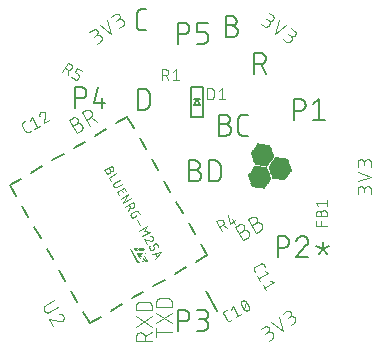
<source format=gbr>
G04 EAGLE Gerber RS-274X export*
G75*
%MOMM*%
%FSLAX34Y34*%
%LPD*%
%INSilkscreen Top*%
%IPPOS*%
%AMOC8*
5,1,8,0,0,1.08239X$1,22.5*%
G01*
%ADD10C,0.101600*%
%ADD11C,0.152400*%
%ADD12R,0.014731X0.014731*%
%ADD13R,0.147319X0.014731*%
%ADD14R,0.265175X0.014731*%
%ADD15R,0.383031X0.014731*%
%ADD16R,0.515619X0.014731*%
%ADD17R,0.633475X0.014731*%
%ADD18R,0.751331X0.014731*%
%ADD19R,0.883919X0.014731*%
%ADD20R,1.001775X0.014731*%
%ADD21R,1.119631X0.014731*%
%ADD22R,1.134363X0.014731*%
%ADD23R,1.149094X0.014731*%
%ADD24R,1.163825X0.014731*%
%ADD25R,1.178556X0.014731*%
%ADD26R,1.193288X0.014731*%
%ADD27R,1.222756X0.014731*%
%ADD28R,1.237488X0.014731*%
%ADD29R,1.266950X0.014731*%
%ADD30R,1.281681X0.014731*%
%ADD31R,1.311144X0.014731*%
%ADD32R,1.325881X0.014731*%
%ADD33R,1.355344X0.014731*%
%ADD34R,1.370075X0.014731*%
%ADD35R,1.384806X0.014731*%
%ADD36R,1.399538X0.014731*%
%ADD37R,1.414275X0.014731*%
%ADD38R,1.443738X0.014731*%
%ADD39R,1.458469X0.014731*%
%ADD40R,1.487931X0.014731*%
%ADD41R,1.502663X0.014731*%
%ADD42R,1.517394X0.014731*%
%ADD43R,1.532125X0.014731*%
%ADD44R,1.546856X0.014731*%
%ADD45R,1.576319X0.014731*%
%ADD46R,1.605788X0.014731*%
%ADD47R,1.620519X0.014731*%
%ADD48R,1.649981X0.014731*%
%ADD49R,1.664713X0.014731*%
%ADD50R,1.694175X0.014731*%
%ADD51R,1.708913X0.014731*%
%ADD52R,1.738375X0.014731*%
%ADD53R,1.753106X0.014731*%
%ADD54R,1.767838X0.014731*%
%ADD55R,1.782569X0.014731*%
%ADD56R,1.797306X0.014731*%
%ADD57R,0.117856X0.014731*%
%ADD58R,1.826769X0.014731*%
%ADD59R,0.235713X0.014731*%
%ADD60R,0.353569X0.014731*%
%ADD61R,1.856231X0.014731*%
%ADD62R,0.486156X0.014731*%
%ADD63R,1.870963X0.014731*%
%ADD64R,0.604013X0.014731*%
%ADD65R,0.721869X0.014731*%
%ADD66R,1.885694X0.014731*%
%ADD67R,0.839719X0.014731*%
%ADD68R,0.972306X0.014731*%
%ADD69R,1.090169X0.014731*%
%ADD70R,1.208025X0.014731*%
%ADD71R,1.252219X0.014731*%
%ADD72R,1.296412X0.014731*%
%ADD73R,1.340612X0.014731*%
%ADD74R,1.826763X0.014731*%
%ADD75R,1.414269X0.014731*%
%ADD76R,1.812031X0.014731*%
%ADD77R,1.429000X0.014731*%
%ADD78R,1.458462X0.014731*%
%ADD79R,1.473200X0.014731*%
%ADD80R,1.723644X0.014731*%
%ADD81R,1.694181X0.014731*%
%ADD82R,1.679450X0.014731*%
%ADD83R,1.561594X0.014731*%
%ADD84R,1.576325X0.014731*%
%ADD85R,1.591056X0.014731*%
%ADD86R,1.635250X0.014731*%
%ADD87R,1.561588X0.014731*%
%ADD88R,1.443731X0.014731*%
%ADD89R,1.797300X0.014731*%
%ADD90R,1.841500X0.014731*%
%ADD91R,1.311150X0.014731*%
%ADD92R,1.296419X0.014731*%
%ADD93R,1.193294X0.014731*%
%ADD94R,0.957575X0.014731*%
%ADD95R,0.589281X0.014731*%
%ADD96R,0.471425X0.014731*%
%ADD97R,0.220975X0.014731*%
%ADD98R,1.812038X0.014731*%
%ADD99R,0.103119X0.014731*%
%ADD100R,0.029463X0.014731*%
%ADD101R,0.162050X0.014731*%
%ADD102R,0.397763X0.014731*%
%ADD103R,0.648206X0.014731*%
%ADD104R,1.679444X0.014731*%
%ADD105R,1.016506X0.014731*%
%ADD106R,1.104900X0.014731*%
%ADD107R,1.222750X0.014731*%
%ADD108R,1.429006X0.014731*%
%ADD109R,1.208019X0.014731*%
%ADD110R,0.987044X0.014731*%
%ADD111R,0.854456X0.014731*%
%ADD112R,0.618744X0.014731*%
%ADD113R,0.500888X0.014731*%
%ADD114R,0.368300X0.014731*%
%ADD115R,0.132587X0.014731*%
%ADD116R,1.664719X0.014731*%
%ADD117R,1.075438X0.014731*%
%ADD118R,0.942844X0.014731*%
%ADD119R,0.707131X0.014731*%
%ADD120R,0.456694X0.014731*%
%ADD121R,0.088388X0.014731*%
%ADD122C,0.127000*%
%ADD123C,0.076200*%
%ADD124R,0.170000X0.010000*%
%ADD125R,0.280000X0.010000*%
%ADD126R,0.130000X0.010000*%
%ADD127R,0.260000X0.010000*%
%ADD128R,0.010000X0.010000*%
%ADD129R,0.100000X0.010000*%
%ADD130R,0.090000X0.010000*%
%ADD131R,0.080000X0.010000*%
%ADD132R,0.070000X0.010000*%
%ADD133R,0.060000X0.010000*%
%ADD134R,0.050000X0.010000*%
%ADD135R,0.040000X0.010000*%
%ADD136R,0.030000X0.010000*%
%ADD137R,0.270000X0.010000*%
%ADD138R,0.550000X0.010000*%
%ADD139R,0.020000X0.010000*%
%ADD140R,0.570000X0.010000*%
%ADD141R,0.560000X0.010000*%
%ADD142R,0.540000X0.010000*%
%ADD143R,0.520000X0.010000*%
%ADD144R,0.510000X0.010000*%
%ADD145R,0.490000X0.010000*%
%ADD146R,0.470000X0.010000*%
%ADD147R,0.460000X0.010000*%
%ADD148R,0.440000X0.010000*%
%ADD149R,0.110000X0.010000*%
%ADD150R,0.430000X0.010000*%
%ADD151R,0.120000X0.010000*%
%ADD152R,0.410000X0.010000*%
%ADD153R,0.400000X0.010000*%
%ADD154R,0.140000X0.010000*%
%ADD155R,0.380000X0.010000*%
%ADD156R,0.150000X0.010000*%
%ADD157R,0.360000X0.010000*%
%ADD158R,0.350000X0.010000*%
%ADD159R,0.180000X0.010000*%
%ADD160R,0.330000X0.010000*%
%ADD161R,0.200000X0.010000*%
%ADD162R,0.320000X0.010000*%
%ADD163R,0.210000X0.010000*%
%ADD164R,0.300000X0.010000*%
%ADD165R,0.220000X0.010000*%
%ADD166R,0.290000X0.010000*%
%ADD167R,0.240000X0.010000*%
%ADD168R,0.250000X0.010000*%
%ADD169R,0.230000X0.010000*%
%ADD170R,0.310000X0.010000*%
%ADD171R,0.190000X0.010000*%
%ADD172R,0.160000X0.010000*%
%ADD173R,0.390000X0.010000*%
%ADD174R,0.420000X0.010000*%
%ADD175R,0.450000X0.010000*%
%ADD176R,0.500000X0.010000*%
%ADD177R,0.530000X0.010000*%
%ADD178R,1.170000X0.010000*%
%ADD179R,1.330000X0.010000*%
%ADD180R,1.320000X0.010000*%
%ADD181R,1.300000X0.010000*%


D10*
X403428Y475532D02*
X406086Y473670D01*
X406180Y473607D01*
X406276Y473547D01*
X406374Y473490D01*
X406474Y473437D01*
X406576Y473387D01*
X406680Y473341D01*
X406785Y473299D01*
X406891Y473260D01*
X406999Y473225D01*
X407108Y473194D01*
X407218Y473166D01*
X407329Y473143D01*
X407440Y473123D01*
X407552Y473107D01*
X407665Y473095D01*
X407778Y473087D01*
X407891Y473083D01*
X408005Y473083D01*
X408118Y473087D01*
X408231Y473095D01*
X408344Y473107D01*
X408456Y473123D01*
X408567Y473143D01*
X408678Y473166D01*
X408788Y473194D01*
X408897Y473225D01*
X409005Y473260D01*
X409111Y473299D01*
X409216Y473341D01*
X409320Y473387D01*
X409422Y473437D01*
X409522Y473490D01*
X409620Y473547D01*
X409716Y473607D01*
X409810Y473670D01*
X409901Y473737D01*
X409991Y473806D01*
X410078Y473879D01*
X410162Y473955D01*
X410243Y474034D01*
X410322Y474115D01*
X410398Y474199D01*
X410471Y474286D01*
X410540Y474376D01*
X410607Y474467D01*
X410670Y474561D01*
X410730Y474657D01*
X410787Y474755D01*
X410840Y474855D01*
X410890Y474957D01*
X410936Y475061D01*
X410978Y475166D01*
X411017Y475272D01*
X411052Y475380D01*
X411083Y475489D01*
X411111Y475599D01*
X411134Y475710D01*
X411154Y475821D01*
X411170Y475933D01*
X411182Y476046D01*
X411190Y476159D01*
X411194Y476272D01*
X411194Y476386D01*
X411190Y476499D01*
X411182Y476612D01*
X411170Y476725D01*
X411154Y476837D01*
X411134Y476948D01*
X411111Y477059D01*
X411083Y477169D01*
X411052Y477278D01*
X411017Y477386D01*
X410978Y477492D01*
X410936Y477597D01*
X410890Y477701D01*
X410840Y477803D01*
X410787Y477903D01*
X410730Y478001D01*
X410670Y478097D01*
X410607Y478191D01*
X410540Y478282D01*
X410471Y478372D01*
X410398Y478459D01*
X410322Y478543D01*
X410243Y478624D01*
X410162Y478703D01*
X410078Y478779D01*
X409991Y478852D01*
X409902Y478921D01*
X409810Y478988D01*
X413320Y482869D02*
X410129Y485103D01*
X413319Y482869D02*
X413400Y482809D01*
X413479Y482747D01*
X413556Y482681D01*
X413630Y482613D01*
X413701Y482542D01*
X413769Y482468D01*
X413835Y482391D01*
X413897Y482312D01*
X413957Y482231D01*
X414013Y482147D01*
X414066Y482062D01*
X414115Y481974D01*
X414161Y481885D01*
X414204Y481793D01*
X414243Y481700D01*
X414278Y481606D01*
X414310Y481511D01*
X414338Y481414D01*
X414362Y481316D01*
X414382Y481218D01*
X414399Y481118D01*
X414411Y481018D01*
X414420Y480918D01*
X414425Y480818D01*
X414426Y480717D01*
X414423Y480616D01*
X414416Y480516D01*
X414405Y480416D01*
X414391Y480316D01*
X414372Y480217D01*
X414350Y480119D01*
X414324Y480022D01*
X414294Y479925D01*
X414261Y479831D01*
X414224Y479737D01*
X414183Y479645D01*
X414138Y479554D01*
X414091Y479466D01*
X414039Y479379D01*
X413985Y479295D01*
X413927Y479212D01*
X413866Y479132D01*
X413802Y479054D01*
X413735Y478979D01*
X413666Y478906D01*
X413593Y478837D01*
X413518Y478770D01*
X413440Y478706D01*
X413360Y478645D01*
X413277Y478587D01*
X413193Y478533D01*
X413106Y478481D01*
X413018Y478434D01*
X412927Y478389D01*
X412835Y478348D01*
X412741Y478311D01*
X412647Y478278D01*
X412550Y478248D01*
X412453Y478222D01*
X412355Y478200D01*
X412256Y478181D01*
X412156Y478167D01*
X412056Y478156D01*
X411956Y478149D01*
X411855Y478146D01*
X411754Y478147D01*
X411654Y478152D01*
X411554Y478161D01*
X411454Y478173D01*
X411354Y478190D01*
X411256Y478210D01*
X411158Y478234D01*
X411061Y478262D01*
X410966Y478294D01*
X410872Y478329D01*
X410779Y478368D01*
X410687Y478411D01*
X410598Y478457D01*
X410510Y478506D01*
X410425Y478559D01*
X410341Y478615D01*
X408214Y480105D01*
X418960Y478919D02*
X415449Y467114D01*
X425341Y474452D01*
X422153Y462420D02*
X424812Y460558D01*
X424906Y460495D01*
X425002Y460435D01*
X425100Y460378D01*
X425200Y460325D01*
X425302Y460275D01*
X425406Y460229D01*
X425511Y460187D01*
X425617Y460148D01*
X425725Y460113D01*
X425834Y460082D01*
X425944Y460054D01*
X426055Y460031D01*
X426166Y460011D01*
X426278Y459995D01*
X426391Y459983D01*
X426504Y459975D01*
X426617Y459971D01*
X426731Y459971D01*
X426844Y459975D01*
X426957Y459983D01*
X427070Y459995D01*
X427182Y460011D01*
X427293Y460031D01*
X427404Y460054D01*
X427514Y460082D01*
X427623Y460113D01*
X427731Y460148D01*
X427837Y460187D01*
X427942Y460229D01*
X428046Y460275D01*
X428148Y460325D01*
X428248Y460378D01*
X428346Y460435D01*
X428442Y460495D01*
X428536Y460558D01*
X428627Y460625D01*
X428717Y460694D01*
X428804Y460767D01*
X428888Y460843D01*
X428969Y460922D01*
X429048Y461003D01*
X429124Y461087D01*
X429197Y461174D01*
X429266Y461264D01*
X429333Y461355D01*
X429396Y461449D01*
X429456Y461545D01*
X429513Y461643D01*
X429566Y461743D01*
X429616Y461845D01*
X429662Y461949D01*
X429704Y462054D01*
X429743Y462160D01*
X429778Y462268D01*
X429809Y462377D01*
X429837Y462487D01*
X429860Y462598D01*
X429880Y462709D01*
X429896Y462821D01*
X429908Y462934D01*
X429916Y463047D01*
X429920Y463160D01*
X429920Y463274D01*
X429916Y463387D01*
X429908Y463500D01*
X429896Y463613D01*
X429880Y463725D01*
X429860Y463836D01*
X429837Y463947D01*
X429809Y464057D01*
X429778Y464166D01*
X429743Y464274D01*
X429704Y464380D01*
X429662Y464485D01*
X429616Y464589D01*
X429566Y464691D01*
X429513Y464791D01*
X429456Y464889D01*
X429396Y464985D01*
X429333Y465079D01*
X429266Y465170D01*
X429197Y465260D01*
X429124Y465347D01*
X429048Y465431D01*
X428969Y465512D01*
X428888Y465591D01*
X428804Y465667D01*
X428717Y465740D01*
X428628Y465809D01*
X428536Y465876D01*
X432045Y469757D02*
X428855Y471991D01*
X432045Y469757D02*
X432126Y469697D01*
X432205Y469635D01*
X432282Y469569D01*
X432356Y469501D01*
X432427Y469430D01*
X432495Y469356D01*
X432561Y469279D01*
X432623Y469200D01*
X432683Y469119D01*
X432739Y469035D01*
X432792Y468950D01*
X432841Y468862D01*
X432887Y468773D01*
X432930Y468681D01*
X432969Y468588D01*
X433004Y468494D01*
X433036Y468399D01*
X433064Y468302D01*
X433088Y468204D01*
X433108Y468106D01*
X433125Y468006D01*
X433137Y467906D01*
X433146Y467806D01*
X433151Y467706D01*
X433152Y467605D01*
X433149Y467504D01*
X433142Y467404D01*
X433131Y467304D01*
X433117Y467204D01*
X433098Y467105D01*
X433076Y467007D01*
X433050Y466910D01*
X433020Y466813D01*
X432987Y466719D01*
X432950Y466625D01*
X432909Y466533D01*
X432864Y466442D01*
X432817Y466354D01*
X432765Y466267D01*
X432711Y466183D01*
X432653Y466100D01*
X432592Y466020D01*
X432528Y465942D01*
X432461Y465867D01*
X432392Y465794D01*
X432319Y465725D01*
X432244Y465658D01*
X432166Y465594D01*
X432086Y465533D01*
X432003Y465475D01*
X431919Y465421D01*
X431832Y465369D01*
X431744Y465322D01*
X431653Y465277D01*
X431561Y465236D01*
X431467Y465199D01*
X431373Y465166D01*
X431276Y465136D01*
X431179Y465110D01*
X431081Y465088D01*
X430982Y465069D01*
X430882Y465055D01*
X430782Y465044D01*
X430682Y465037D01*
X430581Y465034D01*
X430480Y465035D01*
X430380Y465040D01*
X430280Y465049D01*
X430180Y465061D01*
X430080Y465078D01*
X429982Y465098D01*
X429884Y465122D01*
X429787Y465150D01*
X429692Y465182D01*
X429598Y465217D01*
X429505Y465256D01*
X429413Y465299D01*
X429324Y465345D01*
X429236Y465394D01*
X429151Y465447D01*
X429067Y465503D01*
X426940Y466993D01*
X497242Y334770D02*
X497242Y331524D01*
X497242Y334770D02*
X497240Y334883D01*
X497234Y334996D01*
X497224Y335109D01*
X497210Y335222D01*
X497193Y335334D01*
X497171Y335445D01*
X497146Y335555D01*
X497116Y335665D01*
X497083Y335773D01*
X497046Y335880D01*
X497006Y335986D01*
X496961Y336090D01*
X496913Y336193D01*
X496862Y336294D01*
X496807Y336393D01*
X496749Y336490D01*
X496687Y336585D01*
X496622Y336678D01*
X496554Y336768D01*
X496483Y336856D01*
X496408Y336942D01*
X496331Y337025D01*
X496251Y337105D01*
X496168Y337182D01*
X496082Y337257D01*
X495994Y337328D01*
X495904Y337396D01*
X495811Y337461D01*
X495716Y337523D01*
X495619Y337581D01*
X495520Y337636D01*
X495419Y337687D01*
X495316Y337735D01*
X495212Y337780D01*
X495106Y337820D01*
X494999Y337857D01*
X494891Y337890D01*
X494781Y337920D01*
X494671Y337945D01*
X494560Y337967D01*
X494448Y337984D01*
X494335Y337998D01*
X494222Y338008D01*
X494109Y338014D01*
X493996Y338016D01*
X493883Y338014D01*
X493770Y338008D01*
X493657Y337998D01*
X493544Y337984D01*
X493432Y337967D01*
X493321Y337945D01*
X493211Y337920D01*
X493101Y337890D01*
X492993Y337857D01*
X492886Y337820D01*
X492780Y337780D01*
X492676Y337735D01*
X492573Y337687D01*
X492472Y337636D01*
X492373Y337581D01*
X492276Y337523D01*
X492181Y337461D01*
X492088Y337396D01*
X491998Y337328D01*
X491910Y337257D01*
X491824Y337182D01*
X491741Y337105D01*
X491661Y337025D01*
X491584Y336942D01*
X491509Y336856D01*
X491438Y336768D01*
X491370Y336678D01*
X491305Y336585D01*
X491243Y336490D01*
X491185Y336393D01*
X491130Y336294D01*
X491079Y336193D01*
X491031Y336090D01*
X490986Y335986D01*
X490946Y335880D01*
X490909Y335773D01*
X490876Y335665D01*
X490846Y335555D01*
X490821Y335445D01*
X490799Y335334D01*
X490782Y335222D01*
X490768Y335109D01*
X490758Y334996D01*
X490752Y334883D01*
X490750Y334770D01*
X485558Y335419D02*
X485558Y331524D01*
X485558Y335419D02*
X485560Y335520D01*
X485566Y335620D01*
X485576Y335720D01*
X485589Y335820D01*
X485607Y335919D01*
X485628Y336018D01*
X485653Y336115D01*
X485682Y336212D01*
X485715Y336307D01*
X485751Y336401D01*
X485791Y336493D01*
X485834Y336584D01*
X485881Y336673D01*
X485931Y336760D01*
X485985Y336846D01*
X486042Y336929D01*
X486102Y337009D01*
X486165Y337088D01*
X486232Y337164D01*
X486301Y337237D01*
X486373Y337307D01*
X486447Y337375D01*
X486524Y337440D01*
X486604Y337501D01*
X486686Y337560D01*
X486770Y337615D01*
X486856Y337667D01*
X486944Y337716D01*
X487034Y337761D01*
X487126Y337803D01*
X487219Y337841D01*
X487314Y337875D01*
X487409Y337906D01*
X487506Y337933D01*
X487604Y337956D01*
X487703Y337976D01*
X487803Y337991D01*
X487903Y338003D01*
X488003Y338011D01*
X488104Y338015D01*
X488204Y338015D01*
X488305Y338011D01*
X488405Y338003D01*
X488505Y337991D01*
X488605Y337976D01*
X488704Y337956D01*
X488802Y337933D01*
X488899Y337906D01*
X488994Y337875D01*
X489089Y337841D01*
X489182Y337803D01*
X489274Y337761D01*
X489364Y337716D01*
X489452Y337667D01*
X489538Y337615D01*
X489622Y337560D01*
X489704Y337501D01*
X489784Y337440D01*
X489861Y337375D01*
X489935Y337307D01*
X490007Y337237D01*
X490076Y337164D01*
X490143Y337088D01*
X490206Y337009D01*
X490266Y336929D01*
X490323Y336846D01*
X490377Y336760D01*
X490427Y336673D01*
X490474Y336584D01*
X490517Y336493D01*
X490557Y336401D01*
X490593Y336307D01*
X490626Y336212D01*
X490655Y336115D01*
X490680Y336018D01*
X490701Y335919D01*
X490719Y335820D01*
X490732Y335720D01*
X490742Y335620D01*
X490748Y335520D01*
X490750Y335419D01*
X490751Y335419D02*
X490751Y332823D01*
X485558Y342305D02*
X497242Y346200D01*
X485558Y350095D01*
X497242Y354384D02*
X497242Y357630D01*
X497240Y357743D01*
X497234Y357856D01*
X497224Y357969D01*
X497210Y358082D01*
X497193Y358194D01*
X497171Y358305D01*
X497146Y358415D01*
X497116Y358525D01*
X497083Y358633D01*
X497046Y358740D01*
X497006Y358846D01*
X496961Y358950D01*
X496913Y359053D01*
X496862Y359154D01*
X496807Y359253D01*
X496749Y359350D01*
X496687Y359445D01*
X496622Y359538D01*
X496554Y359628D01*
X496483Y359716D01*
X496408Y359802D01*
X496331Y359885D01*
X496251Y359965D01*
X496168Y360042D01*
X496082Y360117D01*
X495994Y360188D01*
X495904Y360256D01*
X495811Y360321D01*
X495716Y360383D01*
X495619Y360441D01*
X495520Y360496D01*
X495419Y360547D01*
X495316Y360595D01*
X495212Y360640D01*
X495106Y360680D01*
X494999Y360717D01*
X494891Y360750D01*
X494781Y360780D01*
X494671Y360805D01*
X494560Y360827D01*
X494448Y360844D01*
X494335Y360858D01*
X494222Y360868D01*
X494109Y360874D01*
X493996Y360876D01*
X493883Y360874D01*
X493770Y360868D01*
X493657Y360858D01*
X493544Y360844D01*
X493432Y360827D01*
X493321Y360805D01*
X493211Y360780D01*
X493101Y360750D01*
X492993Y360717D01*
X492886Y360680D01*
X492780Y360640D01*
X492676Y360595D01*
X492573Y360547D01*
X492472Y360496D01*
X492373Y360441D01*
X492276Y360383D01*
X492181Y360321D01*
X492088Y360256D01*
X491998Y360188D01*
X491910Y360117D01*
X491824Y360042D01*
X491741Y359965D01*
X491661Y359885D01*
X491584Y359802D01*
X491509Y359716D01*
X491438Y359628D01*
X491370Y359538D01*
X491305Y359445D01*
X491243Y359350D01*
X491185Y359253D01*
X491130Y359154D01*
X491079Y359053D01*
X491031Y358950D01*
X490986Y358846D01*
X490946Y358740D01*
X490909Y358633D01*
X490876Y358525D01*
X490846Y358415D01*
X490821Y358305D01*
X490799Y358194D01*
X490782Y358082D01*
X490768Y357969D01*
X490758Y357856D01*
X490752Y357743D01*
X490750Y357630D01*
X485558Y358279D02*
X485558Y354384D01*
X485558Y358279D02*
X485560Y358380D01*
X485566Y358480D01*
X485576Y358580D01*
X485589Y358680D01*
X485607Y358779D01*
X485628Y358878D01*
X485653Y358975D01*
X485682Y359072D01*
X485715Y359167D01*
X485751Y359261D01*
X485791Y359353D01*
X485834Y359444D01*
X485881Y359533D01*
X485931Y359620D01*
X485985Y359706D01*
X486042Y359789D01*
X486102Y359869D01*
X486165Y359948D01*
X486232Y360024D01*
X486301Y360097D01*
X486373Y360167D01*
X486447Y360235D01*
X486524Y360300D01*
X486604Y360361D01*
X486686Y360420D01*
X486770Y360475D01*
X486856Y360527D01*
X486944Y360576D01*
X487034Y360621D01*
X487126Y360663D01*
X487219Y360701D01*
X487314Y360735D01*
X487409Y360766D01*
X487506Y360793D01*
X487604Y360816D01*
X487703Y360836D01*
X487803Y360851D01*
X487903Y360863D01*
X488003Y360871D01*
X488104Y360875D01*
X488204Y360875D01*
X488305Y360871D01*
X488405Y360863D01*
X488505Y360851D01*
X488605Y360836D01*
X488704Y360816D01*
X488802Y360793D01*
X488899Y360766D01*
X488994Y360735D01*
X489089Y360701D01*
X489182Y360663D01*
X489274Y360621D01*
X489364Y360576D01*
X489452Y360527D01*
X489538Y360475D01*
X489622Y360420D01*
X489704Y360361D01*
X489784Y360300D01*
X489861Y360235D01*
X489935Y360167D01*
X490007Y360097D01*
X490076Y360024D01*
X490143Y359948D01*
X490206Y359869D01*
X490266Y359789D01*
X490323Y359706D01*
X490377Y359620D01*
X490427Y359533D01*
X490474Y359444D01*
X490517Y359353D01*
X490557Y359261D01*
X490593Y359167D01*
X490626Y359072D01*
X490655Y358975D01*
X490680Y358878D01*
X490701Y358779D01*
X490719Y358680D01*
X490732Y358580D01*
X490742Y358480D01*
X490748Y358380D01*
X490750Y358279D01*
X490751Y358279D02*
X490751Y355683D01*
X412788Y209159D02*
X410129Y207297D01*
X412788Y209158D02*
X412879Y209225D01*
X412969Y209294D01*
X413056Y209367D01*
X413140Y209443D01*
X413221Y209522D01*
X413300Y209603D01*
X413376Y209687D01*
X413449Y209774D01*
X413518Y209864D01*
X413585Y209955D01*
X413648Y210049D01*
X413708Y210145D01*
X413765Y210243D01*
X413818Y210343D01*
X413868Y210445D01*
X413914Y210549D01*
X413956Y210654D01*
X413995Y210760D01*
X414030Y210868D01*
X414061Y210977D01*
X414089Y211087D01*
X414112Y211198D01*
X414132Y211309D01*
X414148Y211421D01*
X414160Y211534D01*
X414168Y211647D01*
X414172Y211760D01*
X414172Y211874D01*
X414168Y211987D01*
X414160Y212100D01*
X414148Y212213D01*
X414132Y212325D01*
X414112Y212436D01*
X414089Y212547D01*
X414061Y212657D01*
X414030Y212766D01*
X413995Y212874D01*
X413956Y212980D01*
X413914Y213085D01*
X413868Y213189D01*
X413818Y213291D01*
X413765Y213391D01*
X413708Y213489D01*
X413648Y213585D01*
X413585Y213679D01*
X413518Y213770D01*
X413449Y213860D01*
X413376Y213947D01*
X413300Y214031D01*
X413221Y214112D01*
X413140Y214191D01*
X413056Y214267D01*
X412969Y214340D01*
X412880Y214409D01*
X412788Y214476D01*
X412694Y214539D01*
X412598Y214599D01*
X412500Y214656D01*
X412400Y214709D01*
X412298Y214759D01*
X412194Y214805D01*
X412089Y214847D01*
X411983Y214886D01*
X411875Y214921D01*
X411766Y214952D01*
X411656Y214980D01*
X411545Y215003D01*
X411434Y215023D01*
X411322Y215039D01*
X411209Y215051D01*
X411096Y215059D01*
X410983Y215063D01*
X410869Y215063D01*
X410756Y215059D01*
X410643Y215051D01*
X410530Y215039D01*
X410418Y215023D01*
X410307Y215003D01*
X410196Y214980D01*
X410086Y214952D01*
X409977Y214921D01*
X409869Y214886D01*
X409763Y214847D01*
X409658Y214805D01*
X409554Y214759D01*
X409452Y214709D01*
X409352Y214656D01*
X409254Y214599D01*
X409158Y214539D01*
X409064Y214476D01*
X406618Y219102D02*
X403428Y216868D01*
X406618Y219102D02*
X406702Y219158D01*
X406787Y219211D01*
X406875Y219260D01*
X406964Y219306D01*
X407056Y219349D01*
X407149Y219388D01*
X407243Y219423D01*
X407338Y219455D01*
X407435Y219483D01*
X407533Y219507D01*
X407631Y219527D01*
X407731Y219544D01*
X407831Y219556D01*
X407931Y219565D01*
X408032Y219570D01*
X408132Y219571D01*
X408233Y219568D01*
X408333Y219561D01*
X408433Y219550D01*
X408533Y219536D01*
X408632Y219517D01*
X408730Y219495D01*
X408827Y219469D01*
X408924Y219439D01*
X409019Y219406D01*
X409112Y219369D01*
X409204Y219328D01*
X409295Y219283D01*
X409383Y219236D01*
X409470Y219184D01*
X409554Y219130D01*
X409637Y219072D01*
X409717Y219011D01*
X409795Y218947D01*
X409870Y218880D01*
X409943Y218811D01*
X410012Y218738D01*
X410079Y218663D01*
X410143Y218585D01*
X410204Y218505D01*
X410262Y218422D01*
X410316Y218338D01*
X410368Y218251D01*
X410415Y218163D01*
X410460Y218072D01*
X410501Y217980D01*
X410538Y217886D01*
X410571Y217792D01*
X410601Y217695D01*
X410627Y217598D01*
X410649Y217500D01*
X410668Y217401D01*
X410682Y217301D01*
X410693Y217201D01*
X410700Y217101D01*
X410703Y217000D01*
X410702Y216900D01*
X410697Y216799D01*
X410688Y216699D01*
X410676Y216599D01*
X410659Y216499D01*
X410639Y216401D01*
X410615Y216303D01*
X410587Y216206D01*
X410555Y216111D01*
X410520Y216017D01*
X410481Y215924D01*
X410438Y215832D01*
X410392Y215743D01*
X410343Y215655D01*
X410290Y215570D01*
X410234Y215486D01*
X410174Y215405D01*
X410112Y215326D01*
X410046Y215249D01*
X409978Y215175D01*
X409907Y215104D01*
X409833Y215036D01*
X409756Y214970D01*
X409677Y214908D01*
X409596Y214848D01*
X407470Y213359D01*
X412259Y223052D02*
X422151Y215714D01*
X418639Y227519D01*
X428855Y220409D02*
X431514Y222270D01*
X431605Y222337D01*
X431695Y222406D01*
X431782Y222479D01*
X431866Y222555D01*
X431947Y222634D01*
X432026Y222715D01*
X432102Y222799D01*
X432175Y222886D01*
X432244Y222976D01*
X432311Y223067D01*
X432374Y223161D01*
X432434Y223257D01*
X432491Y223355D01*
X432544Y223455D01*
X432594Y223557D01*
X432640Y223661D01*
X432682Y223766D01*
X432721Y223872D01*
X432756Y223980D01*
X432787Y224089D01*
X432815Y224199D01*
X432838Y224310D01*
X432858Y224421D01*
X432874Y224533D01*
X432886Y224646D01*
X432894Y224759D01*
X432898Y224872D01*
X432898Y224986D01*
X432894Y225099D01*
X432886Y225212D01*
X432874Y225325D01*
X432858Y225437D01*
X432838Y225548D01*
X432815Y225659D01*
X432787Y225769D01*
X432756Y225878D01*
X432721Y225986D01*
X432682Y226092D01*
X432640Y226197D01*
X432594Y226301D01*
X432544Y226403D01*
X432491Y226503D01*
X432434Y226601D01*
X432374Y226697D01*
X432311Y226791D01*
X432244Y226882D01*
X432175Y226972D01*
X432102Y227059D01*
X432026Y227143D01*
X431947Y227224D01*
X431866Y227303D01*
X431782Y227379D01*
X431695Y227452D01*
X431606Y227521D01*
X431514Y227588D01*
X431420Y227651D01*
X431324Y227711D01*
X431226Y227768D01*
X431126Y227821D01*
X431024Y227871D01*
X430920Y227917D01*
X430815Y227959D01*
X430709Y227998D01*
X430601Y228033D01*
X430492Y228064D01*
X430382Y228092D01*
X430271Y228115D01*
X430160Y228135D01*
X430048Y228151D01*
X429935Y228163D01*
X429822Y228171D01*
X429709Y228175D01*
X429595Y228175D01*
X429482Y228171D01*
X429369Y228163D01*
X429256Y228151D01*
X429144Y228135D01*
X429033Y228115D01*
X428922Y228092D01*
X428812Y228064D01*
X428703Y228033D01*
X428595Y227998D01*
X428489Y227959D01*
X428384Y227917D01*
X428280Y227871D01*
X428178Y227821D01*
X428078Y227768D01*
X427980Y227711D01*
X427884Y227651D01*
X427790Y227588D01*
X425344Y232214D02*
X422153Y229980D01*
X425344Y232214D02*
X425428Y232270D01*
X425513Y232323D01*
X425601Y232372D01*
X425690Y232418D01*
X425782Y232461D01*
X425875Y232500D01*
X425969Y232535D01*
X426064Y232567D01*
X426161Y232595D01*
X426259Y232619D01*
X426357Y232639D01*
X426457Y232656D01*
X426557Y232668D01*
X426657Y232677D01*
X426758Y232682D01*
X426858Y232683D01*
X426959Y232680D01*
X427059Y232673D01*
X427159Y232662D01*
X427259Y232648D01*
X427358Y232629D01*
X427456Y232607D01*
X427553Y232581D01*
X427650Y232551D01*
X427745Y232518D01*
X427838Y232481D01*
X427930Y232440D01*
X428021Y232395D01*
X428109Y232348D01*
X428196Y232296D01*
X428280Y232242D01*
X428363Y232184D01*
X428443Y232123D01*
X428521Y232059D01*
X428596Y231992D01*
X428669Y231923D01*
X428738Y231850D01*
X428805Y231775D01*
X428869Y231697D01*
X428930Y231617D01*
X428988Y231534D01*
X429042Y231450D01*
X429094Y231363D01*
X429141Y231275D01*
X429186Y231184D01*
X429227Y231092D01*
X429264Y230998D01*
X429297Y230904D01*
X429327Y230807D01*
X429353Y230710D01*
X429375Y230612D01*
X429394Y230513D01*
X429408Y230413D01*
X429419Y230313D01*
X429426Y230213D01*
X429429Y230112D01*
X429428Y230012D01*
X429423Y229911D01*
X429414Y229811D01*
X429402Y229711D01*
X429385Y229611D01*
X429365Y229513D01*
X429341Y229415D01*
X429313Y229318D01*
X429281Y229223D01*
X429246Y229129D01*
X429207Y229036D01*
X429164Y228944D01*
X429118Y228855D01*
X429069Y228767D01*
X429016Y228682D01*
X428960Y228598D01*
X428900Y228517D01*
X428838Y228438D01*
X428772Y228361D01*
X428704Y228287D01*
X428633Y228216D01*
X428559Y228148D01*
X428482Y228082D01*
X428403Y228020D01*
X428322Y227960D01*
X426195Y226471D01*
X264929Y458697D02*
X267588Y460559D01*
X267588Y460558D02*
X267679Y460625D01*
X267769Y460694D01*
X267856Y460767D01*
X267940Y460843D01*
X268021Y460922D01*
X268100Y461003D01*
X268176Y461087D01*
X268249Y461174D01*
X268318Y461264D01*
X268385Y461355D01*
X268448Y461449D01*
X268508Y461545D01*
X268565Y461643D01*
X268618Y461743D01*
X268668Y461845D01*
X268714Y461949D01*
X268756Y462054D01*
X268795Y462160D01*
X268830Y462268D01*
X268861Y462377D01*
X268889Y462487D01*
X268912Y462598D01*
X268932Y462709D01*
X268948Y462821D01*
X268960Y462934D01*
X268968Y463047D01*
X268972Y463160D01*
X268972Y463274D01*
X268968Y463387D01*
X268960Y463500D01*
X268948Y463613D01*
X268932Y463725D01*
X268912Y463836D01*
X268889Y463947D01*
X268861Y464057D01*
X268830Y464166D01*
X268795Y464274D01*
X268756Y464380D01*
X268714Y464485D01*
X268668Y464589D01*
X268618Y464691D01*
X268565Y464791D01*
X268508Y464889D01*
X268448Y464985D01*
X268385Y465079D01*
X268318Y465170D01*
X268249Y465260D01*
X268176Y465347D01*
X268100Y465431D01*
X268021Y465512D01*
X267940Y465591D01*
X267856Y465667D01*
X267769Y465740D01*
X267680Y465809D01*
X267588Y465876D01*
X267494Y465939D01*
X267398Y465999D01*
X267300Y466056D01*
X267200Y466109D01*
X267098Y466159D01*
X266994Y466205D01*
X266889Y466247D01*
X266783Y466286D01*
X266675Y466321D01*
X266566Y466352D01*
X266456Y466380D01*
X266345Y466403D01*
X266234Y466423D01*
X266122Y466439D01*
X266009Y466451D01*
X265896Y466459D01*
X265783Y466463D01*
X265669Y466463D01*
X265556Y466459D01*
X265443Y466451D01*
X265330Y466439D01*
X265218Y466423D01*
X265107Y466403D01*
X264996Y466380D01*
X264886Y466352D01*
X264777Y466321D01*
X264669Y466286D01*
X264563Y466247D01*
X264458Y466205D01*
X264354Y466159D01*
X264252Y466109D01*
X264152Y466056D01*
X264054Y465999D01*
X263958Y465939D01*
X263864Y465876D01*
X261418Y470502D02*
X258228Y468268D01*
X261418Y470502D02*
X261502Y470558D01*
X261587Y470611D01*
X261675Y470660D01*
X261764Y470706D01*
X261856Y470749D01*
X261949Y470788D01*
X262043Y470823D01*
X262138Y470855D01*
X262235Y470883D01*
X262333Y470907D01*
X262431Y470927D01*
X262531Y470944D01*
X262631Y470956D01*
X262731Y470965D01*
X262832Y470970D01*
X262932Y470971D01*
X263033Y470968D01*
X263133Y470961D01*
X263233Y470950D01*
X263333Y470936D01*
X263432Y470917D01*
X263530Y470895D01*
X263627Y470869D01*
X263724Y470839D01*
X263819Y470806D01*
X263912Y470769D01*
X264004Y470728D01*
X264095Y470683D01*
X264183Y470636D01*
X264270Y470584D01*
X264354Y470530D01*
X264437Y470472D01*
X264517Y470411D01*
X264595Y470347D01*
X264670Y470280D01*
X264743Y470211D01*
X264812Y470138D01*
X264879Y470063D01*
X264943Y469985D01*
X265004Y469905D01*
X265062Y469822D01*
X265116Y469738D01*
X265168Y469651D01*
X265215Y469563D01*
X265260Y469472D01*
X265301Y469380D01*
X265338Y469286D01*
X265371Y469192D01*
X265401Y469095D01*
X265427Y468998D01*
X265449Y468900D01*
X265468Y468801D01*
X265482Y468701D01*
X265493Y468601D01*
X265500Y468501D01*
X265503Y468400D01*
X265502Y468300D01*
X265497Y468199D01*
X265488Y468099D01*
X265476Y467999D01*
X265459Y467899D01*
X265439Y467801D01*
X265415Y467703D01*
X265387Y467606D01*
X265355Y467511D01*
X265320Y467417D01*
X265281Y467324D01*
X265238Y467232D01*
X265192Y467143D01*
X265143Y467055D01*
X265090Y466970D01*
X265034Y466886D01*
X264974Y466805D01*
X264912Y466726D01*
X264846Y466649D01*
X264778Y466575D01*
X264707Y466504D01*
X264633Y466436D01*
X264556Y466370D01*
X264477Y466308D01*
X264396Y466248D01*
X262270Y464759D01*
X267059Y474452D02*
X276951Y467114D01*
X273439Y478919D01*
X283655Y471809D02*
X286314Y473670D01*
X286405Y473737D01*
X286495Y473806D01*
X286582Y473879D01*
X286666Y473955D01*
X286747Y474034D01*
X286826Y474115D01*
X286902Y474199D01*
X286975Y474286D01*
X287044Y474376D01*
X287111Y474467D01*
X287174Y474561D01*
X287234Y474657D01*
X287291Y474755D01*
X287344Y474855D01*
X287394Y474957D01*
X287440Y475061D01*
X287482Y475166D01*
X287521Y475272D01*
X287556Y475380D01*
X287587Y475489D01*
X287615Y475599D01*
X287638Y475710D01*
X287658Y475821D01*
X287674Y475933D01*
X287686Y476046D01*
X287694Y476159D01*
X287698Y476272D01*
X287698Y476386D01*
X287694Y476499D01*
X287686Y476612D01*
X287674Y476725D01*
X287658Y476837D01*
X287638Y476948D01*
X287615Y477059D01*
X287587Y477169D01*
X287556Y477278D01*
X287521Y477386D01*
X287482Y477492D01*
X287440Y477597D01*
X287394Y477701D01*
X287344Y477803D01*
X287291Y477903D01*
X287234Y478001D01*
X287174Y478097D01*
X287111Y478191D01*
X287044Y478282D01*
X286975Y478372D01*
X286902Y478459D01*
X286826Y478543D01*
X286747Y478624D01*
X286666Y478703D01*
X286582Y478779D01*
X286495Y478852D01*
X286406Y478921D01*
X286314Y478988D01*
X286220Y479051D01*
X286124Y479111D01*
X286026Y479168D01*
X285926Y479221D01*
X285824Y479271D01*
X285720Y479317D01*
X285615Y479359D01*
X285509Y479398D01*
X285401Y479433D01*
X285292Y479464D01*
X285182Y479492D01*
X285071Y479515D01*
X284960Y479535D01*
X284848Y479551D01*
X284735Y479563D01*
X284622Y479571D01*
X284509Y479575D01*
X284395Y479575D01*
X284282Y479571D01*
X284169Y479563D01*
X284056Y479551D01*
X283944Y479535D01*
X283833Y479515D01*
X283722Y479492D01*
X283612Y479464D01*
X283503Y479433D01*
X283395Y479398D01*
X283289Y479359D01*
X283184Y479317D01*
X283080Y479271D01*
X282978Y479221D01*
X282878Y479168D01*
X282780Y479111D01*
X282684Y479051D01*
X282590Y478988D01*
X280144Y483614D02*
X276953Y481380D01*
X280144Y483614D02*
X280228Y483670D01*
X280313Y483723D01*
X280401Y483772D01*
X280490Y483818D01*
X280582Y483861D01*
X280675Y483900D01*
X280769Y483935D01*
X280864Y483967D01*
X280961Y483995D01*
X281059Y484019D01*
X281157Y484039D01*
X281257Y484056D01*
X281357Y484068D01*
X281457Y484077D01*
X281558Y484082D01*
X281658Y484083D01*
X281759Y484080D01*
X281859Y484073D01*
X281959Y484062D01*
X282059Y484048D01*
X282158Y484029D01*
X282256Y484007D01*
X282353Y483981D01*
X282450Y483951D01*
X282545Y483918D01*
X282638Y483881D01*
X282730Y483840D01*
X282821Y483795D01*
X282909Y483748D01*
X282996Y483696D01*
X283080Y483642D01*
X283163Y483584D01*
X283243Y483523D01*
X283321Y483459D01*
X283396Y483392D01*
X283469Y483323D01*
X283538Y483250D01*
X283605Y483175D01*
X283669Y483097D01*
X283730Y483017D01*
X283788Y482934D01*
X283842Y482850D01*
X283894Y482763D01*
X283941Y482675D01*
X283986Y482584D01*
X284027Y482492D01*
X284064Y482398D01*
X284097Y482304D01*
X284127Y482207D01*
X284153Y482110D01*
X284175Y482012D01*
X284194Y481913D01*
X284208Y481813D01*
X284219Y481713D01*
X284226Y481613D01*
X284229Y481512D01*
X284228Y481412D01*
X284223Y481311D01*
X284214Y481211D01*
X284202Y481111D01*
X284185Y481011D01*
X284165Y480913D01*
X284141Y480815D01*
X284113Y480718D01*
X284081Y480623D01*
X284046Y480529D01*
X284007Y480436D01*
X283964Y480344D01*
X283918Y480255D01*
X283869Y480167D01*
X283816Y480082D01*
X283760Y479998D01*
X283700Y479917D01*
X283638Y479838D01*
X283572Y479761D01*
X283504Y479687D01*
X283433Y479616D01*
X283359Y479548D01*
X283282Y479482D01*
X283203Y479420D01*
X283122Y479360D01*
X280995Y477871D01*
D11*
X431664Y411890D02*
X431664Y394110D01*
X431664Y411890D02*
X436603Y411890D01*
X436743Y411888D01*
X436882Y411882D01*
X437022Y411872D01*
X437161Y411858D01*
X437300Y411841D01*
X437438Y411819D01*
X437575Y411793D01*
X437712Y411764D01*
X437848Y411731D01*
X437982Y411694D01*
X438116Y411653D01*
X438248Y411608D01*
X438380Y411559D01*
X438509Y411507D01*
X438637Y411452D01*
X438764Y411392D01*
X438889Y411329D01*
X439012Y411263D01*
X439133Y411193D01*
X439252Y411120D01*
X439369Y411043D01*
X439483Y410963D01*
X439596Y410880D01*
X439706Y410794D01*
X439813Y410704D01*
X439918Y410612D01*
X440020Y410517D01*
X440120Y410419D01*
X440217Y410318D01*
X440311Y410214D01*
X440401Y410108D01*
X440489Y409999D01*
X440574Y409888D01*
X440655Y409774D01*
X440734Y409659D01*
X440809Y409541D01*
X440880Y409421D01*
X440948Y409298D01*
X441013Y409175D01*
X441074Y409049D01*
X441132Y408921D01*
X441186Y408793D01*
X441236Y408662D01*
X441283Y408530D01*
X441326Y408397D01*
X441365Y408263D01*
X441400Y408128D01*
X441431Y407992D01*
X441459Y407854D01*
X441482Y407717D01*
X441502Y407578D01*
X441518Y407439D01*
X441530Y407300D01*
X441538Y407161D01*
X441542Y407021D01*
X441542Y406881D01*
X441538Y406741D01*
X441530Y406602D01*
X441518Y406463D01*
X441502Y406324D01*
X441482Y406185D01*
X441459Y406048D01*
X441431Y405910D01*
X441400Y405774D01*
X441365Y405639D01*
X441326Y405505D01*
X441283Y405372D01*
X441236Y405240D01*
X441186Y405109D01*
X441132Y404981D01*
X441074Y404853D01*
X441013Y404727D01*
X440948Y404604D01*
X440880Y404482D01*
X440809Y404361D01*
X440734Y404243D01*
X440655Y404128D01*
X440574Y404014D01*
X440489Y403903D01*
X440401Y403794D01*
X440311Y403688D01*
X440217Y403584D01*
X440120Y403483D01*
X440020Y403385D01*
X439918Y403290D01*
X439813Y403198D01*
X439706Y403108D01*
X439596Y403022D01*
X439483Y402939D01*
X439369Y402859D01*
X439252Y402782D01*
X439133Y402709D01*
X439012Y402639D01*
X438889Y402573D01*
X438764Y402510D01*
X438637Y402450D01*
X438509Y402395D01*
X438380Y402343D01*
X438248Y402294D01*
X438116Y402249D01*
X437982Y402208D01*
X437848Y402171D01*
X437712Y402138D01*
X437575Y402109D01*
X437438Y402083D01*
X437300Y402061D01*
X437161Y402044D01*
X437022Y402030D01*
X436882Y402020D01*
X436743Y402014D01*
X436603Y402012D01*
X431664Y402012D01*
X447659Y407939D02*
X452598Y411890D01*
X452598Y394110D01*
X457536Y394110D02*
X447659Y394110D01*
X417742Y296010D02*
X417742Y278230D01*
X417742Y296010D02*
X422681Y296010D01*
X422821Y296008D01*
X422960Y296002D01*
X423100Y295992D01*
X423239Y295978D01*
X423378Y295961D01*
X423516Y295939D01*
X423653Y295913D01*
X423790Y295884D01*
X423926Y295851D01*
X424060Y295814D01*
X424194Y295773D01*
X424326Y295728D01*
X424458Y295679D01*
X424587Y295627D01*
X424715Y295572D01*
X424842Y295512D01*
X424967Y295449D01*
X425090Y295383D01*
X425211Y295313D01*
X425330Y295240D01*
X425447Y295163D01*
X425561Y295083D01*
X425674Y295000D01*
X425784Y294914D01*
X425891Y294824D01*
X425996Y294732D01*
X426098Y294637D01*
X426198Y294539D01*
X426295Y294438D01*
X426389Y294334D01*
X426479Y294228D01*
X426567Y294119D01*
X426652Y294008D01*
X426733Y293894D01*
X426812Y293779D01*
X426887Y293661D01*
X426958Y293541D01*
X427026Y293418D01*
X427091Y293295D01*
X427152Y293169D01*
X427210Y293041D01*
X427264Y292913D01*
X427314Y292782D01*
X427361Y292650D01*
X427404Y292517D01*
X427443Y292383D01*
X427478Y292248D01*
X427509Y292112D01*
X427537Y291974D01*
X427560Y291837D01*
X427580Y291698D01*
X427596Y291559D01*
X427608Y291420D01*
X427616Y291281D01*
X427620Y291141D01*
X427620Y291001D01*
X427616Y290861D01*
X427608Y290722D01*
X427596Y290583D01*
X427580Y290444D01*
X427560Y290305D01*
X427537Y290168D01*
X427509Y290030D01*
X427478Y289894D01*
X427443Y289759D01*
X427404Y289625D01*
X427361Y289492D01*
X427314Y289360D01*
X427264Y289229D01*
X427210Y289101D01*
X427152Y288973D01*
X427091Y288847D01*
X427026Y288724D01*
X426958Y288602D01*
X426887Y288481D01*
X426812Y288363D01*
X426733Y288248D01*
X426652Y288134D01*
X426567Y288023D01*
X426479Y287914D01*
X426389Y287808D01*
X426295Y287704D01*
X426198Y287603D01*
X426098Y287505D01*
X425996Y287410D01*
X425891Y287318D01*
X425784Y287228D01*
X425674Y287142D01*
X425561Y287059D01*
X425447Y286979D01*
X425330Y286902D01*
X425211Y286829D01*
X425090Y286759D01*
X424967Y286693D01*
X424842Y286630D01*
X424715Y286570D01*
X424587Y286515D01*
X424458Y286463D01*
X424326Y286414D01*
X424194Y286369D01*
X424060Y286328D01*
X423926Y286291D01*
X423790Y286258D01*
X423653Y286229D01*
X423516Y286203D01*
X423378Y286181D01*
X423239Y286164D01*
X423100Y286150D01*
X422960Y286140D01*
X422821Y286134D01*
X422681Y286132D01*
X417742Y286132D01*
X439170Y296010D02*
X439302Y296008D01*
X439433Y296002D01*
X439565Y295992D01*
X439696Y295979D01*
X439826Y295961D01*
X439956Y295940D01*
X440086Y295915D01*
X440214Y295886D01*
X440342Y295853D01*
X440468Y295816D01*
X440594Y295776D01*
X440718Y295732D01*
X440841Y295684D01*
X440962Y295633D01*
X441082Y295578D01*
X441200Y295520D01*
X441316Y295458D01*
X441430Y295392D01*
X441543Y295324D01*
X441653Y295252D01*
X441761Y295177D01*
X441867Y295098D01*
X441971Y295017D01*
X442072Y294932D01*
X442170Y294845D01*
X442266Y294754D01*
X442359Y294661D01*
X442450Y294565D01*
X442537Y294467D01*
X442622Y294366D01*
X442703Y294262D01*
X442782Y294156D01*
X442857Y294048D01*
X442929Y293938D01*
X442997Y293825D01*
X443063Y293711D01*
X443125Y293595D01*
X443183Y293477D01*
X443238Y293357D01*
X443289Y293236D01*
X443337Y293113D01*
X443381Y292989D01*
X443421Y292863D01*
X443458Y292737D01*
X443491Y292609D01*
X443520Y292481D01*
X443545Y292351D01*
X443566Y292221D01*
X443584Y292091D01*
X443597Y291960D01*
X443607Y291828D01*
X443613Y291697D01*
X443615Y291565D01*
X439170Y296010D02*
X439020Y296008D01*
X438871Y296002D01*
X438722Y295992D01*
X438573Y295979D01*
X438424Y295961D01*
X438276Y295940D01*
X438128Y295914D01*
X437982Y295885D01*
X437836Y295852D01*
X437691Y295815D01*
X437547Y295774D01*
X437404Y295730D01*
X437262Y295682D01*
X437122Y295630D01*
X436983Y295575D01*
X436845Y295516D01*
X436710Y295453D01*
X436575Y295387D01*
X436443Y295317D01*
X436313Y295244D01*
X436184Y295167D01*
X436057Y295087D01*
X435933Y295004D01*
X435811Y294918D01*
X435691Y294828D01*
X435574Y294735D01*
X435459Y294640D01*
X435346Y294541D01*
X435236Y294439D01*
X435129Y294335D01*
X435025Y294228D01*
X434923Y294118D01*
X434825Y294005D01*
X434729Y293890D01*
X434637Y293772D01*
X434547Y293652D01*
X434461Y293530D01*
X434378Y293406D01*
X434298Y293279D01*
X434222Y293151D01*
X434149Y293020D01*
X434079Y292887D01*
X434013Y292753D01*
X433951Y292617D01*
X433892Y292480D01*
X433836Y292341D01*
X433785Y292200D01*
X433737Y292059D01*
X442133Y288108D02*
X442229Y288201D01*
X442321Y288297D01*
X442411Y288396D01*
X442498Y288497D01*
X442583Y288600D01*
X442664Y288705D01*
X442742Y288813D01*
X442817Y288923D01*
X442890Y289035D01*
X442959Y289149D01*
X443025Y289265D01*
X443087Y289383D01*
X443146Y289502D01*
X443202Y289623D01*
X443255Y289746D01*
X443304Y289870D01*
X443349Y289995D01*
X443392Y290122D01*
X443430Y290249D01*
X443465Y290378D01*
X443496Y290507D01*
X443524Y290638D01*
X443548Y290769D01*
X443569Y290901D01*
X443585Y291033D01*
X443598Y291166D01*
X443608Y291299D01*
X443613Y291432D01*
X443615Y291565D01*
X442133Y288108D02*
X433737Y278230D01*
X443615Y278230D01*
X455985Y285144D02*
X455985Y291071D01*
X455985Y285144D02*
X459442Y280699D01*
X455985Y285144D02*
X452528Y280699D01*
X455985Y285144D02*
X461418Y287120D01*
X455985Y285144D02*
X450552Y287120D01*
X333264Y233490D02*
X333264Y215710D01*
X333264Y233490D02*
X338203Y233490D01*
X338343Y233488D01*
X338482Y233482D01*
X338622Y233472D01*
X338761Y233458D01*
X338900Y233441D01*
X339038Y233419D01*
X339175Y233393D01*
X339312Y233364D01*
X339448Y233331D01*
X339582Y233294D01*
X339716Y233253D01*
X339848Y233208D01*
X339980Y233159D01*
X340109Y233107D01*
X340237Y233052D01*
X340364Y232992D01*
X340489Y232929D01*
X340612Y232863D01*
X340733Y232793D01*
X340852Y232720D01*
X340969Y232643D01*
X341083Y232563D01*
X341196Y232480D01*
X341306Y232394D01*
X341413Y232304D01*
X341518Y232212D01*
X341620Y232117D01*
X341720Y232019D01*
X341817Y231918D01*
X341911Y231814D01*
X342001Y231708D01*
X342089Y231599D01*
X342174Y231488D01*
X342255Y231374D01*
X342334Y231259D01*
X342409Y231141D01*
X342480Y231021D01*
X342548Y230898D01*
X342613Y230775D01*
X342674Y230649D01*
X342732Y230521D01*
X342786Y230393D01*
X342836Y230262D01*
X342883Y230130D01*
X342926Y229997D01*
X342965Y229863D01*
X343000Y229728D01*
X343031Y229592D01*
X343059Y229454D01*
X343082Y229317D01*
X343102Y229178D01*
X343118Y229039D01*
X343130Y228900D01*
X343138Y228761D01*
X343142Y228621D01*
X343142Y228481D01*
X343138Y228341D01*
X343130Y228202D01*
X343118Y228063D01*
X343102Y227924D01*
X343082Y227785D01*
X343059Y227648D01*
X343031Y227510D01*
X343000Y227374D01*
X342965Y227239D01*
X342926Y227105D01*
X342883Y226972D01*
X342836Y226840D01*
X342786Y226709D01*
X342732Y226581D01*
X342674Y226453D01*
X342613Y226327D01*
X342548Y226204D01*
X342480Y226082D01*
X342409Y225961D01*
X342334Y225843D01*
X342255Y225728D01*
X342174Y225614D01*
X342089Y225503D01*
X342001Y225394D01*
X341911Y225288D01*
X341817Y225184D01*
X341720Y225083D01*
X341620Y224985D01*
X341518Y224890D01*
X341413Y224798D01*
X341306Y224708D01*
X341196Y224622D01*
X341083Y224539D01*
X340969Y224459D01*
X340852Y224382D01*
X340733Y224309D01*
X340612Y224239D01*
X340489Y224173D01*
X340364Y224110D01*
X340237Y224050D01*
X340109Y223995D01*
X339980Y223943D01*
X339848Y223894D01*
X339716Y223849D01*
X339582Y223808D01*
X339448Y223771D01*
X339312Y223738D01*
X339175Y223709D01*
X339038Y223683D01*
X338900Y223661D01*
X338761Y223644D01*
X338622Y223630D01*
X338482Y223620D01*
X338343Y223614D01*
X338203Y223612D01*
X333264Y223612D01*
X349259Y215710D02*
X354198Y215710D01*
X354338Y215712D01*
X354477Y215718D01*
X354617Y215728D01*
X354756Y215742D01*
X354895Y215759D01*
X355033Y215781D01*
X355170Y215807D01*
X355307Y215836D01*
X355443Y215869D01*
X355577Y215906D01*
X355711Y215947D01*
X355843Y215992D01*
X355975Y216041D01*
X356104Y216093D01*
X356232Y216148D01*
X356359Y216208D01*
X356484Y216271D01*
X356607Y216337D01*
X356728Y216407D01*
X356847Y216480D01*
X356964Y216557D01*
X357078Y216637D01*
X357191Y216720D01*
X357301Y216806D01*
X357408Y216896D01*
X357513Y216988D01*
X357615Y217083D01*
X357715Y217181D01*
X357812Y217282D01*
X357906Y217386D01*
X357996Y217492D01*
X358084Y217601D01*
X358169Y217712D01*
X358250Y217826D01*
X358329Y217941D01*
X358404Y218059D01*
X358475Y218180D01*
X358543Y218302D01*
X358608Y218425D01*
X358669Y218551D01*
X358727Y218679D01*
X358781Y218807D01*
X358831Y218938D01*
X358878Y219070D01*
X358921Y219203D01*
X358960Y219337D01*
X358995Y219472D01*
X359026Y219608D01*
X359054Y219746D01*
X359077Y219883D01*
X359097Y220022D01*
X359113Y220161D01*
X359125Y220300D01*
X359133Y220439D01*
X359137Y220579D01*
X359137Y220719D01*
X359133Y220859D01*
X359125Y220998D01*
X359113Y221137D01*
X359097Y221276D01*
X359077Y221415D01*
X359054Y221552D01*
X359026Y221690D01*
X358995Y221826D01*
X358960Y221961D01*
X358921Y222095D01*
X358878Y222228D01*
X358831Y222360D01*
X358781Y222491D01*
X358727Y222619D01*
X358669Y222747D01*
X358608Y222873D01*
X358543Y222996D01*
X358475Y223119D01*
X358404Y223239D01*
X358329Y223357D01*
X358250Y223472D01*
X358169Y223586D01*
X358084Y223697D01*
X357996Y223806D01*
X357906Y223912D01*
X357812Y224016D01*
X357715Y224117D01*
X357615Y224215D01*
X357513Y224310D01*
X357408Y224402D01*
X357301Y224492D01*
X357191Y224578D01*
X357078Y224661D01*
X356964Y224741D01*
X356847Y224818D01*
X356728Y224891D01*
X356607Y224961D01*
X356484Y225027D01*
X356359Y225090D01*
X356232Y225150D01*
X356104Y225205D01*
X355975Y225257D01*
X355843Y225306D01*
X355711Y225351D01*
X355577Y225392D01*
X355443Y225429D01*
X355307Y225462D01*
X355170Y225491D01*
X355033Y225517D01*
X354895Y225539D01*
X354756Y225556D01*
X354617Y225570D01*
X354477Y225580D01*
X354338Y225586D01*
X354198Y225588D01*
X355185Y233490D02*
X349259Y233490D01*
X355185Y233490D02*
X355309Y233488D01*
X355433Y233482D01*
X355557Y233472D01*
X355680Y233459D01*
X355803Y233441D01*
X355925Y233420D01*
X356047Y233395D01*
X356168Y233366D01*
X356287Y233333D01*
X356406Y233297D01*
X356523Y233256D01*
X356639Y233213D01*
X356754Y233165D01*
X356867Y233114D01*
X356979Y233059D01*
X357088Y233001D01*
X357196Y232940D01*
X357302Y232875D01*
X357406Y232807D01*
X357507Y232735D01*
X357607Y232661D01*
X357703Y232583D01*
X357798Y232503D01*
X357890Y232419D01*
X357979Y232333D01*
X358065Y232244D01*
X358149Y232152D01*
X358229Y232057D01*
X358307Y231961D01*
X358381Y231861D01*
X358453Y231760D01*
X358521Y231656D01*
X358586Y231550D01*
X358647Y231442D01*
X358705Y231333D01*
X358760Y231221D01*
X358811Y231108D01*
X358859Y230993D01*
X358902Y230877D01*
X358943Y230760D01*
X358979Y230641D01*
X359012Y230522D01*
X359041Y230401D01*
X359066Y230279D01*
X359087Y230157D01*
X359105Y230034D01*
X359118Y229911D01*
X359128Y229787D01*
X359134Y229663D01*
X359136Y229539D01*
X359134Y229415D01*
X359128Y229291D01*
X359118Y229167D01*
X359105Y229044D01*
X359087Y228921D01*
X359066Y228799D01*
X359041Y228677D01*
X359012Y228556D01*
X358979Y228437D01*
X358943Y228318D01*
X358902Y228201D01*
X358859Y228085D01*
X358811Y227970D01*
X358760Y227857D01*
X358705Y227745D01*
X358647Y227636D01*
X358586Y227528D01*
X358521Y227422D01*
X358453Y227318D01*
X358381Y227217D01*
X358307Y227117D01*
X358229Y227021D01*
X358149Y226926D01*
X358065Y226834D01*
X357979Y226745D01*
X357890Y226659D01*
X357798Y226575D01*
X357703Y226495D01*
X357607Y226417D01*
X357507Y226343D01*
X357406Y226271D01*
X357302Y226203D01*
X357196Y226138D01*
X357088Y226077D01*
X356979Y226019D01*
X356867Y225964D01*
X356754Y225913D01*
X356639Y225865D01*
X356523Y225822D01*
X356406Y225781D01*
X356287Y225745D01*
X356168Y225712D01*
X356047Y225683D01*
X355925Y225658D01*
X355803Y225637D01*
X355680Y225619D01*
X355557Y225606D01*
X355433Y225596D01*
X355309Y225590D01*
X355185Y225588D01*
X351234Y225588D01*
X246040Y404524D02*
X246040Y422304D01*
X250979Y422304D01*
X251119Y422302D01*
X251258Y422296D01*
X251398Y422286D01*
X251537Y422272D01*
X251676Y422255D01*
X251814Y422233D01*
X251951Y422207D01*
X252088Y422178D01*
X252224Y422145D01*
X252358Y422108D01*
X252492Y422067D01*
X252624Y422022D01*
X252756Y421973D01*
X252885Y421921D01*
X253013Y421866D01*
X253140Y421806D01*
X253265Y421743D01*
X253388Y421677D01*
X253509Y421607D01*
X253628Y421534D01*
X253745Y421457D01*
X253859Y421377D01*
X253972Y421294D01*
X254082Y421208D01*
X254189Y421118D01*
X254294Y421026D01*
X254396Y420931D01*
X254496Y420833D01*
X254593Y420732D01*
X254687Y420628D01*
X254777Y420522D01*
X254865Y420413D01*
X254950Y420302D01*
X255031Y420188D01*
X255110Y420073D01*
X255185Y419955D01*
X255256Y419835D01*
X255324Y419712D01*
X255389Y419589D01*
X255450Y419463D01*
X255508Y419335D01*
X255562Y419207D01*
X255612Y419076D01*
X255659Y418944D01*
X255702Y418811D01*
X255741Y418677D01*
X255776Y418542D01*
X255807Y418406D01*
X255835Y418268D01*
X255858Y418131D01*
X255878Y417992D01*
X255894Y417853D01*
X255906Y417714D01*
X255914Y417575D01*
X255918Y417435D01*
X255918Y417295D01*
X255914Y417155D01*
X255906Y417016D01*
X255894Y416877D01*
X255878Y416738D01*
X255858Y416599D01*
X255835Y416462D01*
X255807Y416324D01*
X255776Y416188D01*
X255741Y416053D01*
X255702Y415919D01*
X255659Y415786D01*
X255612Y415654D01*
X255562Y415523D01*
X255508Y415395D01*
X255450Y415267D01*
X255389Y415141D01*
X255324Y415018D01*
X255256Y414896D01*
X255185Y414775D01*
X255110Y414657D01*
X255031Y414542D01*
X254950Y414428D01*
X254865Y414317D01*
X254777Y414208D01*
X254687Y414102D01*
X254593Y413998D01*
X254496Y413897D01*
X254396Y413799D01*
X254294Y413704D01*
X254189Y413612D01*
X254082Y413522D01*
X253972Y413436D01*
X253859Y413353D01*
X253745Y413273D01*
X253628Y413196D01*
X253509Y413123D01*
X253388Y413053D01*
X253265Y412987D01*
X253140Y412924D01*
X253013Y412864D01*
X252885Y412809D01*
X252756Y412757D01*
X252624Y412708D01*
X252492Y412663D01*
X252358Y412622D01*
X252224Y412585D01*
X252088Y412552D01*
X251951Y412523D01*
X251814Y412497D01*
X251676Y412475D01*
X251537Y412458D01*
X251398Y412444D01*
X251258Y412434D01*
X251119Y412428D01*
X250979Y412426D01*
X246040Y412426D01*
X262035Y408475D02*
X265986Y422304D01*
X262035Y408475D02*
X271912Y408475D01*
X268949Y412426D02*
X268949Y404524D01*
X333264Y458910D02*
X333264Y476690D01*
X338203Y476690D01*
X338343Y476688D01*
X338482Y476682D01*
X338622Y476672D01*
X338761Y476658D01*
X338900Y476641D01*
X339038Y476619D01*
X339175Y476593D01*
X339312Y476564D01*
X339448Y476531D01*
X339582Y476494D01*
X339716Y476453D01*
X339848Y476408D01*
X339980Y476359D01*
X340109Y476307D01*
X340237Y476252D01*
X340364Y476192D01*
X340489Y476129D01*
X340612Y476063D01*
X340733Y475993D01*
X340852Y475920D01*
X340969Y475843D01*
X341083Y475763D01*
X341196Y475680D01*
X341306Y475594D01*
X341413Y475504D01*
X341518Y475412D01*
X341620Y475317D01*
X341720Y475219D01*
X341817Y475118D01*
X341911Y475014D01*
X342001Y474908D01*
X342089Y474799D01*
X342174Y474688D01*
X342255Y474574D01*
X342334Y474459D01*
X342409Y474341D01*
X342480Y474221D01*
X342548Y474098D01*
X342613Y473975D01*
X342674Y473849D01*
X342732Y473721D01*
X342786Y473593D01*
X342836Y473462D01*
X342883Y473330D01*
X342926Y473197D01*
X342965Y473063D01*
X343000Y472928D01*
X343031Y472792D01*
X343059Y472654D01*
X343082Y472517D01*
X343102Y472378D01*
X343118Y472239D01*
X343130Y472100D01*
X343138Y471961D01*
X343142Y471821D01*
X343142Y471681D01*
X343138Y471541D01*
X343130Y471402D01*
X343118Y471263D01*
X343102Y471124D01*
X343082Y470985D01*
X343059Y470848D01*
X343031Y470710D01*
X343000Y470574D01*
X342965Y470439D01*
X342926Y470305D01*
X342883Y470172D01*
X342836Y470040D01*
X342786Y469909D01*
X342732Y469781D01*
X342674Y469653D01*
X342613Y469527D01*
X342548Y469404D01*
X342480Y469282D01*
X342409Y469161D01*
X342334Y469043D01*
X342255Y468928D01*
X342174Y468814D01*
X342089Y468703D01*
X342001Y468594D01*
X341911Y468488D01*
X341817Y468384D01*
X341720Y468283D01*
X341620Y468185D01*
X341518Y468090D01*
X341413Y467998D01*
X341306Y467908D01*
X341196Y467822D01*
X341083Y467739D01*
X340969Y467659D01*
X340852Y467582D01*
X340733Y467509D01*
X340612Y467439D01*
X340489Y467373D01*
X340364Y467310D01*
X340237Y467250D01*
X340109Y467195D01*
X339980Y467143D01*
X339848Y467094D01*
X339716Y467049D01*
X339582Y467008D01*
X339448Y466971D01*
X339312Y466938D01*
X339175Y466909D01*
X339038Y466883D01*
X338900Y466861D01*
X338761Y466844D01*
X338622Y466830D01*
X338482Y466820D01*
X338343Y466814D01*
X338203Y466812D01*
X333264Y466812D01*
X349259Y458910D02*
X355185Y458910D01*
X355309Y458912D01*
X355433Y458918D01*
X355557Y458928D01*
X355680Y458941D01*
X355803Y458959D01*
X355925Y458980D01*
X356047Y459005D01*
X356168Y459034D01*
X356287Y459067D01*
X356406Y459103D01*
X356523Y459144D01*
X356639Y459187D01*
X356754Y459235D01*
X356867Y459286D01*
X356979Y459341D01*
X357088Y459399D01*
X357196Y459460D01*
X357302Y459525D01*
X357406Y459593D01*
X357507Y459665D01*
X357607Y459739D01*
X357703Y459817D01*
X357798Y459897D01*
X357890Y459981D01*
X357979Y460067D01*
X358065Y460156D01*
X358149Y460248D01*
X358229Y460343D01*
X358307Y460439D01*
X358381Y460539D01*
X358453Y460640D01*
X358521Y460744D01*
X358586Y460850D01*
X358647Y460958D01*
X358705Y461067D01*
X358760Y461179D01*
X358811Y461292D01*
X358859Y461407D01*
X358902Y461523D01*
X358943Y461640D01*
X358979Y461759D01*
X359012Y461878D01*
X359041Y461999D01*
X359066Y462121D01*
X359087Y462243D01*
X359105Y462366D01*
X359118Y462489D01*
X359128Y462613D01*
X359134Y462737D01*
X359136Y462861D01*
X359136Y464837D01*
X359134Y464961D01*
X359128Y465085D01*
X359118Y465209D01*
X359105Y465332D01*
X359087Y465455D01*
X359066Y465577D01*
X359041Y465699D01*
X359012Y465820D01*
X358979Y465939D01*
X358943Y466058D01*
X358902Y466175D01*
X358859Y466291D01*
X358811Y466406D01*
X358760Y466519D01*
X358705Y466631D01*
X358647Y466740D01*
X358586Y466848D01*
X358521Y466954D01*
X358453Y467058D01*
X358381Y467159D01*
X358307Y467259D01*
X358229Y467355D01*
X358149Y467450D01*
X358065Y467542D01*
X357979Y467631D01*
X357890Y467717D01*
X357798Y467801D01*
X357703Y467881D01*
X357607Y467959D01*
X357507Y468033D01*
X357406Y468105D01*
X357302Y468173D01*
X357196Y468238D01*
X357088Y468299D01*
X356979Y468357D01*
X356867Y468412D01*
X356754Y468463D01*
X356639Y468511D01*
X356523Y468554D01*
X356406Y468595D01*
X356287Y468631D01*
X356168Y468664D01*
X356047Y468693D01*
X355925Y468718D01*
X355803Y468739D01*
X355680Y468757D01*
X355557Y468770D01*
X355433Y468780D01*
X355309Y468786D01*
X355185Y468788D01*
X349259Y468788D01*
X349259Y476690D01*
X359136Y476690D01*
D12*
X406486Y335895D03*
D13*
X405971Y336042D03*
D14*
X405381Y336189D03*
D15*
X404940Y336337D03*
D16*
X404424Y336484D03*
D17*
X403982Y336631D03*
D18*
X403393Y336779D03*
D19*
X402877Y336926D03*
D20*
X402435Y337073D03*
D21*
X401993Y337221D03*
D22*
X401919Y337368D03*
D23*
X401993Y337515D03*
D24*
X402067Y337663D03*
D25*
X401993Y337810D03*
D26*
X402067Y337957D03*
D27*
X402067Y338104D03*
D28*
X402140Y338252D03*
X402140Y338399D03*
D29*
X402140Y338546D03*
D30*
X402214Y338694D03*
D31*
X402214Y338841D03*
X402214Y338988D03*
D32*
X402288Y339136D03*
D33*
X402288Y339283D03*
D34*
X402361Y339430D03*
D35*
X402288Y339578D03*
D36*
X402361Y339725D03*
D37*
X402435Y339872D03*
D38*
X402435Y340020D03*
X402435Y340167D03*
D39*
X402509Y340314D03*
D40*
X402509Y340462D03*
D41*
X402582Y340609D03*
D42*
X402509Y340756D03*
D43*
X402582Y340904D03*
D44*
X402656Y341051D03*
D45*
X402656Y341198D03*
X402656Y341346D03*
D46*
X402656Y341493D03*
D47*
X402730Y341640D03*
X402730Y341787D03*
D48*
X402730Y341935D03*
D49*
X402803Y342082D03*
D50*
X402803Y342229D03*
X402803Y342377D03*
D51*
X402877Y342524D03*
D52*
X402877Y342671D03*
D53*
X402951Y342819D03*
D54*
X402877Y342966D03*
D55*
X402951Y343113D03*
D56*
X403024Y343261D03*
D57*
X423502Y343261D03*
D58*
X403024Y343408D03*
D59*
X422913Y343408D03*
D58*
X403024Y343555D03*
D60*
X422471Y343555D03*
D61*
X403024Y343703D03*
D62*
X421955Y343703D03*
D63*
X403098Y343850D03*
D64*
X421513Y343850D03*
D63*
X403098Y343997D03*
D65*
X420924Y343997D03*
D66*
X403024Y344145D03*
D67*
X420482Y344145D03*
D66*
X403024Y344292D03*
D68*
X419966Y344292D03*
D63*
X402951Y344439D03*
D69*
X419524Y344439D03*
D66*
X402877Y344587D03*
D21*
X419377Y344587D03*
D66*
X402877Y344734D03*
D23*
X419377Y344734D03*
D66*
X402730Y344881D03*
D24*
X419451Y344881D03*
D66*
X402730Y345029D03*
D25*
X419524Y345029D03*
D63*
X402656Y345176D03*
D26*
X419451Y345176D03*
D66*
X402582Y345323D03*
D70*
X419524Y345323D03*
D66*
X402582Y345470D03*
D28*
X419524Y345470D03*
D66*
X402435Y345618D03*
D71*
X419598Y345618D03*
D66*
X402435Y345765D03*
D71*
X419598Y345765D03*
D63*
X402361Y345912D03*
D30*
X419598Y345912D03*
D66*
X402288Y346060D03*
D72*
X419672Y346060D03*
D66*
X402288Y346207D03*
D32*
X419672Y346207D03*
D66*
X402140Y346354D03*
D32*
X419672Y346354D03*
D66*
X402140Y346502D03*
D73*
X419745Y346502D03*
D63*
X402067Y346649D03*
D34*
X419745Y346649D03*
D61*
X402140Y346796D03*
D35*
X419819Y346796D03*
D61*
X402140Y346944D03*
D36*
X419745Y346944D03*
D74*
X402140Y347091D03*
D75*
X419819Y347091D03*
D76*
X402214Y347238D03*
D77*
X419892Y347238D03*
D55*
X402214Y347386D03*
D78*
X419892Y347386D03*
D55*
X402214Y347533D03*
D78*
X419892Y347533D03*
D54*
X402288Y347680D03*
D79*
X419966Y347680D03*
D52*
X402288Y347828D03*
D41*
X419966Y347828D03*
D80*
X402361Y347975D03*
D41*
X419966Y347975D03*
D51*
X402288Y348122D03*
D43*
X419966Y348122D03*
D81*
X402361Y348270D03*
D44*
X420040Y348270D03*
D82*
X402435Y348417D03*
D83*
X420113Y348417D03*
D48*
X402435Y348564D03*
D84*
X420040Y348564D03*
D48*
X402435Y348712D03*
D85*
X420113Y348712D03*
D86*
X402509Y348859D03*
D47*
X420113Y348859D03*
D46*
X402509Y349006D03*
D86*
X420187Y349006D03*
D46*
X402509Y349153D03*
D86*
X420187Y349153D03*
D84*
X402509Y349301D03*
D49*
X420187Y349301D03*
D87*
X402582Y349448D03*
D82*
X420261Y349448D03*
D44*
X402656Y349595D03*
D51*
X420261Y349595D03*
D43*
X402582Y349743D03*
D51*
X420261Y349743D03*
D42*
X402656Y349890D03*
D80*
X420334Y349890D03*
D40*
X402656Y350037D03*
D53*
X420334Y350037D03*
D79*
X402730Y350185D03*
D54*
X420408Y350185D03*
D79*
X402730Y350332D03*
D55*
X420334Y350332D03*
D88*
X402730Y350479D03*
D89*
X420408Y350479D03*
D77*
X402803Y350627D03*
D76*
X420482Y350627D03*
D36*
X402803Y350774D03*
D90*
X420482Y350774D03*
D36*
X402803Y350921D03*
D90*
X420482Y350921D03*
D35*
X402877Y351069D03*
D63*
X420482Y351069D03*
D33*
X402877Y351216D03*
D66*
X420555Y351216D03*
D73*
X402951Y351363D03*
D63*
X420482Y351363D03*
D32*
X402877Y351511D03*
D66*
X420408Y351511D03*
D91*
X402951Y351658D03*
D66*
X420408Y351658D03*
D92*
X403024Y351805D03*
D63*
X420334Y351805D03*
D29*
X403024Y351953D03*
D66*
X420261Y351953D03*
D29*
X403024Y352100D03*
D66*
X420261Y352100D03*
D71*
X403098Y352247D03*
D66*
X420113Y352247D03*
D27*
X403098Y352395D03*
D66*
X420113Y352395D03*
D70*
X403172Y352542D03*
D63*
X420040Y352542D03*
D93*
X403098Y352689D03*
D66*
X419966Y352689D03*
D25*
X403172Y352836D03*
D66*
X419966Y352836D03*
D24*
X403245Y352984D03*
D66*
X419819Y352984D03*
D23*
X403172Y353131D03*
D66*
X419819Y353131D03*
D22*
X403245Y353278D03*
D63*
X419745Y353278D03*
D69*
X403172Y353426D03*
D66*
X419672Y353426D03*
D94*
X402656Y353573D03*
D66*
X419672Y353573D03*
D67*
X402067Y353720D03*
D66*
X419524Y353720D03*
D65*
X401625Y353868D03*
D66*
X419524Y353868D03*
D95*
X401109Y354015D03*
D61*
X419524Y354015D03*
D96*
X400667Y354162D03*
D90*
X419598Y354162D03*
D60*
X400078Y354310D03*
D90*
X419598Y354310D03*
D97*
X399562Y354457D03*
D98*
X419598Y354457D03*
D99*
X399120Y354604D03*
D56*
X419672Y354604D03*
D100*
X408917Y354752D03*
D55*
X419598Y354752D03*
D101*
X408402Y354899D03*
D54*
X419672Y354899D03*
D14*
X407886Y355046D03*
D53*
X419745Y355046D03*
D102*
X407370Y355194D03*
D80*
X419745Y355194D03*
D16*
X406928Y355341D03*
D80*
X419745Y355341D03*
D103*
X406413Y355488D03*
D81*
X419745Y355488D03*
D18*
X405897Y355636D03*
D104*
X419819Y355636D03*
D19*
X405381Y355783D03*
D49*
X419892Y355783D03*
D105*
X404866Y355930D03*
D48*
X419819Y355930D03*
D106*
X404424Y356078D03*
D86*
X419892Y356078D03*
D22*
X404424Y356225D03*
D47*
X419966Y356225D03*
D23*
X404498Y356372D03*
D85*
X419966Y356372D03*
D24*
X404571Y356519D03*
D85*
X419966Y356519D03*
D25*
X404498Y356667D03*
D87*
X419966Y356667D03*
D26*
X404571Y356814D03*
D44*
X420040Y356814D03*
D107*
X404571Y356961D03*
D43*
X420113Y356961D03*
D28*
X404645Y357109D03*
D42*
X420040Y357109D03*
D28*
X404645Y357256D03*
D41*
X420113Y357256D03*
D29*
X404645Y357403D03*
D79*
X420113Y357403D03*
D30*
X404719Y357551D03*
D39*
X420187Y357551D03*
D31*
X404719Y357698D03*
D39*
X420187Y357698D03*
D31*
X404719Y357845D03*
D108*
X420187Y357845D03*
D32*
X404792Y357993D03*
D75*
X420261Y357993D03*
D33*
X404792Y358140D03*
D35*
X420261Y358140D03*
D34*
X404866Y358287D03*
D35*
X420261Y358287D03*
X404792Y358435D03*
D34*
X420334Y358435D03*
D36*
X404866Y358582D03*
D73*
X420334Y358582D03*
D75*
X404940Y358729D03*
D73*
X420334Y358729D03*
D38*
X404940Y358877D03*
D91*
X420334Y358877D03*
D38*
X404940Y359024D03*
D72*
X420408Y359024D03*
D79*
X404940Y359171D03*
D30*
X420482Y359171D03*
D40*
X405013Y359319D03*
D29*
X420408Y359319D03*
D41*
X405087Y359466D03*
D71*
X420482Y359466D03*
D42*
X405013Y359613D03*
D27*
X420482Y359613D03*
D43*
X405087Y359761D03*
D109*
X420555Y359761D03*
D87*
X405087Y359908D03*
D109*
X420555Y359908D03*
D45*
X405160Y360055D03*
D25*
X420555Y360055D03*
D45*
X405160Y360202D03*
D24*
X420629Y360202D03*
D46*
X405160Y360350D03*
D23*
X420703Y360350D03*
D47*
X405234Y360497D03*
D22*
X420629Y360497D03*
D47*
X405234Y360644D03*
D106*
X420629Y360644D03*
D48*
X405234Y360792D03*
D110*
X420187Y360792D03*
D49*
X405308Y360939D03*
D111*
X419672Y360939D03*
D50*
X405308Y361086D03*
D18*
X419156Y361086D03*
D50*
X405308Y361234D03*
D112*
X418640Y361234D03*
D51*
X405381Y361381D03*
D113*
X418198Y361381D03*
D52*
X405381Y361528D03*
D114*
X417683Y361528D03*
D53*
X405455Y361676D03*
D14*
X417167Y361676D03*
D54*
X405381Y361823D03*
D115*
X416651Y361823D03*
D55*
X405455Y361970D03*
D12*
X416209Y361970D03*
D56*
X405529Y362118D03*
D58*
X405529Y362265D03*
X405529Y362412D03*
D61*
X405529Y362560D03*
D63*
X405602Y362707D03*
X405602Y362854D03*
D66*
X405529Y363002D03*
X405529Y363149D03*
X405381Y363296D03*
X405381Y363444D03*
D63*
X405308Y363591D03*
D66*
X405234Y363738D03*
X405234Y363885D03*
X405087Y364033D03*
X405087Y364180D03*
D63*
X405013Y364327D03*
D66*
X404940Y364475D03*
X404940Y364622D03*
D63*
X404866Y364769D03*
D66*
X404792Y364917D03*
X404792Y365064D03*
X404645Y365211D03*
X404645Y365359D03*
D63*
X404571Y365506D03*
D61*
X404645Y365653D03*
X404645Y365801D03*
D74*
X404645Y365948D03*
D76*
X404719Y366095D03*
D55*
X404719Y366243D03*
X404719Y366390D03*
D54*
X404792Y366537D03*
D52*
X404792Y366685D03*
D80*
X404866Y366832D03*
D51*
X404792Y366979D03*
D81*
X404866Y367127D03*
D82*
X404940Y367274D03*
D116*
X404866Y367421D03*
D48*
X404940Y367568D03*
D47*
X404940Y367716D03*
D46*
X405013Y367863D03*
X405013Y368010D03*
D84*
X405013Y368158D03*
D87*
X405087Y368305D03*
D43*
X405087Y368452D03*
X405087Y368600D03*
D42*
X405160Y368747D03*
D40*
X405160Y368894D03*
D79*
X405234Y369042D03*
X405234Y369189D03*
D88*
X405234Y369336D03*
D77*
X405308Y369484D03*
D36*
X405308Y369631D03*
X405308Y369778D03*
D35*
X405381Y369926D03*
D33*
X405381Y370073D03*
D73*
X405455Y370220D03*
D32*
X405381Y370368D03*
D91*
X405455Y370515D03*
D92*
X405529Y370662D03*
D29*
X405529Y370810D03*
X405529Y370957D03*
D28*
X405529Y371104D03*
D27*
X405602Y371251D03*
D70*
X405676Y371399D03*
D93*
X405602Y371546D03*
D25*
X405676Y371693D03*
D23*
X405676Y371841D03*
X405676Y371988D03*
D22*
X405750Y372135D03*
D117*
X405602Y372283D03*
D118*
X405087Y372430D03*
D67*
X404571Y372577D03*
D119*
X404056Y372725D03*
D95*
X403614Y372872D03*
D120*
X403098Y373019D03*
D60*
X402582Y373167D03*
D97*
X402067Y373314D03*
D121*
X401551Y373461D03*
D122*
X352068Y411966D02*
X349568Y411966D01*
X347068Y411966D01*
X349568Y411966D02*
X352068Y406966D01*
X347068Y406966D02*
X349568Y411966D01*
X347068Y406966D02*
X352068Y406966D01*
X354568Y396966D02*
X344568Y396966D01*
X344568Y421966D01*
X354568Y421966D01*
X354568Y396966D01*
D123*
X358432Y411756D02*
X358432Y421154D01*
X361043Y421154D01*
X361143Y421152D01*
X361243Y421146D01*
X361342Y421137D01*
X361442Y421123D01*
X361540Y421106D01*
X361638Y421085D01*
X361735Y421061D01*
X361831Y421032D01*
X361926Y421000D01*
X362019Y420965D01*
X362111Y420926D01*
X362202Y420883D01*
X362290Y420837D01*
X362377Y420787D01*
X362462Y420735D01*
X362545Y420679D01*
X362626Y420620D01*
X362704Y420557D01*
X362780Y420492D01*
X362854Y420424D01*
X362924Y420354D01*
X362992Y420280D01*
X363057Y420204D01*
X363120Y420126D01*
X363179Y420045D01*
X363235Y419962D01*
X363287Y419877D01*
X363337Y419790D01*
X363383Y419702D01*
X363426Y419611D01*
X363465Y419519D01*
X363500Y419426D01*
X363532Y419331D01*
X363561Y419235D01*
X363585Y419138D01*
X363606Y419040D01*
X363623Y418942D01*
X363637Y418842D01*
X363646Y418743D01*
X363652Y418643D01*
X363654Y418543D01*
X363653Y418543D02*
X363653Y414366D01*
X363654Y414366D02*
X363652Y414266D01*
X363646Y414166D01*
X363637Y414067D01*
X363623Y413967D01*
X363606Y413869D01*
X363585Y413771D01*
X363561Y413674D01*
X363532Y413578D01*
X363500Y413483D01*
X363465Y413390D01*
X363426Y413298D01*
X363383Y413207D01*
X363337Y413119D01*
X363287Y413032D01*
X363235Y412947D01*
X363179Y412864D01*
X363120Y412783D01*
X363057Y412705D01*
X362992Y412629D01*
X362924Y412555D01*
X362854Y412485D01*
X362780Y412417D01*
X362704Y412352D01*
X362626Y412289D01*
X362545Y412230D01*
X362462Y412174D01*
X362377Y412122D01*
X362290Y412072D01*
X362202Y412026D01*
X362111Y411983D01*
X362019Y411944D01*
X361926Y411909D01*
X361831Y411877D01*
X361735Y411848D01*
X361638Y411824D01*
X361540Y411803D01*
X361442Y411786D01*
X361342Y411772D01*
X361243Y411763D01*
X361143Y411757D01*
X361043Y411755D01*
X361043Y411756D02*
X358432Y411756D01*
X367881Y419065D02*
X370491Y421154D01*
X370491Y411756D01*
X367881Y411756D02*
X373102Y411756D01*
X450129Y304471D02*
X459527Y304471D01*
X450129Y304471D02*
X450129Y308647D01*
X454306Y308647D02*
X454306Y304471D01*
X454306Y312509D02*
X454306Y315120D01*
X454305Y315120D02*
X454307Y315221D01*
X454313Y315322D01*
X454323Y315423D01*
X454336Y315523D01*
X454354Y315623D01*
X454375Y315722D01*
X454401Y315820D01*
X454430Y315917D01*
X454462Y316013D01*
X454499Y316107D01*
X454539Y316200D01*
X454583Y316292D01*
X454630Y316381D01*
X454681Y316469D01*
X454735Y316555D01*
X454792Y316638D01*
X454852Y316720D01*
X454916Y316798D01*
X454982Y316875D01*
X455052Y316948D01*
X455124Y317019D01*
X455199Y317087D01*
X455277Y317152D01*
X455357Y317214D01*
X455439Y317273D01*
X455524Y317329D01*
X455611Y317381D01*
X455699Y317430D01*
X455790Y317476D01*
X455882Y317517D01*
X455976Y317556D01*
X456071Y317590D01*
X456167Y317621D01*
X456265Y317648D01*
X456363Y317672D01*
X456463Y317691D01*
X456563Y317707D01*
X456663Y317719D01*
X456764Y317727D01*
X456865Y317731D01*
X456967Y317731D01*
X457068Y317727D01*
X457169Y317719D01*
X457269Y317707D01*
X457369Y317691D01*
X457469Y317672D01*
X457567Y317648D01*
X457665Y317621D01*
X457761Y317590D01*
X457856Y317556D01*
X457950Y317517D01*
X458042Y317476D01*
X458133Y317430D01*
X458222Y317381D01*
X458308Y317329D01*
X458393Y317273D01*
X458475Y317214D01*
X458555Y317152D01*
X458633Y317087D01*
X458708Y317019D01*
X458780Y316948D01*
X458850Y316875D01*
X458916Y316798D01*
X458980Y316720D01*
X459040Y316638D01*
X459097Y316555D01*
X459151Y316469D01*
X459202Y316381D01*
X459249Y316292D01*
X459293Y316200D01*
X459333Y316107D01*
X459370Y316013D01*
X459402Y315917D01*
X459431Y315820D01*
X459457Y315722D01*
X459478Y315623D01*
X459496Y315523D01*
X459509Y315423D01*
X459519Y315322D01*
X459525Y315221D01*
X459527Y315120D01*
X459527Y312509D01*
X450129Y312509D01*
X450129Y315120D01*
X450131Y315210D01*
X450137Y315299D01*
X450146Y315389D01*
X450160Y315478D01*
X450177Y315566D01*
X450198Y315653D01*
X450223Y315740D01*
X450252Y315825D01*
X450284Y315909D01*
X450319Y315991D01*
X450359Y316072D01*
X450401Y316151D01*
X450447Y316228D01*
X450497Y316303D01*
X450549Y316376D01*
X450605Y316447D01*
X450663Y316515D01*
X450725Y316580D01*
X450789Y316643D01*
X450856Y316703D01*
X450925Y316760D01*
X450997Y316814D01*
X451071Y316865D01*
X451147Y316913D01*
X451225Y316957D01*
X451305Y316998D01*
X451387Y317036D01*
X451470Y317070D01*
X451555Y317100D01*
X451641Y317127D01*
X451727Y317150D01*
X451815Y317169D01*
X451904Y317184D01*
X451993Y317196D01*
X452082Y317204D01*
X452172Y317208D01*
X452262Y317208D01*
X452352Y317204D01*
X452441Y317196D01*
X452530Y317184D01*
X452619Y317169D01*
X452707Y317150D01*
X452793Y317127D01*
X452879Y317100D01*
X452964Y317070D01*
X453047Y317036D01*
X453129Y316998D01*
X453209Y316957D01*
X453287Y316913D01*
X453363Y316865D01*
X453437Y316814D01*
X453509Y316760D01*
X453578Y316703D01*
X453645Y316643D01*
X453709Y316580D01*
X453771Y316515D01*
X453829Y316447D01*
X453885Y316376D01*
X453937Y316303D01*
X453987Y316228D01*
X454033Y316151D01*
X454075Y316072D01*
X454115Y315991D01*
X454150Y315909D01*
X454182Y315825D01*
X454211Y315740D01*
X454236Y315653D01*
X454257Y315566D01*
X454274Y315478D01*
X454288Y315389D01*
X454297Y315299D01*
X454303Y315210D01*
X454305Y315120D01*
X452217Y321217D02*
X450129Y323828D01*
X459527Y323828D01*
X459527Y326438D02*
X459527Y321217D01*
X320091Y427720D02*
X320091Y437118D01*
X322701Y437118D01*
X322802Y437116D01*
X322903Y437110D01*
X323004Y437100D01*
X323104Y437087D01*
X323204Y437069D01*
X323303Y437048D01*
X323401Y437022D01*
X323498Y436993D01*
X323594Y436961D01*
X323688Y436924D01*
X323781Y436884D01*
X323873Y436840D01*
X323962Y436793D01*
X324050Y436742D01*
X324136Y436688D01*
X324219Y436631D01*
X324301Y436571D01*
X324379Y436507D01*
X324456Y436441D01*
X324529Y436371D01*
X324600Y436299D01*
X324668Y436224D01*
X324733Y436146D01*
X324795Y436066D01*
X324854Y435984D01*
X324910Y435899D01*
X324962Y435812D01*
X325011Y435724D01*
X325057Y435633D01*
X325098Y435541D01*
X325137Y435447D01*
X325171Y435352D01*
X325202Y435256D01*
X325229Y435158D01*
X325253Y435060D01*
X325272Y434960D01*
X325288Y434860D01*
X325300Y434760D01*
X325308Y434659D01*
X325312Y434558D01*
X325312Y434456D01*
X325308Y434355D01*
X325300Y434254D01*
X325288Y434154D01*
X325272Y434054D01*
X325253Y433954D01*
X325229Y433856D01*
X325202Y433758D01*
X325171Y433662D01*
X325137Y433567D01*
X325098Y433473D01*
X325057Y433381D01*
X325011Y433290D01*
X324962Y433202D01*
X324910Y433115D01*
X324854Y433030D01*
X324795Y432948D01*
X324733Y432868D01*
X324668Y432790D01*
X324600Y432715D01*
X324529Y432643D01*
X324456Y432573D01*
X324379Y432507D01*
X324301Y432443D01*
X324219Y432383D01*
X324136Y432326D01*
X324050Y432272D01*
X323962Y432221D01*
X323873Y432174D01*
X323781Y432130D01*
X323688Y432090D01*
X323594Y432053D01*
X323498Y432021D01*
X323401Y431992D01*
X323303Y431966D01*
X323204Y431945D01*
X323104Y431927D01*
X323004Y431914D01*
X322903Y431904D01*
X322802Y431898D01*
X322701Y431896D01*
X322701Y431897D02*
X320091Y431897D01*
X323223Y431897D02*
X325312Y427720D01*
X329178Y435029D02*
X331788Y437118D01*
X331788Y427720D01*
X329178Y427720D02*
X334399Y427720D01*
D11*
X299634Y420766D02*
X299634Y402986D01*
X299634Y420766D02*
X304573Y420766D01*
X304712Y420764D01*
X304850Y420758D01*
X304988Y420749D01*
X305126Y420735D01*
X305263Y420718D01*
X305400Y420696D01*
X305537Y420671D01*
X305672Y420642D01*
X305807Y420609D01*
X305940Y420573D01*
X306073Y420533D01*
X306204Y420489D01*
X306334Y420441D01*
X306463Y420390D01*
X306590Y420335D01*
X306716Y420277D01*
X306840Y420215D01*
X306962Y420150D01*
X307082Y420081D01*
X307201Y420009D01*
X307317Y419934D01*
X307431Y419855D01*
X307543Y419773D01*
X307652Y419688D01*
X307760Y419601D01*
X307864Y419510D01*
X307966Y419416D01*
X308065Y419319D01*
X308162Y419220D01*
X308256Y419118D01*
X308347Y419014D01*
X308434Y418906D01*
X308519Y418797D01*
X308601Y418685D01*
X308680Y418571D01*
X308755Y418455D01*
X308827Y418336D01*
X308896Y418216D01*
X308961Y418094D01*
X309023Y417970D01*
X309081Y417844D01*
X309136Y417717D01*
X309187Y417588D01*
X309235Y417458D01*
X309279Y417327D01*
X309319Y417194D01*
X309355Y417061D01*
X309388Y416926D01*
X309417Y416791D01*
X309442Y416654D01*
X309464Y416517D01*
X309481Y416380D01*
X309495Y416242D01*
X309504Y416104D01*
X309510Y415966D01*
X309512Y415827D01*
X309511Y415827D02*
X309511Y407925D01*
X309512Y407925D02*
X309510Y407786D01*
X309504Y407648D01*
X309495Y407510D01*
X309481Y407372D01*
X309464Y407235D01*
X309442Y407098D01*
X309417Y406961D01*
X309388Y406826D01*
X309355Y406691D01*
X309319Y406558D01*
X309279Y406425D01*
X309235Y406294D01*
X309187Y406164D01*
X309136Y406035D01*
X309081Y405908D01*
X309023Y405782D01*
X308961Y405658D01*
X308896Y405536D01*
X308827Y405416D01*
X308755Y405297D01*
X308680Y405181D01*
X308601Y405067D01*
X308519Y404955D01*
X308434Y404846D01*
X308347Y404738D01*
X308256Y404634D01*
X308162Y404532D01*
X308065Y404433D01*
X307966Y404336D01*
X307864Y404242D01*
X307760Y404151D01*
X307652Y404064D01*
X307543Y403979D01*
X307431Y403897D01*
X307317Y403818D01*
X307201Y403743D01*
X307082Y403671D01*
X306962Y403602D01*
X306840Y403537D01*
X306716Y403475D01*
X306590Y403417D01*
X306463Y403362D01*
X306334Y403311D01*
X306204Y403263D01*
X306073Y403219D01*
X305940Y403179D01*
X305807Y403143D01*
X305672Y403110D01*
X305537Y403081D01*
X305400Y403056D01*
X305263Y403034D01*
X305126Y403017D01*
X304988Y403003D01*
X304850Y402994D01*
X304712Y402988D01*
X304573Y402986D01*
X299634Y402986D01*
X302630Y470190D02*
X306581Y470190D01*
X302630Y470190D02*
X302506Y470192D01*
X302382Y470198D01*
X302258Y470208D01*
X302135Y470221D01*
X302012Y470239D01*
X301890Y470260D01*
X301768Y470285D01*
X301647Y470314D01*
X301528Y470347D01*
X301409Y470383D01*
X301292Y470424D01*
X301176Y470467D01*
X301061Y470515D01*
X300948Y470566D01*
X300836Y470621D01*
X300727Y470679D01*
X300619Y470740D01*
X300513Y470805D01*
X300409Y470873D01*
X300308Y470945D01*
X300208Y471019D01*
X300112Y471097D01*
X300017Y471177D01*
X299925Y471261D01*
X299836Y471347D01*
X299750Y471436D01*
X299666Y471528D01*
X299586Y471623D01*
X299508Y471719D01*
X299434Y471819D01*
X299362Y471920D01*
X299294Y472024D01*
X299229Y472130D01*
X299168Y472238D01*
X299110Y472347D01*
X299055Y472459D01*
X299004Y472572D01*
X298956Y472687D01*
X298913Y472803D01*
X298872Y472920D01*
X298836Y473039D01*
X298803Y473158D01*
X298774Y473279D01*
X298749Y473401D01*
X298728Y473523D01*
X298710Y473646D01*
X298697Y473769D01*
X298687Y473893D01*
X298681Y474017D01*
X298679Y474141D01*
X298679Y484018D01*
X298681Y484142D01*
X298687Y484266D01*
X298697Y484390D01*
X298710Y484513D01*
X298728Y484636D01*
X298749Y484758D01*
X298774Y484880D01*
X298803Y485001D01*
X298836Y485120D01*
X298872Y485239D01*
X298913Y485356D01*
X298956Y485472D01*
X299004Y485587D01*
X299055Y485700D01*
X299110Y485812D01*
X299168Y485921D01*
X299229Y486029D01*
X299294Y486135D01*
X299362Y486239D01*
X299434Y486340D01*
X299508Y486440D01*
X299586Y486536D01*
X299666Y486631D01*
X299750Y486723D01*
X299836Y486812D01*
X299925Y486898D01*
X300017Y486982D01*
X300112Y487062D01*
X300208Y487140D01*
X300308Y487214D01*
X300409Y487286D01*
X300513Y487354D01*
X300619Y487419D01*
X300727Y487480D01*
X300836Y487538D01*
X300948Y487593D01*
X301061Y487644D01*
X301176Y487692D01*
X301292Y487735D01*
X301409Y487776D01*
X301528Y487812D01*
X301647Y487845D01*
X301768Y487874D01*
X301890Y487899D01*
X302012Y487920D01*
X302135Y487938D01*
X302258Y487951D01*
X302382Y487961D01*
X302506Y487967D01*
X302630Y487969D01*
X302630Y487970D02*
X306581Y487970D01*
X374236Y474263D02*
X379175Y474263D01*
X379315Y474261D01*
X379454Y474255D01*
X379594Y474245D01*
X379733Y474231D01*
X379872Y474214D01*
X380010Y474192D01*
X380147Y474166D01*
X380284Y474137D01*
X380420Y474104D01*
X380554Y474067D01*
X380688Y474026D01*
X380820Y473981D01*
X380952Y473932D01*
X381081Y473880D01*
X381209Y473825D01*
X381336Y473765D01*
X381461Y473702D01*
X381584Y473636D01*
X381705Y473566D01*
X381824Y473493D01*
X381941Y473416D01*
X382055Y473336D01*
X382168Y473253D01*
X382278Y473167D01*
X382385Y473077D01*
X382490Y472985D01*
X382592Y472890D01*
X382692Y472792D01*
X382789Y472691D01*
X382883Y472587D01*
X382973Y472481D01*
X383061Y472372D01*
X383146Y472261D01*
X383227Y472147D01*
X383306Y472032D01*
X383381Y471914D01*
X383452Y471794D01*
X383520Y471671D01*
X383585Y471548D01*
X383646Y471422D01*
X383704Y471294D01*
X383758Y471166D01*
X383808Y471035D01*
X383855Y470903D01*
X383898Y470770D01*
X383937Y470636D01*
X383972Y470501D01*
X384003Y470365D01*
X384031Y470227D01*
X384054Y470090D01*
X384074Y469951D01*
X384090Y469812D01*
X384102Y469673D01*
X384110Y469534D01*
X384114Y469394D01*
X384114Y469254D01*
X384110Y469114D01*
X384102Y468975D01*
X384090Y468836D01*
X384074Y468697D01*
X384054Y468558D01*
X384031Y468421D01*
X384003Y468283D01*
X383972Y468147D01*
X383937Y468012D01*
X383898Y467878D01*
X383855Y467745D01*
X383808Y467613D01*
X383758Y467482D01*
X383704Y467354D01*
X383646Y467226D01*
X383585Y467100D01*
X383520Y466977D01*
X383452Y466855D01*
X383381Y466734D01*
X383306Y466616D01*
X383227Y466501D01*
X383146Y466387D01*
X383061Y466276D01*
X382973Y466167D01*
X382883Y466061D01*
X382789Y465957D01*
X382692Y465856D01*
X382592Y465758D01*
X382490Y465663D01*
X382385Y465571D01*
X382278Y465481D01*
X382168Y465395D01*
X382055Y465312D01*
X381941Y465232D01*
X381824Y465155D01*
X381705Y465082D01*
X381584Y465012D01*
X381461Y464946D01*
X381336Y464883D01*
X381209Y464823D01*
X381081Y464768D01*
X380952Y464716D01*
X380820Y464667D01*
X380688Y464622D01*
X380554Y464581D01*
X380420Y464544D01*
X380284Y464511D01*
X380147Y464482D01*
X380010Y464456D01*
X379872Y464434D01*
X379733Y464417D01*
X379594Y464403D01*
X379454Y464393D01*
X379315Y464387D01*
X379175Y464385D01*
X379175Y464386D02*
X374236Y464386D01*
X374236Y482166D01*
X379175Y482166D01*
X379175Y482165D02*
X379299Y482163D01*
X379423Y482157D01*
X379547Y482147D01*
X379670Y482134D01*
X379793Y482116D01*
X379915Y482095D01*
X380037Y482070D01*
X380158Y482041D01*
X380277Y482008D01*
X380396Y481972D01*
X380513Y481931D01*
X380629Y481888D01*
X380744Y481840D01*
X380857Y481789D01*
X380969Y481734D01*
X381078Y481676D01*
X381186Y481615D01*
X381292Y481550D01*
X381396Y481482D01*
X381497Y481410D01*
X381597Y481336D01*
X381693Y481258D01*
X381788Y481178D01*
X381880Y481094D01*
X381969Y481008D01*
X382055Y480919D01*
X382139Y480827D01*
X382219Y480732D01*
X382297Y480636D01*
X382371Y480536D01*
X382443Y480435D01*
X382511Y480331D01*
X382576Y480225D01*
X382637Y480117D01*
X382695Y480008D01*
X382750Y479896D01*
X382801Y479783D01*
X382849Y479668D01*
X382892Y479552D01*
X382933Y479435D01*
X382969Y479316D01*
X383002Y479197D01*
X383031Y479076D01*
X383056Y478954D01*
X383077Y478832D01*
X383095Y478709D01*
X383108Y478586D01*
X383118Y478462D01*
X383124Y478338D01*
X383126Y478214D01*
X383124Y478090D01*
X383118Y477966D01*
X383108Y477842D01*
X383095Y477719D01*
X383077Y477596D01*
X383056Y477474D01*
X383031Y477352D01*
X383002Y477231D01*
X382969Y477112D01*
X382933Y476993D01*
X382892Y476876D01*
X382849Y476760D01*
X382801Y476645D01*
X382750Y476532D01*
X382695Y476420D01*
X382637Y476311D01*
X382576Y476203D01*
X382511Y476097D01*
X382443Y475993D01*
X382371Y475892D01*
X382297Y475792D01*
X382219Y475696D01*
X382139Y475601D01*
X382055Y475509D01*
X381969Y475420D01*
X381880Y475334D01*
X381788Y475250D01*
X381693Y475170D01*
X381597Y475092D01*
X381497Y475018D01*
X381396Y474946D01*
X381292Y474878D01*
X381186Y474813D01*
X381078Y474752D01*
X380969Y474694D01*
X380857Y474639D01*
X380744Y474588D01*
X380629Y474540D01*
X380513Y474497D01*
X380396Y474456D01*
X380277Y474420D01*
X380158Y474387D01*
X380037Y474358D01*
X379915Y474333D01*
X379793Y474312D01*
X379670Y474294D01*
X379547Y474281D01*
X379423Y474271D01*
X379299Y474265D01*
X379175Y474263D01*
X397922Y451307D02*
X397922Y433527D01*
X397922Y451307D02*
X402860Y451307D01*
X403000Y451305D01*
X403139Y451299D01*
X403279Y451289D01*
X403418Y451275D01*
X403557Y451258D01*
X403695Y451236D01*
X403832Y451210D01*
X403969Y451181D01*
X404105Y451148D01*
X404239Y451111D01*
X404373Y451070D01*
X404505Y451025D01*
X404637Y450976D01*
X404766Y450924D01*
X404894Y450869D01*
X405021Y450809D01*
X405146Y450746D01*
X405269Y450680D01*
X405390Y450610D01*
X405509Y450537D01*
X405626Y450460D01*
X405740Y450380D01*
X405853Y450297D01*
X405963Y450211D01*
X406070Y450121D01*
X406175Y450029D01*
X406277Y449934D01*
X406377Y449836D01*
X406474Y449735D01*
X406568Y449631D01*
X406658Y449525D01*
X406746Y449416D01*
X406831Y449305D01*
X406912Y449191D01*
X406991Y449076D01*
X407066Y448958D01*
X407137Y448838D01*
X407205Y448715D01*
X407270Y448592D01*
X407331Y448466D01*
X407389Y448338D01*
X407443Y448210D01*
X407493Y448079D01*
X407540Y447947D01*
X407583Y447814D01*
X407622Y447680D01*
X407657Y447545D01*
X407688Y447409D01*
X407716Y447271D01*
X407739Y447134D01*
X407759Y446995D01*
X407775Y446856D01*
X407787Y446717D01*
X407795Y446578D01*
X407799Y446438D01*
X407799Y446298D01*
X407795Y446158D01*
X407787Y446019D01*
X407775Y445880D01*
X407759Y445741D01*
X407739Y445602D01*
X407716Y445465D01*
X407688Y445327D01*
X407657Y445191D01*
X407622Y445056D01*
X407583Y444922D01*
X407540Y444789D01*
X407493Y444657D01*
X407443Y444526D01*
X407389Y444398D01*
X407331Y444270D01*
X407270Y444144D01*
X407205Y444021D01*
X407137Y443899D01*
X407066Y443778D01*
X406991Y443660D01*
X406912Y443545D01*
X406831Y443431D01*
X406746Y443320D01*
X406658Y443211D01*
X406568Y443105D01*
X406474Y443001D01*
X406377Y442900D01*
X406277Y442802D01*
X406175Y442707D01*
X406070Y442615D01*
X405963Y442525D01*
X405853Y442439D01*
X405740Y442356D01*
X405626Y442276D01*
X405509Y442199D01*
X405390Y442126D01*
X405269Y442056D01*
X405146Y441990D01*
X405021Y441927D01*
X404894Y441867D01*
X404766Y441812D01*
X404637Y441760D01*
X404505Y441711D01*
X404373Y441666D01*
X404239Y441625D01*
X404105Y441588D01*
X403969Y441555D01*
X403832Y441526D01*
X403695Y441500D01*
X403557Y441478D01*
X403418Y441461D01*
X403279Y441447D01*
X403139Y441437D01*
X403000Y441431D01*
X402860Y441429D01*
X397922Y441429D01*
X403848Y441429D02*
X407799Y433527D01*
D122*
X358192Y279779D02*
X348810Y274363D01*
X340150Y269363D02*
X330768Y263946D01*
X322108Y258946D02*
X312726Y253529D01*
X304065Y248529D02*
X294684Y243113D01*
X286023Y238113D02*
X276641Y232696D01*
X267981Y227696D02*
X258599Y222279D01*
X191099Y339193D02*
X200481Y344609D01*
X209141Y349609D02*
X218523Y355026D01*
X227184Y360026D02*
X236565Y365443D01*
X245226Y370443D02*
X254608Y375859D01*
X263268Y380859D02*
X272650Y386276D01*
X281310Y391276D02*
X290692Y396693D01*
X296049Y387414D01*
X301049Y378754D02*
X306406Y369475D01*
X311406Y360815D02*
X316764Y351536D01*
X321764Y342876D02*
X327121Y333597D01*
X332121Y324936D02*
X337478Y315658D01*
X342478Y306997D02*
X347835Y297718D01*
X352835Y289058D02*
X358192Y279779D01*
X258599Y222279D02*
X253242Y231558D01*
X248242Y240218D02*
X242885Y249497D01*
X237885Y258158D02*
X232528Y267436D01*
X227528Y276097D02*
X222171Y285376D01*
X217171Y294036D02*
X211813Y303315D01*
X206813Y311975D02*
X201456Y321254D01*
X196456Y329914D02*
X191099Y339193D01*
D124*
G36*
X306286Y282085D02*
X307135Y280613D01*
X307048Y280563D01*
X306199Y282035D01*
X306286Y282085D01*
G37*
D125*
G36*
X303886Y286241D02*
X305285Y283817D01*
X305198Y283767D01*
X303799Y286191D01*
X303886Y286241D01*
G37*
D126*
G36*
X306249Y281947D02*
X306898Y280823D01*
X306811Y280773D01*
X306162Y281897D01*
X306249Y281947D01*
G37*
D127*
G36*
X303849Y286104D02*
X305148Y283854D01*
X305061Y283804D01*
X303762Y286054D01*
X303849Y286104D01*
G37*
D128*
G36*
X306198Y282034D02*
X306248Y281948D01*
X306162Y281898D01*
X306112Y281984D01*
X306198Y282034D01*
G37*
G36*
X306948Y280735D02*
X306998Y280649D01*
X306912Y280599D01*
X306862Y280685D01*
X306948Y280735D01*
G37*
G36*
X305148Y283853D02*
X305198Y283767D01*
X305112Y283717D01*
X305062Y283803D01*
X305148Y283853D01*
G37*
G36*
X299950Y254756D02*
X300000Y254670D01*
X299914Y254620D01*
X299864Y254706D01*
X299950Y254756D01*
G37*
G36*
X306898Y280822D02*
X306948Y280736D01*
X306862Y280686D01*
X306812Y280772D01*
X306898Y280822D01*
G37*
G36*
X303798Y286191D02*
X303848Y286105D01*
X303762Y286055D01*
X303712Y286141D01*
X303798Y286191D01*
G37*
D129*
G36*
X306163Y281898D02*
X306662Y281032D01*
X306575Y280982D01*
X306076Y281848D01*
X306163Y281898D01*
G37*
D127*
G36*
X303713Y286141D02*
X305012Y283891D01*
X304925Y283841D01*
X303626Y286091D01*
X303713Y286141D01*
G37*
D128*
G36*
X306712Y280945D02*
X306762Y280859D01*
X306676Y280809D01*
X306626Y280895D01*
X306712Y280945D01*
G37*
G36*
X306762Y280859D02*
X306812Y280773D01*
X306726Y280723D01*
X306676Y280809D01*
X306762Y280859D01*
G37*
G36*
X306062Y282071D02*
X306112Y281985D01*
X306026Y281935D01*
X305976Y282021D01*
X306062Y282071D01*
G37*
G36*
X303662Y286228D02*
X303712Y286142D01*
X303626Y286092D01*
X303576Y286178D01*
X303662Y286228D01*
G37*
G36*
X306662Y281032D02*
X306712Y280946D01*
X306626Y280896D01*
X306576Y280982D01*
X306662Y281032D01*
G37*
G36*
X306112Y281984D02*
X306162Y281898D01*
X306076Y281848D01*
X306026Y281934D01*
X306112Y281984D01*
G37*
G36*
X305012Y283890D02*
X305062Y283804D01*
X304976Y283754D01*
X304926Y283840D01*
X305012Y283890D01*
G37*
D130*
G36*
X306026Y281934D02*
X306475Y281156D01*
X306388Y281106D01*
X305939Y281884D01*
X306026Y281934D01*
G37*
D127*
G36*
X303626Y286091D02*
X304925Y283841D01*
X304838Y283791D01*
X303539Y286041D01*
X303626Y286091D01*
G37*
D128*
G36*
X305975Y282021D02*
X306025Y281935D01*
X305939Y281885D01*
X305889Y281971D01*
X305975Y282021D01*
G37*
G36*
X306525Y281068D02*
X306575Y280982D01*
X306489Y280932D01*
X306439Y281018D01*
X306525Y281068D01*
G37*
G36*
X304925Y283840D02*
X304975Y283754D01*
X304889Y283704D01*
X304839Y283790D01*
X304925Y283840D01*
G37*
G36*
X306475Y281155D02*
X306525Y281069D01*
X306439Y281019D01*
X306389Y281105D01*
X306475Y281155D01*
G37*
G36*
X303575Y286178D02*
X303625Y286092D01*
X303539Y286042D01*
X303489Y286128D01*
X303575Y286178D01*
G37*
D131*
G36*
X305939Y281884D02*
X306338Y281192D01*
X306251Y281142D01*
X305852Y281834D01*
X305939Y281884D01*
G37*
D127*
G36*
X303489Y286127D02*
X304788Y283877D01*
X304701Y283827D01*
X303402Y286077D01*
X303489Y286127D01*
G37*
D128*
G36*
X306338Y281192D02*
X306388Y281106D01*
X306302Y281056D01*
X306252Y281142D01*
X306338Y281192D01*
G37*
G36*
X306388Y281105D02*
X306438Y281019D01*
X306352Y280969D01*
X306302Y281055D01*
X306388Y281105D01*
G37*
G36*
X305838Y282058D02*
X305888Y281972D01*
X305802Y281922D01*
X305752Y282008D01*
X305838Y282058D01*
G37*
G36*
X303438Y286215D02*
X303488Y286129D01*
X303402Y286079D01*
X303352Y286165D01*
X303438Y286215D01*
G37*
G36*
X305888Y281971D02*
X305938Y281885D01*
X305852Y281835D01*
X305802Y281921D01*
X305888Y281971D01*
G37*
G36*
X304788Y283876D02*
X304838Y283790D01*
X304752Y283740D01*
X304702Y283826D01*
X304788Y283876D01*
G37*
D132*
G36*
X305803Y281921D02*
X306152Y281315D01*
X306065Y281265D01*
X305716Y281871D01*
X305803Y281921D01*
G37*
D127*
G36*
X303403Y286077D02*
X304702Y283827D01*
X304615Y283777D01*
X303316Y286027D01*
X303403Y286077D01*
G37*
D128*
G36*
X306152Y281315D02*
X306202Y281229D01*
X306116Y281179D01*
X306066Y281265D01*
X306152Y281315D01*
G37*
G36*
X306202Y281228D02*
X306252Y281142D01*
X306166Y281092D01*
X306116Y281178D01*
X306202Y281228D01*
G37*
G36*
X305752Y282008D02*
X305802Y281922D01*
X305716Y281872D01*
X305666Y281958D01*
X305752Y282008D01*
G37*
G36*
X304702Y283826D02*
X304752Y283740D01*
X304666Y283690D01*
X304616Y283776D01*
X304702Y283826D01*
G37*
G36*
X303352Y286165D02*
X303402Y286079D01*
X303316Y286029D01*
X303266Y286115D01*
X303352Y286165D01*
G37*
D133*
G36*
X305716Y281871D02*
X306015Y281353D01*
X305928Y281303D01*
X305629Y281821D01*
X305716Y281871D01*
G37*
D127*
G36*
X303316Y286027D02*
X304615Y283777D01*
X304528Y283727D01*
X303229Y285977D01*
X303316Y286027D01*
G37*
D128*
G36*
X306015Y281351D02*
X306065Y281265D01*
X305979Y281215D01*
X305929Y281301D01*
X306015Y281351D01*
G37*
G36*
X305615Y282044D02*
X305665Y281958D01*
X305579Y281908D01*
X305529Y281994D01*
X305615Y282044D01*
G37*
G36*
X303215Y286201D02*
X303265Y286115D01*
X303179Y286065D01*
X303129Y286151D01*
X303215Y286201D01*
G37*
G36*
X305665Y281958D02*
X305715Y281872D01*
X305629Y281822D01*
X305579Y281908D01*
X305665Y281958D01*
G37*
G36*
X303265Y286115D02*
X303315Y286029D01*
X303229Y285979D01*
X303179Y286065D01*
X303265Y286115D01*
G37*
D134*
G36*
X305580Y281907D02*
X305829Y281475D01*
X305742Y281425D01*
X305493Y281857D01*
X305580Y281907D01*
G37*
D127*
G36*
X303180Y286064D02*
X304479Y283814D01*
X304392Y283764D01*
X303093Y286014D01*
X303180Y286064D01*
G37*
D128*
G36*
X305879Y281388D02*
X305929Y281302D01*
X305843Y281252D01*
X305793Y281338D01*
X305879Y281388D01*
G37*
G36*
X305529Y281994D02*
X305579Y281908D01*
X305493Y281858D01*
X305443Y281944D01*
X305529Y281994D01*
G37*
G36*
X303129Y286151D02*
X303179Y286065D01*
X303093Y286015D01*
X303043Y286101D01*
X303129Y286151D01*
G37*
G36*
X305829Y281475D02*
X305879Y281389D01*
X305793Y281339D01*
X305743Y281425D01*
X305829Y281475D01*
G37*
G36*
X304479Y283813D02*
X304529Y283727D01*
X304443Y283677D01*
X304393Y283763D01*
X304479Y283813D01*
G37*
D135*
G36*
X305493Y281858D02*
X305692Y281512D01*
X305605Y281462D01*
X305406Y281808D01*
X305493Y281858D01*
G37*
D127*
G36*
X303093Y286014D02*
X304392Y283764D01*
X304305Y283714D01*
X303006Y285964D01*
X303093Y286014D01*
G37*
D128*
G36*
X305442Y281944D02*
X305492Y281858D01*
X305406Y281808D01*
X305356Y281894D01*
X305442Y281944D01*
G37*
G36*
X305742Y281425D02*
X305792Y281339D01*
X305706Y281289D01*
X305656Y281375D01*
X305742Y281425D01*
G37*
G36*
X304392Y283763D02*
X304442Y283677D01*
X304356Y283627D01*
X304306Y283713D01*
X304392Y283763D01*
G37*
G36*
X302992Y286188D02*
X303042Y286102D01*
X302956Y286052D01*
X302906Y286138D01*
X302992Y286188D01*
G37*
G36*
X305692Y281511D02*
X305742Y281425D01*
X305656Y281375D01*
X305606Y281461D01*
X305692Y281511D01*
G37*
G36*
X303042Y286101D02*
X303092Y286015D01*
X303006Y285965D01*
X302956Y286051D01*
X303042Y286101D01*
G37*
D134*
G36*
X305356Y281894D02*
X305605Y281462D01*
X305518Y281412D01*
X305269Y281844D01*
X305356Y281894D01*
G37*
D127*
G36*
X302956Y286051D02*
X304255Y283801D01*
X304168Y283751D01*
X302869Y286001D01*
X302956Y286051D01*
G37*
D128*
G36*
X305605Y281461D02*
X305655Y281375D01*
X305569Y281325D01*
X305519Y281411D01*
X305605Y281461D01*
G37*
G36*
X305305Y281981D02*
X305355Y281895D01*
X305269Y281845D01*
X305219Y281931D01*
X305305Y281981D01*
G37*
G36*
X302905Y286138D02*
X302955Y286052D01*
X302869Y286002D01*
X302819Y286088D01*
X302905Y286138D01*
G37*
G36*
X304255Y283800D02*
X304305Y283714D01*
X304219Y283664D01*
X304169Y283750D01*
X304255Y283800D01*
G37*
D135*
G36*
X305270Y281844D02*
X305469Y281498D01*
X305382Y281448D01*
X305183Y281794D01*
X305270Y281844D01*
G37*
D127*
G36*
X302870Y286001D02*
X304169Y283751D01*
X304082Y283701D01*
X302783Y285951D01*
X302870Y286001D01*
G37*
D128*
G36*
X305219Y281931D02*
X305269Y281845D01*
X305183Y281795D01*
X305133Y281881D01*
X305219Y281931D01*
G37*
G36*
X302819Y286088D02*
X302869Y286002D01*
X302783Y285952D01*
X302733Y286038D01*
X302819Y286088D01*
G37*
G36*
X305469Y281498D02*
X305519Y281412D01*
X305433Y281362D01*
X305383Y281448D01*
X305469Y281498D01*
G37*
G36*
X304169Y283750D02*
X304219Y283664D01*
X304133Y283614D01*
X304083Y283700D01*
X304169Y283750D01*
G37*
D135*
G36*
X305133Y281881D02*
X305332Y281535D01*
X305245Y281485D01*
X305046Y281831D01*
X305133Y281881D01*
G37*
D127*
G36*
X302733Y286037D02*
X304032Y283787D01*
X303945Y283737D01*
X302646Y285987D01*
X302733Y286037D01*
G37*
D128*
G36*
X305332Y281534D02*
X305382Y281448D01*
X305296Y281398D01*
X305246Y281484D01*
X305332Y281534D01*
G37*
G36*
X305082Y281968D02*
X305132Y281882D01*
X305046Y281832D01*
X304996Y281918D01*
X305082Y281968D01*
G37*
G36*
X302682Y286124D02*
X302732Y286038D01*
X302646Y285988D01*
X302596Y286074D01*
X302682Y286124D01*
G37*
G36*
X304032Y283786D02*
X304082Y283700D01*
X303996Y283650D01*
X303946Y283736D01*
X304032Y283786D01*
G37*
D136*
G36*
X305047Y281830D02*
X305196Y281572D01*
X305109Y281522D01*
X304960Y281780D01*
X305047Y281830D01*
G37*
D127*
G36*
X302647Y285987D02*
X303946Y283737D01*
X303859Y283687D01*
X302560Y285937D01*
X302647Y285987D01*
G37*
D128*
G36*
X302596Y286074D02*
X302646Y285988D01*
X302560Y285938D01*
X302510Y286024D01*
X302596Y286074D01*
G37*
G36*
X305246Y281484D02*
X305296Y281398D01*
X305210Y281348D01*
X305160Y281434D01*
X305246Y281484D01*
G37*
G36*
X304996Y281918D02*
X305046Y281832D01*
X304960Y281782D01*
X304910Y281868D01*
X304996Y281918D01*
G37*
G36*
X303946Y283736D02*
X303996Y283650D01*
X303910Y283600D01*
X303860Y283686D01*
X303946Y283736D01*
G37*
G36*
X305196Y281571D02*
X305246Y281485D01*
X305160Y281435D01*
X305110Y281521D01*
X305196Y281571D01*
G37*
D136*
G36*
X304960Y281780D02*
X305109Y281522D01*
X305022Y281472D01*
X304873Y281730D01*
X304960Y281780D01*
G37*
D137*
G36*
X302510Y286025D02*
X303859Y283687D01*
X303772Y283637D01*
X302423Y285975D01*
X302510Y286025D01*
G37*
D128*
G36*
X305109Y281521D02*
X305159Y281435D01*
X305073Y281385D01*
X305023Y281471D01*
X305109Y281521D01*
G37*
G36*
X304859Y281954D02*
X304909Y281868D01*
X304823Y281818D01*
X304773Y281904D01*
X304859Y281954D01*
G37*
G36*
X302459Y286111D02*
X302509Y286025D01*
X302423Y285975D01*
X302373Y286061D01*
X302459Y286111D01*
G37*
G36*
X304909Y281868D02*
X304959Y281782D01*
X304873Y281732D01*
X304823Y281818D01*
X304909Y281868D01*
G37*
D136*
G36*
X304823Y281817D02*
X304972Y281559D01*
X304885Y281509D01*
X304736Y281767D01*
X304823Y281817D01*
G37*
D127*
G36*
X302423Y285974D02*
X303722Y283724D01*
X303635Y283674D01*
X302336Y285924D01*
X302423Y285974D01*
G37*
D128*
G36*
X304972Y281558D02*
X305022Y281472D01*
X304936Y281422D01*
X304886Y281508D01*
X304972Y281558D01*
G37*
G36*
X303722Y283723D02*
X303772Y283637D01*
X303686Y283587D01*
X303636Y283673D01*
X303722Y283723D01*
G37*
G36*
X304772Y281904D02*
X304822Y281818D01*
X304736Y281768D01*
X304686Y281854D01*
X304772Y281904D01*
G37*
G36*
X302372Y286061D02*
X302422Y285975D01*
X302336Y285925D01*
X302286Y286011D01*
X302372Y286061D01*
G37*
D136*
G36*
X304737Y281767D02*
X304886Y281509D01*
X304799Y281459D01*
X304650Y281717D01*
X304737Y281767D01*
G37*
D127*
G36*
X302337Y285924D02*
X303636Y283674D01*
X303549Y283624D01*
X302250Y285874D01*
X302337Y285924D01*
G37*
D128*
G36*
X304686Y281854D02*
X304736Y281768D01*
X304650Y281718D01*
X304600Y281804D01*
X304686Y281854D01*
G37*
G36*
X304886Y281508D02*
X304936Y281422D01*
X304850Y281372D01*
X304800Y281458D01*
X304886Y281508D01*
G37*
G36*
X303636Y283673D02*
X303686Y283587D01*
X303600Y283537D01*
X303550Y283623D01*
X303636Y283673D01*
G37*
G36*
X302286Y286011D02*
X302336Y285925D01*
X302250Y285875D01*
X302200Y285961D01*
X302286Y286011D01*
G37*
D136*
G36*
X304600Y281804D02*
X304749Y281546D01*
X304662Y281496D01*
X304513Y281754D01*
X304600Y281804D01*
G37*
D127*
G36*
X302200Y285961D02*
X303499Y283711D01*
X303412Y283661D01*
X302113Y285911D01*
X302200Y285961D01*
G37*
D128*
G36*
X304749Y281544D02*
X304799Y281458D01*
X304713Y281408D01*
X304663Y281494D01*
X304749Y281544D01*
G37*
G36*
X303499Y283709D02*
X303549Y283623D01*
X303463Y283573D01*
X303413Y283659D01*
X303499Y283709D01*
G37*
G36*
X304549Y281891D02*
X304599Y281805D01*
X304513Y281755D01*
X304463Y281841D01*
X304549Y281891D01*
G37*
G36*
X302149Y286048D02*
X302199Y285962D01*
X302113Y285912D01*
X302063Y285998D01*
X302149Y286048D01*
G37*
D136*
G36*
X304514Y281754D02*
X304663Y281496D01*
X304576Y281446D01*
X304427Y281704D01*
X304514Y281754D01*
G37*
D127*
G36*
X302114Y285911D02*
X303413Y283661D01*
X303326Y283611D01*
X302027Y285861D01*
X302114Y285911D01*
G37*
D128*
G36*
X304463Y281841D02*
X304513Y281755D01*
X304427Y281705D01*
X304377Y281791D01*
X304463Y281841D01*
G37*
G36*
X302063Y285998D02*
X302113Y285912D01*
X302027Y285862D01*
X301977Y285948D01*
X302063Y285998D01*
G37*
G36*
X304663Y281494D02*
X304713Y281408D01*
X304627Y281358D01*
X304577Y281444D01*
X304663Y281494D01*
G37*
G36*
X303413Y283659D02*
X303463Y283573D01*
X303377Y283523D01*
X303327Y283609D01*
X303413Y283659D01*
G37*
D136*
G36*
X304377Y281790D02*
X304526Y281532D01*
X304439Y281482D01*
X304290Y281740D01*
X304377Y281790D01*
G37*
D127*
G36*
X301977Y285947D02*
X303276Y283697D01*
X303189Y283647D01*
X301890Y285897D01*
X301977Y285947D01*
G37*
D128*
G36*
X304576Y281444D02*
X304626Y281358D01*
X304540Y281308D01*
X304490Y281394D01*
X304576Y281444D01*
G37*
G36*
X304326Y281877D02*
X304376Y281791D01*
X304290Y281741D01*
X304240Y281827D01*
X304326Y281877D01*
G37*
G36*
X301926Y286034D02*
X301976Y285948D01*
X301890Y285898D01*
X301840Y285984D01*
X301926Y286034D01*
G37*
G36*
X304526Y281531D02*
X304576Y281445D01*
X304490Y281395D01*
X304440Y281481D01*
X304526Y281531D01*
G37*
G36*
X303276Y283696D02*
X303326Y283610D01*
X303240Y283560D01*
X303190Y283646D01*
X303276Y283696D01*
G37*
D136*
G36*
X304290Y281740D02*
X304439Y281482D01*
X304352Y281432D01*
X304203Y281690D01*
X304290Y281740D01*
G37*
D127*
G36*
X301890Y285897D02*
X303189Y283647D01*
X303102Y283597D01*
X301803Y285847D01*
X301890Y285897D01*
G37*
D128*
G36*
X304439Y281481D02*
X304489Y281395D01*
X304403Y281345D01*
X304353Y281431D01*
X304439Y281481D01*
G37*
G36*
X301839Y285984D02*
X301889Y285898D01*
X301803Y285848D01*
X301753Y285934D01*
X301839Y285984D01*
G37*
D138*
G36*
X305740Y279229D02*
X308489Y274467D01*
X308402Y274417D01*
X305653Y279179D01*
X305740Y279229D01*
G37*
D128*
G36*
X304239Y281827D02*
X304289Y281741D01*
X304203Y281691D01*
X304153Y281777D01*
X304239Y281827D01*
G37*
G36*
X303189Y283646D02*
X303239Y283560D01*
X303153Y283510D01*
X303103Y283596D01*
X303189Y283646D01*
G37*
D136*
G36*
X304204Y281690D02*
X304353Y281432D01*
X304266Y281382D01*
X304117Y281640D01*
X304204Y281690D01*
G37*
D127*
G36*
X301754Y285934D02*
X303053Y283684D01*
X302966Y283634D01*
X301667Y285884D01*
X301754Y285934D01*
G37*
D128*
G36*
X308353Y274503D02*
X308403Y274417D01*
X308317Y274367D01*
X308267Y274453D01*
X308353Y274503D01*
G37*
D139*
G36*
X305504Y279439D02*
X305603Y279267D01*
X305516Y279217D01*
X305417Y279389D01*
X305504Y279439D01*
G37*
D128*
G36*
X304353Y281431D02*
X304403Y281345D01*
X304317Y281295D01*
X304267Y281381D01*
X304353Y281431D01*
G37*
G36*
X304103Y281864D02*
X304153Y281778D01*
X304067Y281728D01*
X304017Y281814D01*
X304103Y281864D01*
G37*
G36*
X303103Y283596D02*
X303153Y283510D01*
X303067Y283460D01*
X303017Y283546D01*
X303103Y283596D01*
G37*
G36*
X301703Y286021D02*
X301753Y285935D01*
X301667Y285885D01*
X301617Y285971D01*
X301703Y286021D01*
G37*
D138*
G36*
X305604Y279266D02*
X308353Y274504D01*
X308266Y274454D01*
X305517Y279216D01*
X305604Y279266D01*
G37*
D128*
G36*
X304153Y281777D02*
X304203Y281691D01*
X304117Y281641D01*
X304067Y281727D01*
X304153Y281777D01*
G37*
G36*
X303053Y283683D02*
X303103Y283597D01*
X303017Y283547D01*
X302967Y283633D01*
X303053Y283683D01*
G37*
D140*
G36*
X305417Y279389D02*
X308266Y274453D01*
X308179Y274403D01*
X305330Y279339D01*
X305417Y279389D01*
G37*
D135*
G36*
X304067Y281727D02*
X304266Y281381D01*
X304179Y281331D01*
X303980Y281677D01*
X304067Y281727D01*
G37*
D127*
G36*
X301667Y285884D02*
X302966Y283634D01*
X302879Y283584D01*
X301580Y285834D01*
X301667Y285884D01*
G37*
D128*
G36*
X301616Y285971D02*
X301666Y285885D01*
X301580Y285835D01*
X301530Y285921D01*
X301616Y285971D01*
G37*
G36*
X308266Y274453D02*
X308316Y274367D01*
X308230Y274317D01*
X308180Y274403D01*
X308266Y274453D01*
G37*
G36*
X305366Y279476D02*
X305416Y279390D01*
X305330Y279340D01*
X305280Y279426D01*
X305366Y279476D01*
G37*
G36*
X304266Y281381D02*
X304316Y281295D01*
X304230Y281245D01*
X304180Y281331D01*
X304266Y281381D01*
G37*
G36*
X304016Y281814D02*
X304066Y281728D01*
X303980Y281678D01*
X303930Y281764D01*
X304016Y281814D01*
G37*
G36*
X302966Y283633D02*
X303016Y283547D01*
X302930Y283497D01*
X302880Y283583D01*
X302966Y283633D01*
G37*
D140*
G36*
X305281Y279426D02*
X308130Y274490D01*
X308043Y274440D01*
X305194Y279376D01*
X305281Y279426D01*
G37*
D136*
G36*
X303981Y281677D02*
X304130Y281419D01*
X304043Y281369D01*
X303894Y281627D01*
X303981Y281677D01*
G37*
D127*
G36*
X301581Y285834D02*
X302880Y283584D01*
X302793Y283534D01*
X301494Y285784D01*
X301581Y285834D01*
G37*
D128*
G36*
X308180Y274403D02*
X308230Y274317D01*
X308144Y274267D01*
X308094Y274353D01*
X308180Y274403D01*
G37*
G36*
X304180Y281331D02*
X304230Y281245D01*
X304144Y281195D01*
X304094Y281281D01*
X304180Y281331D01*
G37*
G36*
X303880Y281851D02*
X303930Y281765D01*
X303844Y281715D01*
X303794Y281801D01*
X303880Y281851D01*
G37*
G36*
X302880Y283583D02*
X302930Y283497D01*
X302844Y283447D01*
X302794Y283533D01*
X302880Y283583D01*
G37*
G36*
X308130Y274489D02*
X308180Y274403D01*
X308094Y274353D01*
X308044Y274439D01*
X308130Y274489D01*
G37*
G36*
X304130Y281418D02*
X304180Y281332D01*
X304094Y281282D01*
X304044Y281368D01*
X304130Y281418D01*
G37*
G36*
X303930Y281764D02*
X303980Y281678D01*
X303894Y281628D01*
X303844Y281714D01*
X303930Y281764D01*
G37*
G36*
X301530Y285921D02*
X301580Y285835D01*
X301494Y285785D01*
X301444Y285871D01*
X301530Y285921D01*
G37*
D140*
G36*
X305194Y279376D02*
X308043Y274440D01*
X307956Y274390D01*
X305107Y279326D01*
X305194Y279376D01*
G37*
D135*
G36*
X303844Y281714D02*
X304043Y281368D01*
X303956Y281318D01*
X303757Y281664D01*
X303844Y281714D01*
G37*
D127*
G36*
X301444Y285870D02*
X302743Y283620D01*
X302656Y283570D01*
X301357Y285820D01*
X301444Y285870D01*
G37*
D128*
G36*
X308043Y274439D02*
X308093Y274353D01*
X308007Y274303D01*
X307957Y274389D01*
X308043Y274439D01*
G37*
G36*
X304043Y281368D02*
X304093Y281282D01*
X304007Y281232D01*
X303957Y281318D01*
X304043Y281368D01*
G37*
G36*
X302743Y283619D02*
X302793Y283533D01*
X302707Y283483D01*
X302657Y283569D01*
X302743Y283619D01*
G37*
G36*
X305143Y279462D02*
X305193Y279376D01*
X305107Y279326D01*
X305057Y279412D01*
X305143Y279462D01*
G37*
G36*
X303793Y281801D02*
X303843Y281715D01*
X303757Y281665D01*
X303707Y281751D01*
X303793Y281801D01*
G37*
G36*
X301393Y285957D02*
X301443Y285871D01*
X301357Y285821D01*
X301307Y285907D01*
X301393Y285957D01*
G37*
D140*
G36*
X305107Y279326D02*
X307956Y274390D01*
X307869Y274340D01*
X305020Y279276D01*
X305107Y279326D01*
G37*
D135*
G36*
X303757Y281664D02*
X303956Y281318D01*
X303869Y281268D01*
X303670Y281614D01*
X303757Y281664D01*
G37*
D127*
G36*
X301357Y285820D02*
X302656Y283570D01*
X302569Y283520D01*
X301270Y285770D01*
X301357Y285820D01*
G37*
D128*
G36*
X305056Y279412D02*
X305106Y279326D01*
X305020Y279276D01*
X304970Y279362D01*
X305056Y279412D01*
G37*
G36*
X303956Y281318D02*
X304006Y281232D01*
X303920Y281182D01*
X303870Y281268D01*
X303956Y281318D01*
G37*
G36*
X303706Y281751D02*
X303756Y281665D01*
X303670Y281615D01*
X303620Y281701D01*
X303706Y281751D01*
G37*
G36*
X307956Y274389D02*
X308006Y274303D01*
X307920Y274253D01*
X307870Y274339D01*
X307956Y274389D01*
G37*
G36*
X302656Y283569D02*
X302706Y283483D01*
X302620Y283433D01*
X302570Y283519D01*
X302656Y283569D01*
G37*
G36*
X301306Y285907D02*
X301356Y285821D01*
X301270Y285771D01*
X301220Y285857D01*
X301306Y285907D01*
G37*
D141*
G36*
X305021Y279275D02*
X307820Y274427D01*
X307733Y274377D01*
X304934Y279225D01*
X305021Y279275D01*
G37*
D135*
G36*
X303671Y281614D02*
X303870Y281268D01*
X303783Y281218D01*
X303584Y281564D01*
X303671Y281614D01*
G37*
D127*
G36*
X301221Y285857D02*
X302520Y283607D01*
X302433Y283557D01*
X301134Y285807D01*
X301221Y285857D01*
G37*
D128*
G36*
X307820Y274426D02*
X307870Y274340D01*
X307784Y274290D01*
X307734Y274376D01*
X307820Y274426D01*
G37*
G36*
X303870Y281268D02*
X303920Y281182D01*
X303834Y281132D01*
X303784Y281218D01*
X303870Y281268D01*
G37*
G36*
X304970Y279362D02*
X305020Y279276D01*
X304934Y279226D01*
X304884Y279312D01*
X304970Y279362D01*
G37*
G36*
X303570Y281787D02*
X303620Y281701D01*
X303534Y281651D01*
X303484Y281737D01*
X303570Y281787D01*
G37*
G36*
X301170Y285944D02*
X301220Y285858D01*
X301134Y285808D01*
X301084Y285894D01*
X301170Y285944D01*
G37*
G36*
X303620Y281701D02*
X303670Y281615D01*
X303584Y281565D01*
X303534Y281651D01*
X303620Y281701D01*
G37*
G36*
X302520Y283606D02*
X302570Y283520D01*
X302484Y283470D01*
X302434Y283556D01*
X302520Y283606D01*
G37*
D141*
G36*
X304934Y279225D02*
X307733Y274377D01*
X307646Y274327D01*
X304847Y279175D01*
X304934Y279225D01*
G37*
D134*
G36*
X303534Y281650D02*
X303783Y281218D01*
X303696Y281168D01*
X303447Y281600D01*
X303534Y281650D01*
G37*
D127*
G36*
X301134Y285807D02*
X302433Y283557D01*
X302346Y283507D01*
X301047Y285757D01*
X301134Y285807D01*
G37*
D128*
G36*
X303783Y281218D02*
X303833Y281132D01*
X303747Y281082D01*
X303697Y281168D01*
X303783Y281218D01*
G37*
G36*
X307733Y274376D02*
X307783Y274290D01*
X307697Y274240D01*
X307647Y274326D01*
X307733Y274376D01*
G37*
G36*
X303483Y281737D02*
X303533Y281651D01*
X303447Y281601D01*
X303397Y281687D01*
X303483Y281737D01*
G37*
G36*
X302433Y283556D02*
X302483Y283470D01*
X302397Y283420D01*
X302347Y283506D01*
X302433Y283556D01*
G37*
G36*
X301083Y285894D02*
X301133Y285808D01*
X301047Y285758D01*
X300997Y285844D01*
X301083Y285894D01*
G37*
D142*
G36*
X304898Y279089D02*
X307597Y274413D01*
X307510Y274363D01*
X304811Y279039D01*
X304898Y279089D01*
G37*
D134*
G36*
X303448Y281600D02*
X303697Y281168D01*
X303610Y281118D01*
X303361Y281550D01*
X303448Y281600D01*
G37*
D127*
G36*
X300998Y285844D02*
X302297Y283594D01*
X302210Y283544D01*
X300911Y285794D01*
X300998Y285844D01*
G37*
D128*
G36*
X304847Y279176D02*
X304897Y279090D01*
X304811Y279040D01*
X304761Y279126D01*
X304847Y279176D01*
G37*
G36*
X303697Y281168D02*
X303747Y281082D01*
X303661Y281032D01*
X303611Y281118D01*
X303697Y281168D01*
G37*
G36*
X307647Y274326D02*
X307697Y274240D01*
X307611Y274190D01*
X307561Y274276D01*
X307647Y274326D01*
G37*
G36*
X303347Y281774D02*
X303397Y281688D01*
X303311Y281638D01*
X303261Y281724D01*
X303347Y281774D01*
G37*
G36*
X302347Y283506D02*
X302397Y283420D01*
X302311Y283370D01*
X302261Y283456D01*
X302347Y283506D01*
G37*
G36*
X300947Y285931D02*
X300997Y285845D01*
X300911Y285795D01*
X300861Y285881D01*
X300947Y285931D01*
G37*
G36*
X307597Y274413D02*
X307647Y274327D01*
X307561Y274277D01*
X307511Y274363D01*
X307597Y274413D01*
G37*
G36*
X303397Y281687D02*
X303447Y281601D01*
X303361Y281551D01*
X303311Y281637D01*
X303397Y281687D01*
G37*
G36*
X302297Y283592D02*
X302347Y283506D01*
X302261Y283456D01*
X302211Y283542D01*
X302297Y283592D01*
G37*
D142*
G36*
X304811Y279039D02*
X307510Y274363D01*
X307423Y274313D01*
X304724Y278989D01*
X304811Y279039D01*
G37*
D133*
G36*
X303311Y281637D02*
X303610Y281119D01*
X303523Y281069D01*
X303224Y281587D01*
X303311Y281637D01*
G37*
D127*
G36*
X300911Y285794D02*
X302210Y283544D01*
X302123Y283494D01*
X300824Y285744D01*
X300911Y285794D01*
G37*
D128*
G36*
X300860Y285881D02*
X300910Y285795D01*
X300824Y285745D01*
X300774Y285831D01*
X300860Y285881D01*
G37*
G36*
X307510Y274363D02*
X307560Y274277D01*
X307474Y274227D01*
X307424Y274313D01*
X307510Y274363D01*
G37*
G36*
X304760Y279126D02*
X304810Y279040D01*
X304724Y278990D01*
X304674Y279076D01*
X304760Y279126D01*
G37*
G36*
X303660Y281031D02*
X303710Y280945D01*
X303624Y280895D01*
X303574Y280981D01*
X303660Y281031D01*
G37*
G36*
X303260Y281724D02*
X303310Y281638D01*
X303224Y281588D01*
X303174Y281674D01*
X303260Y281724D01*
G37*
G36*
X302210Y283542D02*
X302260Y283456D01*
X302174Y283406D01*
X302124Y283492D01*
X302210Y283542D01*
G37*
G36*
X303610Y281118D02*
X303660Y281032D01*
X303574Y280982D01*
X303524Y281068D01*
X303610Y281118D01*
G37*
D143*
G36*
X304774Y278902D02*
X307373Y274400D01*
X307286Y274350D01*
X304687Y278852D01*
X304774Y278902D01*
G37*
D133*
G36*
X303224Y281587D02*
X303523Y281069D01*
X303436Y281019D01*
X303137Y281537D01*
X303224Y281587D01*
G37*
D127*
G36*
X300774Y285830D02*
X302073Y283580D01*
X301986Y283530D01*
X300687Y285780D01*
X300774Y285830D01*
G37*
D128*
G36*
X307423Y274313D02*
X307473Y274227D01*
X307387Y274177D01*
X307337Y274263D01*
X307423Y274313D01*
G37*
G36*
X304723Y278989D02*
X304773Y278903D01*
X304687Y278853D01*
X304637Y278939D01*
X304723Y278989D01*
G37*
G36*
X303573Y280981D02*
X303623Y280895D01*
X303537Y280845D01*
X303487Y280931D01*
X303573Y280981D01*
G37*
G36*
X303123Y281760D02*
X303173Y281674D01*
X303087Y281624D01*
X303037Y281710D01*
X303123Y281760D01*
G37*
G36*
X302123Y283492D02*
X302173Y283406D01*
X302087Y283356D01*
X302037Y283442D01*
X302123Y283492D01*
G37*
G36*
X307373Y274399D02*
X307423Y274313D01*
X307337Y274263D01*
X307287Y274349D01*
X307373Y274399D01*
G37*
G36*
X303523Y281068D02*
X303573Y280982D01*
X303487Y280932D01*
X303437Y281018D01*
X303523Y281068D01*
G37*
G36*
X303173Y281674D02*
X303223Y281588D01*
X303137Y281538D01*
X303087Y281624D01*
X303173Y281674D01*
G37*
G36*
X302073Y283579D02*
X302123Y283493D01*
X302037Y283443D01*
X301987Y283529D01*
X302073Y283579D01*
G37*
D144*
G36*
X304738Y278766D02*
X307287Y274350D01*
X307200Y274300D01*
X304651Y278716D01*
X304738Y278766D01*
G37*
D131*
G36*
X303088Y281624D02*
X303487Y280932D01*
X303400Y280882D01*
X303001Y281574D01*
X303088Y281624D01*
G37*
D127*
G36*
X300688Y285780D02*
X301987Y283530D01*
X301900Y283480D01*
X300601Y285730D01*
X300688Y285780D01*
G37*
D128*
G36*
X307287Y274349D02*
X307337Y274263D01*
X307251Y274213D01*
X307201Y274299D01*
X307287Y274349D01*
G37*
G36*
X301987Y283529D02*
X302037Y283443D01*
X301951Y283393D01*
X301901Y283479D01*
X301987Y283529D01*
G37*
G36*
X304687Y278852D02*
X304737Y278766D01*
X304651Y278716D01*
X304601Y278802D01*
X304687Y278852D01*
G37*
G36*
X303487Y280931D02*
X303537Y280845D01*
X303451Y280795D01*
X303401Y280881D01*
X303487Y280931D01*
G37*
G36*
X303037Y281710D02*
X303087Y281624D01*
X303001Y281574D01*
X302951Y281660D01*
X303037Y281710D01*
G37*
G36*
X300637Y285867D02*
X300687Y285781D01*
X300601Y285731D01*
X300551Y285817D01*
X300637Y285867D01*
G37*
D145*
G36*
X304751Y278542D02*
X307200Y274300D01*
X307113Y274250D01*
X304664Y278492D01*
X304751Y278542D01*
G37*
D131*
G36*
X303001Y281574D02*
X303400Y280882D01*
X303313Y280832D01*
X302914Y281524D01*
X303001Y281574D01*
G37*
D137*
G36*
X300551Y285817D02*
X301900Y283479D01*
X301813Y283429D01*
X300464Y285767D01*
X300551Y285817D01*
G37*
D128*
G36*
X303400Y280881D02*
X303450Y280795D01*
X303364Y280745D01*
X303314Y280831D01*
X303400Y280881D01*
G37*
G36*
X302950Y281660D02*
X303000Y281574D01*
X302914Y281524D01*
X302864Y281610D01*
X302950Y281660D01*
G37*
G36*
X307200Y274299D02*
X307250Y274213D01*
X307164Y274163D01*
X307114Y274249D01*
X307200Y274299D01*
G37*
G36*
X304650Y278716D02*
X304700Y278630D01*
X304614Y278580D01*
X304564Y278666D01*
X304650Y278716D01*
G37*
G36*
X301900Y283479D02*
X301950Y283393D01*
X301864Y283343D01*
X301814Y283429D01*
X301900Y283479D01*
G37*
G36*
X304700Y278629D02*
X304750Y278543D01*
X304664Y278493D01*
X304614Y278579D01*
X304700Y278629D01*
G37*
D146*
G36*
X304715Y278406D02*
X307064Y274336D01*
X306977Y274286D01*
X304628Y278356D01*
X304715Y278406D01*
G37*
D129*
G36*
X302865Y281611D02*
X303364Y280745D01*
X303277Y280695D01*
X302778Y281561D01*
X302865Y281611D01*
G37*
D127*
G36*
X300465Y285767D02*
X301764Y283517D01*
X301677Y283467D01*
X300378Y285717D01*
X300465Y285767D01*
G37*
D128*
G36*
X307064Y274336D02*
X307114Y274250D01*
X307028Y274200D01*
X306978Y274286D01*
X307064Y274336D01*
G37*
G36*
X303364Y280744D02*
X303414Y280658D01*
X303328Y280608D01*
X303278Y280694D01*
X303364Y280744D01*
G37*
G36*
X302814Y281697D02*
X302864Y281611D01*
X302778Y281561D01*
X302728Y281647D01*
X302814Y281697D01*
G37*
G36*
X300414Y285854D02*
X300464Y285768D01*
X300378Y285718D01*
X300328Y285804D01*
X300414Y285854D01*
G37*
G36*
X304664Y278493D02*
X304714Y278407D01*
X304628Y278357D01*
X304578Y278443D01*
X304664Y278493D01*
G37*
G36*
X301764Y283516D02*
X301814Y283430D01*
X301728Y283380D01*
X301678Y283466D01*
X301764Y283516D01*
G37*
D147*
G36*
X304678Y278269D02*
X306977Y274287D01*
X306890Y274237D01*
X304591Y278219D01*
X304678Y278269D01*
G37*
D129*
G36*
X302778Y281561D02*
X303277Y280695D01*
X303190Y280645D01*
X302691Y281511D01*
X302778Y281561D01*
G37*
D127*
G36*
X300378Y285717D02*
X301677Y283467D01*
X301590Y283417D01*
X300291Y285667D01*
X300378Y285717D01*
G37*
D128*
G36*
X304627Y278356D02*
X304677Y278270D01*
X304591Y278220D01*
X304541Y278306D01*
X304627Y278356D01*
G37*
G36*
X303277Y280694D02*
X303327Y280608D01*
X303241Y280558D01*
X303191Y280644D01*
X303277Y280694D01*
G37*
G36*
X306977Y274286D02*
X307027Y274200D01*
X306941Y274150D01*
X306891Y274236D01*
X306977Y274286D01*
G37*
G36*
X302727Y281647D02*
X302777Y281561D01*
X302691Y281511D01*
X302641Y281597D01*
X302727Y281647D01*
G37*
G36*
X301677Y283466D02*
X301727Y283380D01*
X301641Y283330D01*
X301591Y283416D01*
X301677Y283466D01*
G37*
G36*
X300327Y285804D02*
X300377Y285718D01*
X300291Y285668D01*
X300241Y285754D01*
X300327Y285804D01*
G37*
D148*
G36*
X304641Y278133D02*
X306840Y274323D01*
X306753Y274273D01*
X304554Y278083D01*
X304641Y278133D01*
G37*
D149*
G36*
X302641Y281597D02*
X303190Y280645D01*
X303103Y280595D01*
X302554Y281547D01*
X302641Y281597D01*
G37*
D127*
G36*
X300241Y285753D02*
X301540Y283503D01*
X301453Y283453D01*
X300154Y285703D01*
X300241Y285753D01*
G37*
D128*
G36*
X304590Y278219D02*
X304640Y278133D01*
X304554Y278083D01*
X304504Y278169D01*
X304590Y278219D01*
G37*
G36*
X303240Y280558D02*
X303290Y280472D01*
X303204Y280422D01*
X303154Y280508D01*
X303240Y280558D01*
G37*
G36*
X302590Y281684D02*
X302640Y281598D01*
X302554Y281548D01*
X302504Y281634D01*
X302590Y281684D01*
G37*
G36*
X300190Y285840D02*
X300240Y285754D01*
X300154Y285704D01*
X300104Y285790D01*
X300190Y285840D01*
G37*
G36*
X306840Y274322D02*
X306890Y274236D01*
X306804Y274186D01*
X306754Y274272D01*
X306840Y274322D01*
G37*
G36*
X303190Y280644D02*
X303240Y280558D01*
X303154Y280508D01*
X303104Y280594D01*
X303190Y280644D01*
G37*
G36*
X301540Y283502D02*
X301590Y283416D01*
X301504Y283366D01*
X301454Y283452D01*
X301540Y283502D01*
G37*
D150*
G36*
X304605Y277996D02*
X306754Y274274D01*
X306667Y274224D01*
X304518Y277946D01*
X304605Y277996D01*
G37*
D151*
G36*
X302555Y281547D02*
X303154Y280509D01*
X303067Y280459D01*
X302468Y281497D01*
X302555Y281547D01*
G37*
D127*
G36*
X300155Y285703D02*
X301454Y283453D01*
X301367Y283403D01*
X300068Y285653D01*
X300155Y285703D01*
G37*
D128*
G36*
X300104Y285790D02*
X300154Y285704D01*
X300068Y285654D01*
X300018Y285740D01*
X300104Y285790D01*
G37*
G36*
X306754Y274272D02*
X306804Y274186D01*
X306718Y274136D01*
X306668Y274222D01*
X306754Y274272D01*
G37*
G36*
X304554Y278083D02*
X304604Y277997D01*
X304518Y277947D01*
X304468Y278033D01*
X304554Y278083D01*
G37*
G36*
X303154Y280508D02*
X303204Y280422D01*
X303118Y280372D01*
X303068Y280458D01*
X303154Y280508D01*
G37*
G36*
X302504Y281634D02*
X302554Y281548D01*
X302468Y281498D01*
X302418Y281584D01*
X302504Y281634D01*
G37*
G36*
X301454Y283452D02*
X301504Y283366D01*
X301418Y283316D01*
X301368Y283402D01*
X301454Y283452D01*
G37*
D152*
G36*
X304568Y277860D02*
X306617Y274310D01*
X306530Y274260D01*
X304481Y277810D01*
X304568Y277860D01*
G37*
D126*
G36*
X302468Y281496D02*
X303117Y280372D01*
X303030Y280322D01*
X302381Y281446D01*
X302468Y281496D01*
G37*
D127*
G36*
X300018Y285740D02*
X301317Y283490D01*
X301230Y283440D01*
X299931Y285690D01*
X300018Y285740D01*
G37*
D128*
G36*
X306667Y274222D02*
X306717Y274136D01*
X306631Y274086D01*
X306581Y274172D01*
X306667Y274222D01*
G37*
G36*
X304517Y277946D02*
X304567Y277860D01*
X304481Y277810D01*
X304431Y277896D01*
X304517Y277946D01*
G37*
G36*
X303117Y280371D02*
X303167Y280285D01*
X303081Y280235D01*
X303031Y280321D01*
X303117Y280371D01*
G37*
G36*
X301367Y283402D02*
X301417Y283316D01*
X301331Y283266D01*
X301281Y283352D01*
X301367Y283402D01*
G37*
G36*
X306617Y274309D02*
X306667Y274223D01*
X306581Y274173D01*
X306531Y274259D01*
X306617Y274309D01*
G37*
G36*
X302417Y281584D02*
X302467Y281498D01*
X302381Y281448D01*
X302331Y281534D01*
X302417Y281584D01*
G37*
G36*
X301317Y283489D02*
X301367Y283403D01*
X301281Y283353D01*
X301231Y283439D01*
X301317Y283489D01*
G37*
D153*
G36*
X304532Y277723D02*
X306531Y274259D01*
X306444Y274209D01*
X304445Y277673D01*
X304532Y277723D01*
G37*
D154*
G36*
X302332Y281534D02*
X303031Y280322D01*
X302944Y280272D01*
X302245Y281484D01*
X302332Y281534D01*
G37*
D127*
G36*
X299932Y285690D02*
X301231Y283440D01*
X301144Y283390D01*
X299845Y285640D01*
X299932Y285690D01*
G37*
D128*
G36*
X306531Y274259D02*
X306581Y274173D01*
X306495Y274123D01*
X306445Y274209D01*
X306531Y274259D01*
G37*
G36*
X301231Y283439D02*
X301281Y283353D01*
X301195Y283303D01*
X301145Y283389D01*
X301231Y283439D01*
G37*
G36*
X299881Y285777D02*
X299931Y285691D01*
X299845Y285641D01*
X299795Y285727D01*
X299881Y285777D01*
G37*
G36*
X304481Y277810D02*
X304531Y277724D01*
X304445Y277674D01*
X304395Y277760D01*
X304481Y277810D01*
G37*
G36*
X303081Y280234D02*
X303131Y280148D01*
X303045Y280098D01*
X302995Y280184D01*
X303081Y280234D01*
G37*
G36*
X302281Y281620D02*
X302331Y281534D01*
X302245Y281484D01*
X302195Y281570D01*
X302281Y281620D01*
G37*
G36*
X303031Y280321D02*
X303081Y280235D01*
X302995Y280185D01*
X302945Y280271D01*
X303031Y280321D01*
G37*
D155*
G36*
X304495Y277586D02*
X306394Y274296D01*
X306307Y274246D01*
X304408Y277536D01*
X304495Y277586D01*
G37*
D156*
G36*
X302245Y281483D02*
X302994Y280185D01*
X302907Y280135D01*
X302158Y281433D01*
X302245Y281483D01*
G37*
D137*
G36*
X299795Y285727D02*
X301144Y283389D01*
X301057Y283339D01*
X299708Y285677D01*
X299795Y285727D01*
G37*
D128*
G36*
X302194Y281570D02*
X302244Y281484D01*
X302158Y281434D01*
X302108Y281520D01*
X302194Y281570D01*
G37*
G36*
X306444Y274209D02*
X306494Y274123D01*
X306408Y274073D01*
X306358Y274159D01*
X306444Y274209D01*
G37*
G36*
X304444Y277673D02*
X304494Y277587D01*
X304408Y277537D01*
X304358Y277623D01*
X304444Y277673D01*
G37*
G36*
X303044Y280098D02*
X303094Y280012D01*
X303008Y279962D01*
X302958Y280048D01*
X303044Y280098D01*
G37*
G36*
X301144Y283389D02*
X301194Y283303D01*
X301108Y283253D01*
X301058Y283339D01*
X301144Y283389D01*
G37*
G36*
X306394Y274296D02*
X306444Y274210D01*
X306358Y274160D01*
X306308Y274246D01*
X306394Y274296D01*
G37*
G36*
X302994Y280184D02*
X303044Y280098D01*
X302958Y280048D01*
X302908Y280134D01*
X302994Y280184D01*
G37*
D157*
G36*
X304508Y277363D02*
X306307Y274247D01*
X306220Y274197D01*
X304421Y277313D01*
X304508Y277363D01*
G37*
D124*
G36*
X302108Y281520D02*
X302957Y280048D01*
X302870Y279998D01*
X302021Y281470D01*
X302108Y281520D01*
G37*
D127*
G36*
X299708Y285677D02*
X301007Y283427D01*
X300920Y283377D01*
X299621Y285627D01*
X299708Y285677D01*
G37*
D128*
G36*
X306307Y274246D02*
X306357Y274160D01*
X306271Y274110D01*
X306221Y274196D01*
X306307Y274246D01*
G37*
G36*
X301007Y283425D02*
X301057Y283339D01*
X300971Y283289D01*
X300921Y283375D01*
X301007Y283425D01*
G37*
G36*
X304407Y277536D02*
X304457Y277450D01*
X304371Y277400D01*
X304321Y277486D01*
X304407Y277536D01*
G37*
G36*
X303007Y279961D02*
X303057Y279875D01*
X302971Y279825D01*
X302921Y279911D01*
X303007Y279961D01*
G37*
G36*
X302057Y281607D02*
X302107Y281521D01*
X302021Y281471D01*
X301971Y281557D01*
X302057Y281607D01*
G37*
G36*
X299657Y285764D02*
X299707Y285678D01*
X299621Y285628D01*
X299571Y285714D01*
X299657Y285764D01*
G37*
G36*
X304457Y277450D02*
X304507Y277364D01*
X304421Y277314D01*
X304371Y277400D01*
X304457Y277450D01*
G37*
G36*
X302957Y280048D02*
X303007Y279962D01*
X302921Y279912D01*
X302871Y279998D01*
X302957Y280048D01*
G37*
D158*
G36*
X304472Y277226D02*
X306221Y274196D01*
X306134Y274146D01*
X304385Y277176D01*
X304472Y277226D01*
G37*
D159*
G36*
X302022Y281470D02*
X302921Y279912D01*
X302834Y279862D01*
X301935Y281420D01*
X302022Y281470D01*
G37*
D127*
G36*
X299622Y285627D02*
X300921Y283377D01*
X300834Y283327D01*
X299535Y285577D01*
X299622Y285627D01*
G37*
D128*
G36*
X301971Y281557D02*
X302021Y281471D01*
X301935Y281421D01*
X301885Y281507D01*
X301971Y281557D01*
G37*
G36*
X306221Y274196D02*
X306271Y274110D01*
X306185Y274060D01*
X306135Y274146D01*
X306221Y274196D01*
G37*
G36*
X304371Y277400D02*
X304421Y277314D01*
X304335Y277264D01*
X304285Y277350D01*
X304371Y277400D01*
G37*
G36*
X302971Y279825D02*
X303021Y279739D01*
X302935Y279689D01*
X302885Y279775D01*
X302971Y279825D01*
G37*
G36*
X300921Y283375D02*
X300971Y283289D01*
X300885Y283239D01*
X300835Y283325D01*
X300921Y283375D01*
G37*
G36*
X304421Y277313D02*
X304471Y277227D01*
X304385Y277177D01*
X304335Y277263D01*
X304421Y277313D01*
G37*
G36*
X302921Y279911D02*
X302971Y279825D01*
X302885Y279775D01*
X302835Y279861D01*
X302921Y279911D01*
G37*
G36*
X299571Y285714D02*
X299621Y285628D01*
X299535Y285578D01*
X299485Y285664D01*
X299571Y285714D01*
G37*
D160*
G36*
X304435Y277089D02*
X306084Y274233D01*
X305997Y274183D01*
X304348Y277039D01*
X304435Y277089D01*
G37*
D161*
G36*
X301885Y281507D02*
X302884Y279775D01*
X302797Y279725D01*
X301798Y281457D01*
X301885Y281507D01*
G37*
D127*
G36*
X299485Y285663D02*
X300784Y283413D01*
X300697Y283363D01*
X299398Y285613D01*
X299485Y285663D01*
G37*
D128*
G36*
X302884Y279775D02*
X302934Y279689D01*
X302848Y279639D01*
X302798Y279725D01*
X302884Y279775D01*
G37*
G36*
X304334Y277263D02*
X304384Y277177D01*
X304298Y277127D01*
X304248Y277213D01*
X304334Y277263D01*
G37*
G36*
X302934Y279688D02*
X302984Y279602D01*
X302898Y279552D01*
X302848Y279638D01*
X302934Y279688D01*
G37*
G36*
X301834Y281593D02*
X301884Y281507D01*
X301798Y281457D01*
X301748Y281543D01*
X301834Y281593D01*
G37*
G36*
X300834Y283325D02*
X300884Y283239D01*
X300798Y283189D01*
X300748Y283275D01*
X300834Y283325D01*
G37*
G36*
X299434Y285750D02*
X299484Y285664D01*
X299398Y285614D01*
X299348Y285700D01*
X299434Y285750D01*
G37*
G36*
X306084Y274232D02*
X306134Y274146D01*
X306048Y274096D01*
X305998Y274182D01*
X306084Y274232D01*
G37*
G36*
X304384Y277177D02*
X304434Y277091D01*
X304348Y277041D01*
X304298Y277127D01*
X304384Y277177D01*
G37*
G36*
X300784Y283412D02*
X300834Y283326D01*
X300748Y283276D01*
X300698Y283362D01*
X300784Y283412D01*
G37*
D162*
G36*
X304399Y276953D02*
X305998Y274183D01*
X305911Y274133D01*
X304312Y276903D01*
X304399Y276953D01*
G37*
D163*
G36*
X301799Y281457D02*
X302848Y279639D01*
X302761Y279589D01*
X301712Y281407D01*
X301799Y281457D01*
G37*
D127*
G36*
X299399Y285613D02*
X300698Y283363D01*
X300611Y283313D01*
X299312Y285563D01*
X299399Y285613D01*
G37*
D128*
G36*
X305998Y274182D02*
X306048Y274096D01*
X305962Y274046D01*
X305912Y274132D01*
X305998Y274182D01*
G37*
G36*
X304298Y277127D02*
X304348Y277041D01*
X304262Y276991D01*
X304212Y277077D01*
X304298Y277127D01*
G37*
G36*
X302898Y279551D02*
X302948Y279465D01*
X302862Y279415D01*
X302812Y279501D01*
X302898Y279551D01*
G37*
G36*
X301748Y281543D02*
X301798Y281457D01*
X301712Y281407D01*
X301662Y281493D01*
X301748Y281543D01*
G37*
G36*
X300698Y283362D02*
X300748Y283276D01*
X300662Y283226D01*
X300612Y283312D01*
X300698Y283362D01*
G37*
G36*
X304348Y277040D02*
X304398Y276954D01*
X304312Y276904D01*
X304262Y276990D01*
X304348Y277040D01*
G37*
G36*
X302848Y279638D02*
X302898Y279552D01*
X302812Y279502D01*
X302762Y279588D01*
X302848Y279638D01*
G37*
G36*
X299348Y285700D02*
X299398Y285614D01*
X299312Y285564D01*
X299262Y285650D01*
X299348Y285700D01*
G37*
D164*
G36*
X304362Y276817D02*
X305861Y274219D01*
X305774Y274169D01*
X304275Y276767D01*
X304362Y276817D01*
G37*
D165*
G36*
X301712Y281406D02*
X302811Y279502D01*
X302724Y279452D01*
X301625Y281356D01*
X301712Y281406D01*
G37*
D137*
G36*
X299262Y285650D02*
X300611Y283312D01*
X300524Y283262D01*
X299175Y285600D01*
X299262Y285650D01*
G37*
D128*
G36*
X305911Y274132D02*
X305961Y274046D01*
X305875Y273996D01*
X305825Y274082D01*
X305911Y274132D01*
G37*
G36*
X304261Y276990D02*
X304311Y276904D01*
X304225Y276854D01*
X304175Y276940D01*
X304261Y276990D01*
G37*
G36*
X302861Y279415D02*
X302911Y279329D01*
X302825Y279279D01*
X302775Y279365D01*
X302861Y279415D01*
G37*
G36*
X300611Y283312D02*
X300661Y283226D01*
X300575Y283176D01*
X300525Y283262D01*
X300611Y283312D01*
G37*
G36*
X299211Y285737D02*
X299261Y285651D01*
X299175Y285601D01*
X299125Y285687D01*
X299211Y285737D01*
G37*
G36*
X305861Y274219D02*
X305911Y274133D01*
X305825Y274083D01*
X305775Y274169D01*
X305861Y274219D01*
G37*
G36*
X304311Y276903D02*
X304361Y276817D01*
X304275Y276767D01*
X304225Y276853D01*
X304311Y276903D01*
G37*
G36*
X302811Y279501D02*
X302861Y279415D01*
X302775Y279365D01*
X302725Y279451D01*
X302811Y279501D01*
G37*
G36*
X301661Y281493D02*
X301711Y281407D01*
X301625Y281357D01*
X301575Y281443D01*
X301661Y281493D01*
G37*
D166*
G36*
X304325Y276680D02*
X305774Y274170D01*
X305687Y274120D01*
X304238Y276630D01*
X304325Y276680D01*
G37*
D167*
G36*
X301575Y281443D02*
X302774Y279365D01*
X302687Y279315D01*
X301488Y281393D01*
X301575Y281443D01*
G37*
D127*
G36*
X299175Y285600D02*
X300474Y283350D01*
X300387Y283300D01*
X299088Y285550D01*
X299175Y285600D01*
G37*
D128*
G36*
X304274Y276767D02*
X304324Y276681D01*
X304238Y276631D01*
X304188Y276717D01*
X304274Y276767D01*
G37*
G36*
X300474Y283349D02*
X300524Y283263D01*
X300438Y283213D01*
X300388Y283299D01*
X300474Y283349D01*
G37*
G36*
X299124Y285687D02*
X299174Y285601D01*
X299088Y285551D01*
X299038Y285637D01*
X299124Y285687D01*
G37*
G36*
X305774Y274169D02*
X305824Y274083D01*
X305738Y274033D01*
X305688Y274119D01*
X305774Y274169D01*
G37*
G36*
X304224Y276853D02*
X304274Y276767D01*
X304188Y276717D01*
X304138Y276803D01*
X304224Y276853D01*
G37*
G36*
X302824Y279278D02*
X302874Y279192D01*
X302788Y279142D01*
X302738Y279228D01*
X302824Y279278D01*
G37*
G36*
X301524Y281530D02*
X301574Y281444D01*
X301488Y281394D01*
X301438Y281480D01*
X301524Y281530D01*
G37*
G36*
X302774Y279365D02*
X302824Y279279D01*
X302738Y279229D01*
X302688Y279315D01*
X302774Y279365D01*
G37*
D137*
G36*
X304289Y276544D02*
X305638Y274206D01*
X305551Y274156D01*
X304202Y276494D01*
X304289Y276544D01*
G37*
D168*
G36*
X301489Y281393D02*
X302738Y279229D01*
X302651Y279179D01*
X301402Y281343D01*
X301489Y281393D01*
G37*
D137*
G36*
X299039Y285637D02*
X300388Y283299D01*
X300301Y283249D01*
X298952Y285587D01*
X299039Y285637D01*
G37*
D128*
G36*
X305688Y274119D02*
X305738Y274033D01*
X305652Y273983D01*
X305602Y274069D01*
X305688Y274119D01*
G37*
G36*
X304188Y276717D02*
X304238Y276631D01*
X304152Y276581D01*
X304102Y276667D01*
X304188Y276717D01*
G37*
G36*
X302788Y279142D02*
X302838Y279056D01*
X302752Y279006D01*
X302702Y279092D01*
X302788Y279142D01*
G37*
G36*
X300388Y283299D02*
X300438Y283213D01*
X300352Y283163D01*
X300302Y283249D01*
X300388Y283299D01*
G37*
G36*
X298988Y285723D02*
X299038Y285637D01*
X298952Y285587D01*
X298902Y285673D01*
X298988Y285723D01*
G37*
G36*
X305638Y274205D02*
X305688Y274119D01*
X305602Y274069D01*
X305552Y274155D01*
X305638Y274205D01*
G37*
G36*
X304238Y276630D02*
X304288Y276544D01*
X304202Y276494D01*
X304152Y276580D01*
X304238Y276630D01*
G37*
G36*
X302738Y279228D02*
X302788Y279142D01*
X302702Y279092D01*
X302652Y279178D01*
X302738Y279228D01*
G37*
G36*
X301438Y281480D02*
X301488Y281394D01*
X301402Y281344D01*
X301352Y281430D01*
X301438Y281480D01*
G37*
D127*
G36*
X304252Y276406D02*
X305551Y274156D01*
X305464Y274106D01*
X304165Y276356D01*
X304252Y276406D01*
G37*
D137*
G36*
X301352Y281430D02*
X302701Y279092D01*
X302614Y279042D01*
X301265Y281380D01*
X301352Y281430D01*
G37*
D127*
G36*
X298952Y285586D02*
X300251Y283336D01*
X300164Y283286D01*
X298865Y285536D01*
X298952Y285586D01*
G37*
D128*
G36*
X305551Y274155D02*
X305601Y274069D01*
X305515Y274019D01*
X305465Y274105D01*
X305551Y274155D01*
G37*
G36*
X300251Y283335D02*
X300301Y283249D01*
X300215Y283199D01*
X300165Y283285D01*
X300251Y283335D01*
G37*
G36*
X304151Y276580D02*
X304201Y276494D01*
X304115Y276444D01*
X304065Y276530D01*
X304151Y276580D01*
G37*
G36*
X302751Y279005D02*
X302801Y278919D01*
X302715Y278869D01*
X302665Y278955D01*
X302751Y279005D01*
G37*
G36*
X301301Y281517D02*
X301351Y281431D01*
X301265Y281381D01*
X301215Y281467D01*
X301301Y281517D01*
G37*
G36*
X298901Y285673D02*
X298951Y285587D01*
X298865Y285537D01*
X298815Y285623D01*
X298901Y285673D01*
G37*
G36*
X304201Y276494D02*
X304251Y276408D01*
X304165Y276358D01*
X304115Y276444D01*
X304201Y276494D01*
G37*
G36*
X302701Y279092D02*
X302751Y279006D01*
X302665Y278956D01*
X302615Y279042D01*
X302701Y279092D01*
G37*
D168*
G36*
X304216Y276270D02*
X305465Y274106D01*
X305378Y274056D01*
X304129Y276220D01*
X304216Y276270D01*
G37*
D166*
G36*
X301266Y281380D02*
X302715Y278870D01*
X302628Y278820D01*
X301179Y281330D01*
X301266Y281380D01*
G37*
D127*
G36*
X298866Y285536D02*
X300165Y283286D01*
X300078Y283236D01*
X298779Y285486D01*
X298866Y285536D01*
G37*
D128*
G36*
X305465Y274105D02*
X305515Y274019D01*
X305429Y273969D01*
X305379Y274055D01*
X305465Y274105D01*
G37*
G36*
X304115Y276444D02*
X304165Y276358D01*
X304079Y276308D01*
X304029Y276394D01*
X304115Y276444D01*
G37*
G36*
X302715Y278868D02*
X302765Y278782D01*
X302679Y278732D01*
X302629Y278818D01*
X302715Y278868D01*
G37*
G36*
X300165Y283285D02*
X300215Y283199D01*
X300129Y283149D01*
X300079Y283235D01*
X300165Y283285D01*
G37*
G36*
X304165Y276357D02*
X304215Y276271D01*
X304129Y276221D01*
X304079Y276307D01*
X304165Y276357D01*
G37*
G36*
X301215Y281467D02*
X301265Y281381D01*
X301179Y281331D01*
X301129Y281417D01*
X301215Y281467D01*
G37*
G36*
X298815Y285623D02*
X298865Y285537D01*
X298779Y285487D01*
X298729Y285573D01*
X298815Y285623D01*
G37*
D169*
G36*
X304179Y276133D02*
X305328Y274143D01*
X305241Y274093D01*
X304092Y276083D01*
X304179Y276133D01*
G37*
D170*
G36*
X301129Y281417D02*
X302678Y278733D01*
X302591Y278683D01*
X301042Y281367D01*
X301129Y281417D01*
G37*
D127*
G36*
X298729Y285573D02*
X300028Y283323D01*
X299941Y283273D01*
X298642Y285523D01*
X298729Y285573D01*
G37*
D128*
G36*
X304078Y276307D02*
X304128Y276221D01*
X304042Y276171D01*
X303992Y276257D01*
X304078Y276307D01*
G37*
G36*
X302678Y278732D02*
X302728Y278646D01*
X302642Y278596D01*
X302592Y278682D01*
X302678Y278732D01*
G37*
G36*
X301078Y281503D02*
X301128Y281417D01*
X301042Y281367D01*
X300992Y281453D01*
X301078Y281503D01*
G37*
G36*
X300078Y283235D02*
X300128Y283149D01*
X300042Y283099D01*
X299992Y283185D01*
X300078Y283235D01*
G37*
G36*
X298678Y285660D02*
X298728Y285574D01*
X298642Y285524D01*
X298592Y285610D01*
X298678Y285660D01*
G37*
G36*
X305328Y274142D02*
X305378Y274056D01*
X305292Y274006D01*
X305242Y274092D01*
X305328Y274142D01*
G37*
G36*
X304128Y276220D02*
X304178Y276134D01*
X304092Y276084D01*
X304042Y276170D01*
X304128Y276220D01*
G37*
G36*
X300028Y283322D02*
X300078Y283236D01*
X299992Y283186D01*
X299942Y283272D01*
X300028Y283322D01*
G37*
D165*
G36*
X304142Y275997D02*
X305241Y274093D01*
X305154Y274043D01*
X304055Y275947D01*
X304142Y275997D01*
G37*
D162*
G36*
X301042Y281366D02*
X302641Y278596D01*
X302554Y278546D01*
X300955Y281316D01*
X301042Y281366D01*
G37*
D127*
G36*
X298642Y285523D02*
X299941Y283273D01*
X299854Y283223D01*
X298555Y285473D01*
X298642Y285523D01*
G37*
D128*
G36*
X305241Y274092D02*
X305291Y274006D01*
X305205Y273956D01*
X305155Y274042D01*
X305241Y274092D01*
G37*
G36*
X304041Y276170D02*
X304091Y276084D01*
X304005Y276034D01*
X303955Y276120D01*
X304041Y276170D01*
G37*
G36*
X302641Y278595D02*
X302691Y278509D01*
X302605Y278459D01*
X302555Y278545D01*
X302641Y278595D01*
G37*
G36*
X300991Y281453D02*
X301041Y281367D01*
X300955Y281317D01*
X300905Y281403D01*
X300991Y281453D01*
G37*
G36*
X299941Y283272D02*
X299991Y283186D01*
X299905Y283136D01*
X299855Y283222D01*
X299941Y283272D01*
G37*
G36*
X304091Y276084D02*
X304141Y275998D01*
X304055Y275948D01*
X304005Y276034D01*
X304091Y276084D01*
G37*
G36*
X298591Y285610D02*
X298641Y285524D01*
X298555Y285474D01*
X298505Y285560D01*
X298591Y285610D01*
G37*
D161*
G36*
X304106Y275861D02*
X305105Y274129D01*
X305018Y274079D01*
X304019Y275811D01*
X304106Y275861D01*
G37*
D160*
G36*
X300956Y281316D02*
X302605Y278460D01*
X302518Y278410D01*
X300869Y281266D01*
X300956Y281316D01*
G37*
D127*
G36*
X298506Y285560D02*
X299805Y283310D01*
X299718Y283260D01*
X298419Y285510D01*
X298506Y285560D01*
G37*
D128*
G36*
X304005Y276034D02*
X304055Y275948D01*
X303969Y275898D01*
X303919Y275984D01*
X304005Y276034D01*
G37*
G36*
X302605Y278459D02*
X302655Y278373D01*
X302569Y278323D01*
X302519Y278409D01*
X302605Y278459D01*
G37*
G36*
X299855Y283222D02*
X299905Y283136D01*
X299819Y283086D01*
X299769Y283172D01*
X299855Y283222D01*
G37*
G36*
X298455Y285647D02*
X298505Y285561D01*
X298419Y285511D01*
X298369Y285597D01*
X298455Y285647D01*
G37*
G36*
X305105Y274129D02*
X305155Y274043D01*
X305069Y273993D01*
X305019Y274079D01*
X305105Y274129D01*
G37*
G36*
X304055Y275947D02*
X304105Y275861D01*
X304019Y275811D01*
X303969Y275897D01*
X304055Y275947D01*
G37*
G36*
X300905Y281403D02*
X300955Y281317D01*
X300869Y281267D01*
X300819Y281353D01*
X300905Y281403D01*
G37*
G36*
X299805Y283308D02*
X299855Y283222D01*
X299769Y283172D01*
X299719Y283258D01*
X299805Y283308D01*
G37*
D161*
G36*
X304019Y275811D02*
X305018Y274079D01*
X304931Y274029D01*
X303932Y275761D01*
X304019Y275811D01*
G37*
D158*
G36*
X300819Y281353D02*
X302568Y278323D01*
X302481Y278273D01*
X300732Y281303D01*
X300819Y281353D01*
G37*
D127*
G36*
X298419Y285510D02*
X299718Y283260D01*
X299631Y283210D01*
X298332Y285460D01*
X298419Y285510D01*
G37*
D128*
G36*
X302568Y278322D02*
X302618Y278236D01*
X302532Y278186D01*
X302482Y278272D01*
X302568Y278322D01*
G37*
G36*
X299718Y283258D02*
X299768Y283172D01*
X299682Y283122D01*
X299632Y283208D01*
X299718Y283258D01*
G37*
G36*
X298368Y285597D02*
X298418Y285511D01*
X298332Y285461D01*
X298282Y285547D01*
X298368Y285597D01*
G37*
G36*
X305018Y274079D02*
X305068Y273993D01*
X304982Y273943D01*
X304932Y274029D01*
X305018Y274079D01*
G37*
G36*
X303968Y275897D02*
X304018Y275811D01*
X303932Y275761D01*
X303882Y275847D01*
X303968Y275897D01*
G37*
G36*
X302618Y278235D02*
X302668Y278149D01*
X302582Y278099D01*
X302532Y278185D01*
X302618Y278235D01*
G37*
G36*
X300768Y281440D02*
X300818Y281354D01*
X300732Y281304D01*
X300682Y281390D01*
X300768Y281440D01*
G37*
D171*
G36*
X303983Y275674D02*
X304932Y274030D01*
X304845Y273980D01*
X303896Y275624D01*
X303983Y275674D01*
G37*
D157*
G36*
X300733Y281303D02*
X302532Y278187D01*
X302445Y278137D01*
X300646Y281253D01*
X300733Y281303D01*
G37*
D127*
G36*
X298333Y285460D02*
X299632Y283210D01*
X299545Y283160D01*
X298246Y285410D01*
X298333Y285460D01*
G37*
D128*
G36*
X304932Y274029D02*
X304982Y273943D01*
X304896Y273893D01*
X304846Y273979D01*
X304932Y274029D01*
G37*
G36*
X303932Y275761D02*
X303982Y275675D01*
X303896Y275625D01*
X303846Y275711D01*
X303932Y275761D01*
G37*
G36*
X299632Y283208D02*
X299682Y283122D01*
X299596Y283072D01*
X299546Y283158D01*
X299632Y283208D01*
G37*
G36*
X298232Y285633D02*
X298282Y285547D01*
X298196Y285497D01*
X298146Y285583D01*
X298232Y285633D01*
G37*
G36*
X302532Y278185D02*
X302582Y278099D01*
X302496Y278049D01*
X302446Y278135D01*
X302532Y278185D01*
G37*
G36*
X300682Y281390D02*
X300732Y281304D01*
X300646Y281254D01*
X300596Y281340D01*
X300682Y281390D01*
G37*
G36*
X298282Y285547D02*
X298332Y285461D01*
X298246Y285411D01*
X298196Y285497D01*
X298282Y285547D01*
G37*
D124*
G36*
X303946Y275538D02*
X304795Y274066D01*
X304708Y274016D01*
X303859Y275488D01*
X303946Y275538D01*
G37*
D155*
G36*
X300596Y281340D02*
X302495Y278050D01*
X302408Y278000D01*
X300509Y281290D01*
X300596Y281340D01*
G37*
D127*
G36*
X298196Y285496D02*
X299495Y283246D01*
X299408Y283196D01*
X298109Y285446D01*
X298196Y285496D01*
G37*
D128*
G36*
X303895Y275624D02*
X303945Y275538D01*
X303859Y275488D01*
X303809Y275574D01*
X303895Y275624D01*
G37*
G36*
X299495Y283245D02*
X299545Y283159D01*
X299459Y283109D01*
X299409Y283195D01*
X299495Y283245D01*
G37*
G36*
X302545Y277962D02*
X302595Y277876D01*
X302509Y277826D01*
X302459Y277912D01*
X302545Y277962D01*
G37*
G36*
X300545Y281426D02*
X300595Y281340D01*
X300509Y281290D01*
X300459Y281376D01*
X300545Y281426D01*
G37*
G36*
X298145Y285583D02*
X298195Y285497D01*
X298109Y285447D01*
X298059Y285533D01*
X298145Y285583D01*
G37*
G36*
X304795Y274065D02*
X304845Y273979D01*
X304759Y273929D01*
X304709Y274015D01*
X304795Y274065D01*
G37*
G36*
X302495Y278049D02*
X302545Y277963D01*
X302459Y277913D01*
X302409Y277999D01*
X302495Y278049D01*
G37*
D172*
G36*
X303909Y275400D02*
X304708Y274016D01*
X304621Y273966D01*
X303822Y275350D01*
X303909Y275400D01*
G37*
D173*
G36*
X300509Y281289D02*
X302458Y277913D01*
X302371Y277863D01*
X300422Y281239D01*
X300509Y281289D01*
G37*
D127*
G36*
X298109Y285446D02*
X299408Y283196D01*
X299321Y283146D01*
X298022Y285396D01*
X298109Y285446D01*
G37*
D128*
G36*
X304708Y274015D02*
X304758Y273929D01*
X304672Y273879D01*
X304622Y273965D01*
X304708Y274015D01*
G37*
G36*
X302508Y277826D02*
X302558Y277740D01*
X302472Y277690D01*
X302422Y277776D01*
X302508Y277826D01*
G37*
G36*
X299408Y283195D02*
X299458Y283109D01*
X299372Y283059D01*
X299322Y283145D01*
X299408Y283195D01*
G37*
G36*
X303858Y275487D02*
X303908Y275401D01*
X303822Y275351D01*
X303772Y275437D01*
X303858Y275487D01*
G37*
G36*
X302458Y277912D02*
X302508Y277826D01*
X302422Y277776D01*
X302372Y277862D01*
X302458Y277912D01*
G37*
G36*
X300458Y281376D02*
X300508Y281290D01*
X300422Y281240D01*
X300372Y281326D01*
X300458Y281376D01*
G37*
G36*
X298058Y285533D02*
X298108Y285447D01*
X298022Y285397D01*
X297972Y285483D01*
X298058Y285533D01*
G37*
D154*
G36*
X303873Y275264D02*
X304572Y274052D01*
X304485Y274002D01*
X303786Y275214D01*
X303873Y275264D01*
G37*
D152*
G36*
X300373Y281326D02*
X302422Y277776D01*
X302335Y277726D01*
X300286Y281276D01*
X300373Y281326D01*
G37*
D127*
G36*
X297973Y285483D02*
X299272Y283233D01*
X299185Y283183D01*
X297886Y285433D01*
X297973Y285483D01*
G37*
D128*
G36*
X303772Y275437D02*
X303822Y275351D01*
X303736Y275301D01*
X303686Y275387D01*
X303772Y275437D01*
G37*
G36*
X302472Y277689D02*
X302522Y277603D01*
X302436Y277553D01*
X302386Y277639D01*
X302472Y277689D01*
G37*
G36*
X299322Y283145D02*
X299372Y283059D01*
X299286Y283009D01*
X299236Y283095D01*
X299322Y283145D01*
G37*
G36*
X297922Y285570D02*
X297972Y285484D01*
X297886Y285434D01*
X297836Y285520D01*
X297922Y285570D01*
G37*
G36*
X304572Y274052D02*
X304622Y273966D01*
X304536Y273916D01*
X304486Y274002D01*
X304572Y274052D01*
G37*
G36*
X303822Y275351D02*
X303872Y275265D01*
X303786Y275215D01*
X303736Y275301D01*
X303822Y275351D01*
G37*
G36*
X302422Y277776D02*
X302472Y277690D01*
X302386Y277640D01*
X302336Y277726D01*
X302422Y277776D01*
G37*
G36*
X299272Y283232D02*
X299322Y283146D01*
X299236Y283096D01*
X299186Y283182D01*
X299272Y283232D01*
G37*
D154*
G36*
X303786Y275214D02*
X304485Y274002D01*
X304398Y273952D01*
X303699Y275164D01*
X303786Y275214D01*
G37*
D174*
G36*
X300286Y281276D02*
X302385Y277640D01*
X302298Y277590D01*
X300199Y281226D01*
X300286Y281276D01*
G37*
D127*
G36*
X297886Y285433D02*
X299185Y283183D01*
X299098Y283133D01*
X297799Y285383D01*
X297886Y285433D01*
G37*
D128*
G36*
X304485Y274002D02*
X304535Y273916D01*
X304449Y273866D01*
X304399Y273952D01*
X304485Y274002D01*
G37*
G36*
X303735Y275301D02*
X303785Y275215D01*
X303699Y275165D01*
X303649Y275251D01*
X303735Y275301D01*
G37*
G36*
X302435Y277552D02*
X302485Y277466D01*
X302399Y277416D01*
X302349Y277502D01*
X302435Y277552D01*
G37*
G36*
X300235Y281363D02*
X300285Y281277D01*
X300199Y281227D01*
X300149Y281313D01*
X300235Y281363D01*
G37*
G36*
X299185Y283182D02*
X299235Y283096D01*
X299149Y283046D01*
X299099Y283132D01*
X299185Y283182D01*
G37*
G36*
X302385Y277639D02*
X302435Y277553D01*
X302349Y277503D01*
X302299Y277589D01*
X302385Y277639D01*
G37*
G36*
X297835Y285520D02*
X297885Y285434D01*
X297799Y285384D01*
X297749Y285470D01*
X297835Y285520D01*
G37*
D151*
G36*
X303750Y275077D02*
X304349Y274039D01*
X304262Y273989D01*
X303663Y275027D01*
X303750Y275077D01*
G37*
D175*
G36*
X300150Y281313D02*
X302399Y277417D01*
X302312Y277367D01*
X300063Y281263D01*
X300150Y281313D01*
G37*
D127*
G36*
X297750Y285469D02*
X299049Y283219D01*
X298962Y283169D01*
X297663Y285419D01*
X297750Y285469D01*
G37*
D128*
G36*
X302399Y277416D02*
X302449Y277330D01*
X302363Y277280D01*
X302313Y277366D01*
X302399Y277416D01*
G37*
G36*
X299099Y283132D02*
X299149Y283046D01*
X299063Y282996D01*
X299013Y283082D01*
X299099Y283132D01*
G37*
G36*
X297699Y285556D02*
X297749Y285470D01*
X297663Y285420D01*
X297613Y285506D01*
X297699Y285556D01*
G37*
G36*
X304349Y274038D02*
X304399Y273952D01*
X304313Y273902D01*
X304263Y273988D01*
X304349Y274038D01*
G37*
G36*
X303699Y275164D02*
X303749Y275078D01*
X303663Y275028D01*
X303613Y275114D01*
X303699Y275164D01*
G37*
G36*
X299049Y283218D02*
X299099Y283132D01*
X299013Y283082D01*
X298963Y283168D01*
X299049Y283218D01*
G37*
D151*
G36*
X303663Y275027D02*
X304262Y273989D01*
X304175Y273939D01*
X303576Y274977D01*
X303663Y275027D01*
G37*
D147*
G36*
X300063Y281262D02*
X302362Y277280D01*
X302275Y277230D01*
X299976Y281212D01*
X300063Y281262D01*
G37*
D127*
G36*
X297663Y285419D02*
X298962Y283169D01*
X298875Y283119D01*
X297576Y285369D01*
X297663Y285419D01*
G37*
D128*
G36*
X302362Y277279D02*
X302412Y277193D01*
X302326Y277143D01*
X302276Y277229D01*
X302362Y277279D01*
G37*
G36*
X298962Y283168D02*
X299012Y283082D01*
X298926Y283032D01*
X298876Y283118D01*
X298962Y283168D01*
G37*
G36*
X297612Y285506D02*
X297662Y285420D01*
X297576Y285370D01*
X297526Y285456D01*
X297612Y285506D01*
G37*
G36*
X304262Y273988D02*
X304312Y273902D01*
X304226Y273852D01*
X304176Y273938D01*
X304262Y273988D01*
G37*
G36*
X303612Y275114D02*
X303662Y275028D01*
X303576Y274978D01*
X303526Y275064D01*
X303612Y275114D01*
G37*
G36*
X300012Y281350D02*
X300062Y281264D01*
X299976Y281214D01*
X299926Y281300D01*
X300012Y281350D01*
G37*
D149*
G36*
X303626Y274891D02*
X304175Y273939D01*
X304088Y273889D01*
X303539Y274841D01*
X303626Y274891D01*
G37*
D146*
G36*
X299976Y281213D02*
X302325Y277143D01*
X302238Y277093D01*
X299889Y281163D01*
X299976Y281213D01*
G37*
D168*
G36*
X297576Y285370D02*
X298825Y283206D01*
X298738Y283156D01*
X297489Y285320D01*
X297576Y285370D01*
G37*
D128*
G36*
X303575Y274978D02*
X303625Y274892D01*
X303539Y274842D01*
X303489Y274928D01*
X303575Y274978D01*
G37*
G36*
X302325Y277143D02*
X302375Y277057D01*
X302289Y277007D01*
X302239Y277093D01*
X302325Y277143D01*
G37*
G36*
X304175Y273938D02*
X304225Y273852D01*
X304139Y273802D01*
X304089Y273888D01*
X304175Y273938D01*
G37*
G36*
X298875Y283118D02*
X298925Y283032D01*
X298839Y282982D01*
X298789Y283068D01*
X298875Y283118D01*
G37*
G36*
X297475Y285543D02*
X297525Y285457D01*
X297439Y285407D01*
X297389Y285493D01*
X297475Y285543D01*
G37*
G36*
X299925Y281300D02*
X299975Y281214D01*
X299889Y281164D01*
X299839Y281250D01*
X299925Y281300D01*
G37*
G36*
X298825Y283205D02*
X298875Y283119D01*
X298789Y283069D01*
X298739Y283155D01*
X298825Y283205D01*
G37*
G36*
X297525Y285456D02*
X297575Y285370D01*
X297489Y285320D01*
X297439Y285406D01*
X297525Y285456D01*
G37*
D129*
G36*
X303540Y274841D02*
X304039Y273975D01*
X303952Y273925D01*
X303453Y274791D01*
X303540Y274841D01*
G37*
D145*
G36*
X299840Y281249D02*
X302289Y277007D01*
X302202Y276957D01*
X299753Y281199D01*
X299840Y281249D01*
G37*
D127*
G36*
X297440Y285406D02*
X298739Y283156D01*
X298652Y283106D01*
X297353Y285356D01*
X297440Y285406D01*
G37*
D128*
G36*
X304039Y273975D02*
X304089Y273889D01*
X304003Y273839D01*
X303953Y273925D01*
X304039Y273975D01*
G37*
G36*
X298739Y283155D02*
X298789Y283069D01*
X298703Y283019D01*
X298653Y283105D01*
X298739Y283155D01*
G37*
G36*
X303489Y274928D02*
X303539Y274842D01*
X303453Y274792D01*
X303403Y274878D01*
X303489Y274928D01*
G37*
G36*
X302339Y276919D02*
X302389Y276833D01*
X302303Y276783D01*
X302253Y276869D01*
X302339Y276919D01*
G37*
G36*
X299789Y281336D02*
X299839Y281250D01*
X299753Y281200D01*
X299703Y281286D01*
X299789Y281336D01*
G37*
G36*
X297389Y285493D02*
X297439Y285407D01*
X297353Y285357D01*
X297303Y285443D01*
X297389Y285493D01*
G37*
G36*
X302289Y277006D02*
X302339Y276920D01*
X302253Y276870D01*
X302203Y276956D01*
X302289Y277006D01*
G37*
D130*
G36*
X303503Y274704D02*
X303952Y273926D01*
X303865Y273876D01*
X303416Y274654D01*
X303503Y274704D01*
G37*
D176*
G36*
X299753Y281200D02*
X302252Y276870D01*
X302165Y276820D01*
X299666Y281150D01*
X299753Y281200D01*
G37*
D127*
G36*
X297353Y285356D02*
X298652Y283106D01*
X298565Y283056D01*
X297266Y285306D01*
X297353Y285356D01*
G37*
D128*
G36*
X299702Y281286D02*
X299752Y281200D01*
X299666Y281150D01*
X299616Y281236D01*
X299702Y281286D01*
G37*
G36*
X303952Y273925D02*
X304002Y273839D01*
X303916Y273789D01*
X303866Y273875D01*
X303952Y273925D01*
G37*
G36*
X302302Y276783D02*
X302352Y276697D01*
X302266Y276647D01*
X302216Y276733D01*
X302302Y276783D01*
G37*
G36*
X298652Y283105D02*
X298702Y283019D01*
X298616Y282969D01*
X298566Y283055D01*
X298652Y283105D01*
G37*
G36*
X297252Y285530D02*
X297302Y285444D01*
X297216Y285394D01*
X297166Y285480D01*
X297252Y285530D01*
G37*
G36*
X303452Y274791D02*
X303502Y274705D01*
X303416Y274655D01*
X303366Y274741D01*
X303452Y274791D01*
G37*
G36*
X302252Y276869D02*
X302302Y276783D01*
X302216Y276733D01*
X302166Y276819D01*
X302252Y276869D01*
G37*
G36*
X297302Y285443D02*
X297352Y285357D01*
X297266Y285307D01*
X297216Y285393D01*
X297302Y285443D01*
G37*
D131*
G36*
X303417Y274654D02*
X303816Y273962D01*
X303729Y273912D01*
X303330Y274604D01*
X303417Y274654D01*
G37*
D143*
G36*
X299617Y281236D02*
X302216Y276734D01*
X302129Y276684D01*
X299530Y281186D01*
X299617Y281236D01*
G37*
D127*
G36*
X297217Y285393D02*
X298516Y283143D01*
X298429Y283093D01*
X297130Y285343D01*
X297217Y285393D01*
G37*
D128*
G36*
X303816Y273962D02*
X303866Y273876D01*
X303780Y273826D01*
X303730Y273912D01*
X303816Y273962D01*
G37*
G36*
X303366Y274741D02*
X303416Y274655D01*
X303330Y274605D01*
X303280Y274691D01*
X303366Y274741D01*
G37*
G36*
X302266Y276646D02*
X302316Y276560D01*
X302230Y276510D01*
X302180Y276596D01*
X302266Y276646D01*
G37*
G36*
X299566Y281323D02*
X299616Y281237D01*
X299530Y281187D01*
X299480Y281273D01*
X299566Y281323D01*
G37*
G36*
X298566Y283055D02*
X298616Y282969D01*
X298530Y282919D01*
X298480Y283005D01*
X298566Y283055D01*
G37*
G36*
X297166Y285480D02*
X297216Y285394D01*
X297130Y285344D01*
X297080Y285430D01*
X297166Y285480D01*
G37*
G36*
X302216Y276733D02*
X302266Y276647D01*
X302180Y276597D01*
X302130Y276683D01*
X302216Y276733D01*
G37*
G36*
X298516Y283141D02*
X298566Y283055D01*
X298480Y283005D01*
X298430Y283091D01*
X298516Y283141D01*
G37*
D131*
G36*
X303330Y274604D02*
X303729Y273912D01*
X303642Y273862D01*
X303243Y274554D01*
X303330Y274604D01*
G37*
D177*
G36*
X299530Y281185D02*
X302179Y276597D01*
X302092Y276547D01*
X299443Y281135D01*
X299530Y281185D01*
G37*
D127*
G36*
X297130Y285343D02*
X298429Y283093D01*
X298342Y283043D01*
X297043Y285293D01*
X297130Y285343D01*
G37*
D128*
G36*
X302179Y276596D02*
X302229Y276510D01*
X302143Y276460D01*
X302093Y276546D01*
X302179Y276596D01*
G37*
G36*
X299479Y281273D02*
X299529Y281187D01*
X299443Y281137D01*
X299393Y281223D01*
X299479Y281273D01*
G37*
G36*
X303729Y273912D02*
X303779Y273826D01*
X303693Y273776D01*
X303643Y273862D01*
X303729Y273912D01*
G37*
G36*
X303279Y274691D02*
X303329Y274605D01*
X303243Y274555D01*
X303193Y274641D01*
X303279Y274691D01*
G37*
G36*
X298429Y283091D02*
X298479Y283005D01*
X298393Y282955D01*
X298343Y283041D01*
X298429Y283091D01*
G37*
G36*
X297079Y285430D02*
X297129Y285344D01*
X297043Y285294D01*
X296993Y285380D01*
X297079Y285430D01*
G37*
D132*
G36*
X303243Y274555D02*
X303592Y273949D01*
X303505Y273899D01*
X303156Y274505D01*
X303243Y274555D01*
G37*
D138*
G36*
X299393Y281222D02*
X302142Y276460D01*
X302055Y276410D01*
X299306Y281172D01*
X299393Y281222D01*
G37*
D127*
G36*
X296993Y285379D02*
X298292Y283129D01*
X298205Y283079D01*
X296906Y285329D01*
X296993Y285379D01*
G37*
D128*
G36*
X303192Y274641D02*
X303242Y274555D01*
X303156Y274505D01*
X303106Y274591D01*
X303192Y274641D01*
G37*
G36*
X302142Y276460D02*
X302192Y276374D01*
X302106Y276324D01*
X302056Y276410D01*
X302142Y276460D01*
G37*
G36*
X299342Y281309D02*
X299392Y281223D01*
X299306Y281173D01*
X299256Y281259D01*
X299342Y281309D01*
G37*
G36*
X298342Y283041D02*
X298392Y282955D01*
X298306Y282905D01*
X298256Y282991D01*
X298342Y283041D01*
G37*
G36*
X296942Y285466D02*
X296992Y285380D01*
X296906Y285330D01*
X296856Y285416D01*
X296942Y285466D01*
G37*
G36*
X303592Y273948D02*
X303642Y273862D01*
X303556Y273812D01*
X303506Y273898D01*
X303592Y273948D01*
G37*
G36*
X298292Y283128D02*
X298342Y283042D01*
X298256Y282992D01*
X298206Y283078D01*
X298292Y283128D01*
G37*
D132*
G36*
X303157Y274505D02*
X303506Y273899D01*
X303419Y273849D01*
X303070Y274455D01*
X303157Y274505D01*
G37*
D138*
G36*
X299307Y281172D02*
X302056Y276410D01*
X301969Y276360D01*
X299220Y281122D01*
X299307Y281172D01*
G37*
D127*
G36*
X296907Y285329D02*
X298206Y283079D01*
X298119Y283029D01*
X296820Y285279D01*
X296907Y285329D01*
G37*
D128*
G36*
X299256Y281259D02*
X299306Y281173D01*
X299220Y281123D01*
X299170Y281209D01*
X299256Y281259D01*
G37*
G36*
X296856Y285416D02*
X296906Y285330D01*
X296820Y285280D01*
X296770Y285366D01*
X296856Y285416D01*
G37*
G36*
X303506Y273898D02*
X303556Y273812D01*
X303470Y273762D01*
X303420Y273848D01*
X303506Y273898D01*
G37*
G36*
X303106Y274591D02*
X303156Y274505D01*
X303070Y274455D01*
X303020Y274541D01*
X303106Y274591D01*
G37*
G36*
X298206Y283078D02*
X298256Y282992D01*
X298170Y282942D01*
X298120Y283028D01*
X298206Y283078D01*
G37*
G36*
X302056Y276410D02*
X302106Y276324D01*
X302020Y276274D01*
X301970Y276360D01*
X302056Y276410D01*
G37*
D132*
G36*
X303070Y274455D02*
X303419Y273849D01*
X303332Y273799D01*
X302983Y274405D01*
X303070Y274455D01*
G37*
D138*
G36*
X299220Y281122D02*
X301969Y276360D01*
X301882Y276310D01*
X299133Y281072D01*
X299220Y281122D01*
G37*
D127*
G36*
X296820Y285279D02*
X298119Y283029D01*
X298032Y282979D01*
X296733Y285229D01*
X296820Y285279D01*
G37*
D128*
G36*
X302019Y276273D02*
X302069Y276187D01*
X301983Y276137D01*
X301933Y276223D01*
X302019Y276273D01*
G37*
G36*
X298119Y283028D02*
X298169Y282942D01*
X298083Y282892D01*
X298033Y282978D01*
X298119Y283028D01*
G37*
G36*
X296719Y285453D02*
X296769Y285367D01*
X296683Y285317D01*
X296633Y285403D01*
X296719Y285453D01*
G37*
G36*
X301969Y276360D02*
X302019Y276274D01*
X301933Y276224D01*
X301883Y276310D01*
X301969Y276360D01*
G37*
G36*
X299169Y281209D02*
X299219Y281123D01*
X299133Y281073D01*
X299083Y281159D01*
X299169Y281209D01*
G37*
G36*
X296769Y285366D02*
X296819Y285280D01*
X296733Y285230D01*
X296683Y285316D01*
X296769Y285366D01*
G37*
D134*
G36*
X303034Y274318D02*
X303283Y273886D01*
X303196Y273836D01*
X302947Y274268D01*
X303034Y274318D01*
G37*
D141*
G36*
X299084Y281159D02*
X301883Y276311D01*
X301796Y276261D01*
X298997Y281109D01*
X299084Y281159D01*
G37*
D127*
G36*
X296684Y285316D02*
X297983Y283066D01*
X297896Y283016D01*
X296597Y285266D01*
X296684Y285316D01*
G37*
D128*
G36*
X296633Y285403D02*
X296683Y285317D01*
X296597Y285267D01*
X296547Y285353D01*
X296633Y285403D01*
G37*
G36*
X303283Y273885D02*
X303333Y273799D01*
X303247Y273749D01*
X303197Y273835D01*
X303283Y273885D01*
G37*
G36*
X301933Y276223D02*
X301983Y276137D01*
X301897Y276087D01*
X301847Y276173D01*
X301933Y276223D01*
G37*
G36*
X299033Y281246D02*
X299083Y281160D01*
X298997Y281110D01*
X298947Y281196D01*
X299033Y281246D01*
G37*
G36*
X302983Y274404D02*
X303033Y274318D01*
X302947Y274268D01*
X302897Y274354D01*
X302983Y274404D01*
G37*
G36*
X301883Y276310D02*
X301933Y276224D01*
X301847Y276174D01*
X301797Y276260D01*
X301883Y276310D01*
G37*
G36*
X297983Y283065D02*
X298033Y282979D01*
X297947Y282929D01*
X297897Y283015D01*
X297983Y283065D01*
G37*
D134*
G36*
X302947Y274268D02*
X303196Y273836D01*
X303109Y273786D01*
X302860Y274218D01*
X302947Y274268D01*
G37*
D141*
G36*
X298997Y281109D02*
X301796Y276261D01*
X301709Y276211D01*
X298910Y281059D01*
X298997Y281109D01*
G37*
D127*
G36*
X296597Y285266D02*
X297896Y283016D01*
X297809Y282966D01*
X296510Y285216D01*
X296597Y285266D01*
G37*
D128*
G36*
X297896Y283015D02*
X297946Y282929D01*
X297860Y282879D01*
X297810Y282965D01*
X297896Y283015D01*
G37*
G36*
X296496Y285439D02*
X296546Y285353D01*
X296460Y285303D01*
X296410Y285389D01*
X296496Y285439D01*
G37*
G36*
X302896Y274354D02*
X302946Y274268D01*
X302860Y274218D01*
X302810Y274304D01*
X302896Y274354D01*
G37*
G36*
X301796Y276260D02*
X301846Y276174D01*
X301760Y276124D01*
X301710Y276210D01*
X301796Y276260D01*
G37*
G36*
X298946Y281196D02*
X298996Y281110D01*
X298910Y281060D01*
X298860Y281146D01*
X298946Y281196D01*
G37*
G36*
X296546Y285353D02*
X296596Y285267D01*
X296510Y285217D01*
X296460Y285303D01*
X296546Y285353D01*
G37*
D135*
G36*
X302860Y274218D02*
X303059Y273872D01*
X302972Y273822D01*
X302773Y274168D01*
X302860Y274218D01*
G37*
D140*
G36*
X298860Y281146D02*
X301709Y276210D01*
X301622Y276160D01*
X298773Y281096D01*
X298860Y281146D01*
G37*
D127*
G36*
X296460Y285302D02*
X297759Y283052D01*
X297672Y283002D01*
X296373Y285252D01*
X296460Y285302D01*
G37*
D128*
G36*
X303059Y273871D02*
X303109Y273785D01*
X303023Y273735D01*
X302973Y273821D01*
X303059Y273871D01*
G37*
G36*
X301709Y276210D02*
X301759Y276124D01*
X301673Y276074D01*
X301623Y276160D01*
X301709Y276210D01*
G37*
G36*
X298809Y281233D02*
X298859Y281147D01*
X298773Y281097D01*
X298723Y281183D01*
X298809Y281233D01*
G37*
G36*
X296409Y285389D02*
X296459Y285303D01*
X296373Y285253D01*
X296323Y285339D01*
X296409Y285389D01*
G37*
G36*
X302809Y274304D02*
X302859Y274218D01*
X302773Y274168D01*
X302723Y274254D01*
X302809Y274304D01*
G37*
G36*
X297759Y283051D02*
X297809Y282965D01*
X297723Y282915D01*
X297673Y283001D01*
X297759Y283051D01*
G37*
D134*
G36*
X302724Y274254D02*
X302973Y273822D01*
X302886Y273772D01*
X302637Y274204D01*
X302724Y274254D01*
G37*
D138*
G36*
X298774Y281096D02*
X301523Y276334D01*
X301436Y276284D01*
X298687Y281046D01*
X298774Y281096D01*
G37*
D127*
G36*
X296374Y285252D02*
X297673Y283002D01*
X297586Y282952D01*
X296287Y285202D01*
X296374Y285252D01*
G37*
D128*
G36*
X298723Y281183D02*
X298773Y281097D01*
X298687Y281047D01*
X298637Y281133D01*
X298723Y281183D01*
G37*
G36*
X302973Y273821D02*
X303023Y273735D01*
X302937Y273685D01*
X302887Y273771D01*
X302973Y273821D01*
G37*
G36*
X301573Y276246D02*
X301623Y276160D01*
X301537Y276110D01*
X301487Y276196D01*
X301573Y276246D01*
G37*
G36*
X297673Y283001D02*
X297723Y282915D01*
X297637Y282865D01*
X297587Y282951D01*
X297673Y283001D01*
G37*
G36*
X301523Y276333D02*
X301573Y276247D01*
X301487Y276197D01*
X301437Y276283D01*
X301523Y276333D01*
G37*
G36*
X296323Y285339D02*
X296373Y285253D01*
X296287Y285203D01*
X296237Y285289D01*
X296323Y285339D01*
G37*
D135*
G36*
X302637Y274204D02*
X302836Y273858D01*
X302749Y273808D01*
X302550Y274154D01*
X302637Y274204D01*
G37*
D168*
G36*
X296287Y285203D02*
X297536Y283039D01*
X297449Y282989D01*
X296200Y285153D01*
X296287Y285203D01*
G37*
D128*
G36*
X302586Y274291D02*
X302636Y274205D01*
X302550Y274155D01*
X302500Y274241D01*
X302586Y274291D01*
G37*
D138*
G36*
X298637Y281132D02*
X301386Y276370D01*
X301299Y276320D01*
X298550Y281082D01*
X298637Y281132D01*
G37*
D128*
G36*
X297536Y283038D02*
X297586Y282952D01*
X297500Y282902D01*
X297450Y282988D01*
X297536Y283038D01*
G37*
G36*
X296236Y285289D02*
X296286Y285203D01*
X296200Y285153D01*
X296150Y285239D01*
X296236Y285289D01*
G37*
G36*
X302836Y273858D02*
X302886Y273772D01*
X302800Y273722D01*
X302750Y273808D01*
X302836Y273858D01*
G37*
D135*
G36*
X302550Y274154D02*
X302749Y273808D01*
X302662Y273758D01*
X302463Y274104D01*
X302550Y274154D01*
G37*
D128*
G36*
X302749Y273808D02*
X302799Y273722D01*
X302713Y273672D01*
X302663Y273758D01*
X302749Y273808D01*
G37*
G36*
X302499Y274241D02*
X302549Y274155D01*
X302463Y274105D01*
X302413Y274191D01*
X302499Y274241D01*
G37*
D135*
G36*
X302464Y274104D02*
X302663Y273758D01*
X302576Y273708D01*
X302377Y274054D01*
X302464Y274104D01*
G37*
D128*
G36*
X302413Y274191D02*
X302463Y274105D01*
X302377Y274055D01*
X302327Y274141D01*
X302413Y274191D01*
G37*
D136*
G36*
X302377Y274054D02*
X302526Y273796D01*
X302439Y273746D01*
X302290Y274004D01*
X302377Y274054D01*
G37*
D128*
G36*
X302526Y273795D02*
X302576Y273709D01*
X302490Y273659D01*
X302440Y273745D01*
X302526Y273795D01*
G37*
G36*
X302326Y274141D02*
X302376Y274055D01*
X302290Y274005D01*
X302240Y274091D01*
X302326Y274141D01*
G37*
D136*
G36*
X302291Y274004D02*
X302440Y273746D01*
X302353Y273696D01*
X302204Y273954D01*
X302291Y274004D01*
G37*
D128*
G36*
X302240Y274091D02*
X302290Y274005D01*
X302204Y273955D01*
X302154Y274041D01*
X302240Y274091D01*
G37*
D136*
G36*
X302154Y274040D02*
X302303Y273782D01*
X302216Y273732D01*
X302067Y273990D01*
X302154Y274040D01*
G37*
D128*
G36*
X302303Y273781D02*
X302353Y273695D01*
X302267Y273645D01*
X302217Y273731D01*
X302303Y273781D01*
G37*
G36*
X302103Y274128D02*
X302153Y274042D01*
X302067Y273992D01*
X302017Y274078D01*
X302103Y274128D01*
G37*
D136*
G36*
X302067Y273990D02*
X302216Y273732D01*
X302129Y273682D01*
X301980Y273940D01*
X302067Y273990D01*
G37*
D128*
G36*
X302016Y274078D02*
X302066Y273992D01*
X301980Y273942D01*
X301930Y274028D01*
X302016Y274078D01*
G37*
G36*
X302216Y273731D02*
X302266Y273645D01*
X302180Y273595D01*
X302130Y273681D01*
X302216Y273731D01*
G37*
D136*
G36*
X301931Y274027D02*
X302080Y273769D01*
X301993Y273719D01*
X301844Y273977D01*
X301931Y274027D01*
G37*
D128*
G36*
X301880Y274114D02*
X301930Y274028D01*
X301844Y273978D01*
X301794Y274064D01*
X301880Y274114D01*
G37*
G36*
X302080Y273768D02*
X302130Y273682D01*
X302044Y273632D01*
X301994Y273718D01*
X302080Y273768D01*
G37*
D136*
G36*
X301844Y273977D02*
X301993Y273719D01*
X301906Y273669D01*
X301757Y273927D01*
X301844Y273977D01*
G37*
D128*
G36*
X301793Y274064D02*
X301843Y273978D01*
X301757Y273928D01*
X301707Y274014D01*
X301793Y274064D01*
G37*
G36*
X301993Y273718D02*
X302043Y273632D01*
X301957Y273582D01*
X301907Y273668D01*
X301993Y273718D01*
G37*
D136*
G36*
X301708Y274014D02*
X301857Y273756D01*
X301770Y273706D01*
X301621Y273964D01*
X301708Y274014D01*
G37*
D128*
G36*
X301657Y274101D02*
X301707Y274015D01*
X301621Y273965D01*
X301571Y274051D01*
X301657Y274101D01*
G37*
G36*
X301857Y273754D02*
X301907Y273668D01*
X301821Y273618D01*
X301771Y273704D01*
X301857Y273754D01*
G37*
D136*
G36*
X301621Y273964D02*
X301770Y273706D01*
X301683Y273656D01*
X301534Y273914D01*
X301621Y273964D01*
G37*
D128*
G36*
X301770Y273704D02*
X301820Y273618D01*
X301734Y273568D01*
X301684Y273654D01*
X301770Y273704D01*
G37*
G36*
X301520Y274137D02*
X301570Y274051D01*
X301484Y274001D01*
X301434Y274087D01*
X301520Y274137D01*
G37*
G36*
X301570Y274051D02*
X301620Y273965D01*
X301534Y273915D01*
X301484Y274001D01*
X301570Y274051D01*
G37*
D136*
G36*
X301484Y274000D02*
X301633Y273742D01*
X301546Y273692D01*
X301397Y273950D01*
X301484Y274000D01*
G37*
D128*
G36*
X301433Y274087D02*
X301483Y274001D01*
X301397Y273951D01*
X301347Y274037D01*
X301433Y274087D01*
G37*
G36*
X301633Y273741D02*
X301683Y273655D01*
X301597Y273605D01*
X301547Y273691D01*
X301633Y273741D01*
G37*
D135*
G36*
X301348Y274037D02*
X301547Y273691D01*
X301460Y273641D01*
X301261Y273987D01*
X301348Y274037D01*
G37*
D128*
G36*
X301547Y273691D02*
X301597Y273605D01*
X301511Y273555D01*
X301461Y273641D01*
X301547Y273691D01*
G37*
G36*
X301297Y274124D02*
X301347Y274038D01*
X301261Y273988D01*
X301211Y274074D01*
X301297Y274124D01*
G37*
D134*
G36*
X301211Y274074D02*
X301460Y273642D01*
X301373Y273592D01*
X301124Y274024D01*
X301211Y274074D01*
G37*
D128*
G36*
X301160Y274161D02*
X301210Y274075D01*
X301124Y274025D01*
X301074Y274111D01*
X301160Y274161D01*
G37*
G36*
X301460Y273641D02*
X301510Y273555D01*
X301424Y273505D01*
X301374Y273591D01*
X301460Y273641D01*
G37*
G36*
X301110Y274247D02*
X301160Y274161D01*
X301074Y274111D01*
X301024Y274197D01*
X301110Y274247D01*
G37*
D134*
G36*
X301075Y274110D02*
X301324Y273678D01*
X301237Y273628D01*
X300988Y274060D01*
X301075Y274110D01*
G37*
D128*
G36*
X301324Y273678D02*
X301374Y273592D01*
X301288Y273542D01*
X301238Y273628D01*
X301324Y273678D01*
G37*
G36*
X300974Y274284D02*
X301024Y274198D01*
X300938Y274148D01*
X300888Y274234D01*
X300974Y274284D01*
G37*
G36*
X301024Y274197D02*
X301074Y274111D01*
X300988Y274061D01*
X300938Y274147D01*
X301024Y274197D01*
G37*
D132*
G36*
X300888Y274234D02*
X301237Y273628D01*
X301150Y273578D01*
X300801Y274184D01*
X300888Y274234D01*
G37*
D128*
G36*
X301237Y273628D02*
X301287Y273542D01*
X301201Y273492D01*
X301151Y273578D01*
X301237Y273628D01*
G37*
D139*
G36*
X300788Y274407D02*
X300887Y274235D01*
X300800Y274185D01*
X300701Y274357D01*
X300788Y274407D01*
G37*
D132*
G36*
X300751Y274271D02*
X301100Y273665D01*
X301013Y273615D01*
X300664Y274221D01*
X300751Y274271D01*
G37*
D128*
G36*
X301100Y273664D02*
X301150Y273578D01*
X301064Y273528D01*
X301014Y273614D01*
X301100Y273664D01*
G37*
D139*
G36*
X300601Y274530D02*
X300700Y274358D01*
X300613Y274308D01*
X300514Y274480D01*
X300601Y274530D01*
G37*
D128*
G36*
X300700Y274357D02*
X300750Y274271D01*
X300664Y274221D01*
X300614Y274307D01*
X300700Y274357D01*
G37*
D130*
G36*
X300565Y274393D02*
X301014Y273615D01*
X300927Y273565D01*
X300478Y274343D01*
X300565Y274393D01*
G37*
D128*
G36*
X300464Y274567D02*
X300514Y274481D01*
X300428Y274431D01*
X300378Y274517D01*
X300464Y274567D01*
G37*
G36*
X301014Y273614D02*
X301064Y273528D01*
X300978Y273478D01*
X300928Y273564D01*
X301014Y273614D01*
G37*
D139*
G36*
X300365Y274740D02*
X300464Y274568D01*
X300377Y274518D01*
X300278Y274690D01*
X300365Y274740D01*
G37*
D128*
G36*
X300514Y274480D02*
X300564Y274394D01*
X300478Y274344D01*
X300428Y274430D01*
X300514Y274480D01*
G37*
D151*
G36*
X300328Y274603D02*
X300927Y273565D01*
X300840Y273515D01*
X300241Y274553D01*
X300328Y274603D01*
G37*
D128*
G36*
X300927Y273564D02*
X300977Y273478D01*
X300891Y273428D01*
X300841Y273514D01*
X300927Y273564D01*
G37*
D136*
G36*
X300128Y274949D02*
X300277Y274691D01*
X300190Y274641D01*
X300041Y274899D01*
X300128Y274949D01*
G37*
D128*
G36*
X300277Y274690D02*
X300327Y274604D01*
X300241Y274554D01*
X300191Y274640D01*
X300277Y274690D01*
G37*
D154*
G36*
X300092Y274813D02*
X300791Y273601D01*
X300704Y273551D01*
X300005Y274763D01*
X300092Y274813D01*
G37*
D139*
G36*
X299942Y275073D02*
X300041Y274901D01*
X299954Y274851D01*
X299855Y275023D01*
X299942Y275073D01*
G37*
D128*
G36*
X300791Y273601D02*
X300841Y273515D01*
X300755Y273465D01*
X300705Y273551D01*
X300791Y273601D01*
G37*
D178*
G36*
X294092Y285206D02*
X299941Y275074D01*
X299854Y275024D01*
X294005Y285156D01*
X294092Y285206D01*
G37*
D128*
G36*
X300041Y274900D02*
X300091Y274814D01*
X300005Y274764D01*
X299955Y274850D01*
X300041Y274900D01*
G37*
D179*
G36*
X294055Y285069D02*
X300704Y273551D01*
X300617Y273501D01*
X293968Y285019D01*
X294055Y285069D01*
G37*
D128*
G36*
X294004Y285156D02*
X294054Y285070D01*
X293968Y285020D01*
X293918Y285106D01*
X294004Y285156D01*
G37*
G36*
X300704Y273551D02*
X300754Y273465D01*
X300668Y273415D01*
X300618Y273501D01*
X300704Y273551D01*
G37*
D180*
G36*
X293968Y285018D02*
X300567Y273588D01*
X300480Y273538D01*
X293881Y284968D01*
X293968Y285018D01*
G37*
D128*
G36*
X300567Y273587D02*
X300617Y273501D01*
X300531Y273451D01*
X300481Y273537D01*
X300567Y273587D01*
G37*
G36*
X293867Y285192D02*
X293917Y285106D01*
X293831Y285056D01*
X293781Y285142D01*
X293867Y285192D01*
G37*
G36*
X293917Y285106D02*
X293967Y285020D01*
X293881Y284970D01*
X293831Y285056D01*
X293917Y285106D01*
G37*
D179*
G36*
X293832Y285056D02*
X300481Y273538D01*
X300394Y273488D01*
X293745Y285006D01*
X293832Y285056D01*
G37*
D128*
G36*
X300481Y273537D02*
X300531Y273451D01*
X300445Y273401D01*
X300395Y273487D01*
X300481Y273537D01*
G37*
G36*
X293781Y285142D02*
X293831Y285056D01*
X293745Y285006D01*
X293695Y285092D01*
X293781Y285142D01*
G37*
D180*
G36*
X293745Y285005D02*
X300344Y273575D01*
X300257Y273525D01*
X293658Y284955D01*
X293745Y285005D01*
G37*
D128*
G36*
X300344Y273574D02*
X300394Y273488D01*
X300308Y273438D01*
X300258Y273524D01*
X300344Y273574D01*
G37*
G36*
X293694Y285092D02*
X293744Y285006D01*
X293658Y284956D01*
X293608Y285042D01*
X293694Y285092D01*
G37*
D179*
G36*
X293609Y285042D02*
X300258Y273524D01*
X300171Y273474D01*
X293522Y284992D01*
X293609Y285042D01*
G37*
D128*
G36*
X300258Y273524D02*
X300308Y273438D01*
X300222Y273388D01*
X300172Y273474D01*
X300258Y273524D01*
G37*
G36*
X293558Y285129D02*
X293608Y285043D01*
X293522Y284993D01*
X293472Y285079D01*
X293558Y285129D01*
G37*
D180*
G36*
X293522Y284992D02*
X300121Y273562D01*
X300034Y273512D01*
X293435Y284942D01*
X293522Y284992D01*
G37*
D128*
G36*
X300171Y273474D02*
X300221Y273388D01*
X300135Y273338D01*
X300085Y273424D01*
X300171Y273474D01*
G37*
G36*
X300121Y273561D02*
X300171Y273475D01*
X300085Y273425D01*
X300035Y273511D01*
X300121Y273561D01*
G37*
G36*
X293471Y285079D02*
X293521Y284993D01*
X293435Y284943D01*
X293385Y285029D01*
X293471Y285079D01*
G37*
D179*
G36*
X293385Y285029D02*
X300034Y273511D01*
X299947Y273461D01*
X293298Y284979D01*
X293385Y285029D01*
G37*
D128*
G36*
X300034Y273511D02*
X300084Y273425D01*
X299998Y273375D01*
X299948Y273461D01*
X300034Y273511D01*
G37*
G36*
X293334Y285115D02*
X293384Y285029D01*
X293298Y284979D01*
X293248Y285065D01*
X293334Y285115D01*
G37*
D180*
G36*
X293299Y284978D02*
X299898Y273548D01*
X299811Y273498D01*
X293212Y284928D01*
X293299Y284978D01*
G37*
D128*
G36*
X293248Y285065D02*
X293298Y284979D01*
X293212Y284929D01*
X293162Y285015D01*
X293248Y285065D01*
G37*
G36*
X299948Y273461D02*
X299998Y273375D01*
X299912Y273325D01*
X299862Y273411D01*
X299948Y273461D01*
G37*
G36*
X299898Y273547D02*
X299948Y273461D01*
X299862Y273411D01*
X299812Y273497D01*
X299898Y273547D01*
G37*
D180*
G36*
X293212Y284928D02*
X299811Y273498D01*
X299724Y273448D01*
X293125Y284878D01*
X293212Y284928D01*
G37*
D128*
G36*
X299811Y273497D02*
X299861Y273411D01*
X299775Y273361D01*
X299725Y273447D01*
X299811Y273497D01*
G37*
G36*
X293111Y285102D02*
X293161Y285016D01*
X293075Y284966D01*
X293025Y285052D01*
X293111Y285102D01*
G37*
G36*
X293161Y285015D02*
X293211Y284929D01*
X293125Y284879D01*
X293075Y284965D01*
X293161Y285015D01*
G37*
D179*
G36*
X293076Y284966D02*
X299725Y273448D01*
X299638Y273398D01*
X292989Y284916D01*
X293076Y284966D01*
G37*
D128*
G36*
X299725Y273447D02*
X299775Y273361D01*
X299689Y273311D01*
X299639Y273397D01*
X299725Y273447D01*
G37*
G36*
X293025Y285052D02*
X293075Y284966D01*
X292989Y284916D01*
X292939Y285002D01*
X293025Y285052D01*
G37*
D180*
G36*
X292989Y284915D02*
X299588Y273485D01*
X299501Y273435D01*
X292902Y284865D01*
X292989Y284915D01*
G37*
D128*
G36*
X299588Y273484D02*
X299638Y273398D01*
X299552Y273348D01*
X299502Y273434D01*
X299588Y273484D01*
G37*
G36*
X292938Y285002D02*
X292988Y284916D01*
X292902Y284866D01*
X292852Y284952D01*
X292938Y285002D01*
G37*
D179*
G36*
X292852Y284952D02*
X299501Y273434D01*
X299414Y273384D01*
X292765Y284902D01*
X292852Y284952D01*
G37*
D128*
G36*
X299501Y273434D02*
X299551Y273348D01*
X299465Y273298D01*
X299415Y273384D01*
X299501Y273434D01*
G37*
G36*
X292801Y285039D02*
X292851Y284953D01*
X292765Y284903D01*
X292715Y284989D01*
X292801Y285039D01*
G37*
D180*
G36*
X292766Y284901D02*
X299365Y273471D01*
X299278Y273421D01*
X292679Y284851D01*
X292766Y284901D01*
G37*
D128*
G36*
X299415Y273384D02*
X299465Y273298D01*
X299379Y273248D01*
X299329Y273334D01*
X299415Y273384D01*
G37*
G36*
X299365Y273470D02*
X299415Y273384D01*
X299329Y273334D01*
X299279Y273420D01*
X299365Y273470D01*
G37*
G36*
X292715Y284989D02*
X292765Y284903D01*
X292679Y284853D01*
X292629Y284939D01*
X292715Y284989D01*
G37*
D179*
G36*
X292629Y284939D02*
X299278Y273421D01*
X299191Y273371D01*
X292542Y284889D01*
X292629Y284939D01*
G37*
D128*
G36*
X299278Y273420D02*
X299328Y273334D01*
X299242Y273284D01*
X299192Y273370D01*
X299278Y273420D01*
G37*
G36*
X292578Y285025D02*
X292628Y284939D01*
X292542Y284889D01*
X292492Y284975D01*
X292578Y285025D01*
G37*
G36*
X299142Y273457D02*
X299192Y273371D01*
X299106Y273321D01*
X299056Y273407D01*
X299142Y273457D01*
G37*
D181*
G36*
X292593Y284802D02*
X299092Y273544D01*
X299005Y273494D01*
X292506Y284752D01*
X292593Y284802D01*
G37*
D128*
G36*
X292492Y284975D02*
X292542Y284889D01*
X292456Y284839D01*
X292406Y284925D01*
X292492Y284975D01*
G37*
G36*
X299092Y273544D02*
X299142Y273458D01*
X299056Y273408D01*
X299006Y273494D01*
X299092Y273544D01*
G37*
G36*
X292542Y284889D02*
X292592Y284803D01*
X292506Y284753D01*
X292456Y284839D01*
X292542Y284889D01*
G37*
D123*
X275681Y351883D02*
X274658Y353655D01*
X275681Y351883D02*
X275724Y351805D01*
X275763Y351725D01*
X275799Y351643D01*
X275832Y351560D01*
X275860Y351475D01*
X275885Y351390D01*
X275907Y351303D01*
X275924Y351215D01*
X275937Y351127D01*
X275947Y351038D01*
X275953Y350949D01*
X275955Y350860D01*
X275953Y350771D01*
X275947Y350682D01*
X275937Y350593D01*
X275924Y350505D01*
X275907Y350417D01*
X275885Y350330D01*
X275860Y350245D01*
X275832Y350160D01*
X275799Y350077D01*
X275763Y349995D01*
X275724Y349915D01*
X275681Y349837D01*
X275635Y349761D01*
X275585Y349686D01*
X275532Y349614D01*
X275476Y349545D01*
X275417Y349478D01*
X275356Y349413D01*
X275291Y349352D01*
X275224Y349293D01*
X275155Y349237D01*
X275083Y349184D01*
X275008Y349134D01*
X274932Y349088D01*
X274854Y349045D01*
X274774Y349006D01*
X274692Y348970D01*
X274609Y348937D01*
X274524Y348909D01*
X274439Y348884D01*
X274352Y348862D01*
X274264Y348845D01*
X274176Y348832D01*
X274087Y348822D01*
X273998Y348816D01*
X273909Y348814D01*
X273820Y348816D01*
X273731Y348822D01*
X273642Y348832D01*
X273554Y348845D01*
X273466Y348862D01*
X273379Y348884D01*
X273294Y348909D01*
X273209Y348937D01*
X273126Y348970D01*
X273044Y349006D01*
X272964Y349045D01*
X272886Y349088D01*
X272810Y349134D01*
X272735Y349184D01*
X272663Y349237D01*
X272594Y349293D01*
X272527Y349352D01*
X272462Y349413D01*
X272401Y349478D01*
X272342Y349545D01*
X272286Y349614D01*
X272233Y349686D01*
X272183Y349761D01*
X272137Y349837D01*
X271114Y351609D01*
X277493Y355292D01*
X278516Y353520D01*
X278517Y353519D02*
X278555Y353450D01*
X278589Y353379D01*
X278620Y353306D01*
X278648Y353232D01*
X278671Y353156D01*
X278692Y353080D01*
X278708Y353003D01*
X278721Y352924D01*
X278730Y352846D01*
X278735Y352767D01*
X278736Y352688D01*
X278733Y352609D01*
X278727Y352530D01*
X278717Y352451D01*
X278703Y352374D01*
X278685Y352296D01*
X278664Y352220D01*
X278639Y352145D01*
X278610Y352071D01*
X278578Y351999D01*
X278542Y351929D01*
X278503Y351860D01*
X278461Y351793D01*
X278416Y351728D01*
X278367Y351666D01*
X278316Y351606D01*
X278261Y351548D01*
X278204Y351493D01*
X278144Y351441D01*
X278082Y351392D01*
X278018Y351346D01*
X277952Y351304D01*
X277883Y351264D01*
X277813Y351228D01*
X277741Y351195D01*
X277667Y351166D01*
X277592Y351140D01*
X277516Y351118D01*
X277439Y351100D01*
X277362Y351085D01*
X277283Y351074D01*
X277204Y351067D01*
X277125Y351064D01*
X277046Y351065D01*
X276967Y351069D01*
X276889Y351078D01*
X276810Y351090D01*
X276733Y351105D01*
X276656Y351125D01*
X276581Y351148D01*
X276506Y351175D01*
X276433Y351206D01*
X276362Y351239D01*
X276292Y351277D01*
X276224Y351317D01*
X276158Y351361D01*
X276095Y351408D01*
X276033Y351458D01*
X275975Y351511D01*
X275918Y351567D01*
X275865Y351625D01*
X275814Y351686D01*
X275767Y351750D01*
X275723Y351815D01*
X275681Y351883D01*
X281100Y349045D02*
X274721Y345362D01*
X276358Y342526D01*
X279655Y340908D02*
X284262Y343568D01*
X279655Y340908D02*
X279579Y340862D01*
X279504Y340812D01*
X279432Y340759D01*
X279363Y340703D01*
X279296Y340644D01*
X279231Y340583D01*
X279170Y340518D01*
X279111Y340451D01*
X279055Y340382D01*
X279002Y340310D01*
X278952Y340235D01*
X278906Y340159D01*
X278863Y340081D01*
X278824Y340001D01*
X278788Y339919D01*
X278755Y339836D01*
X278727Y339751D01*
X278702Y339666D01*
X278680Y339579D01*
X278663Y339491D01*
X278650Y339403D01*
X278640Y339314D01*
X278634Y339225D01*
X278632Y339136D01*
X278634Y339047D01*
X278640Y338958D01*
X278650Y338869D01*
X278663Y338781D01*
X278680Y338693D01*
X278702Y338606D01*
X278727Y338521D01*
X278755Y338436D01*
X278788Y338353D01*
X278824Y338271D01*
X278863Y338191D01*
X278906Y338113D01*
X278952Y338037D01*
X279002Y337962D01*
X279055Y337890D01*
X279111Y337821D01*
X279170Y337754D01*
X279231Y337689D01*
X279296Y337628D01*
X279363Y337569D01*
X279432Y337513D01*
X279504Y337460D01*
X279579Y337410D01*
X279655Y337364D01*
X279733Y337321D01*
X279813Y337282D01*
X279895Y337246D01*
X279978Y337213D01*
X280063Y337185D01*
X280148Y337160D01*
X280235Y337139D01*
X280323Y337121D01*
X280411Y337108D01*
X280500Y337098D01*
X280589Y337092D01*
X280678Y337090D01*
X280767Y337092D01*
X280856Y337098D01*
X280945Y337108D01*
X281033Y337121D01*
X281121Y337138D01*
X281208Y337160D01*
X281293Y337185D01*
X281378Y337213D01*
X281461Y337246D01*
X281543Y337282D01*
X281623Y337321D01*
X281701Y337364D01*
X286308Y340024D01*
X281792Y333114D02*
X283429Y330279D01*
X281792Y333114D02*
X288171Y336797D01*
X289808Y333962D01*
X286564Y333033D02*
X285336Y335160D01*
X291333Y331320D02*
X284954Y327637D01*
X287000Y324093D02*
X291333Y331320D01*
X293379Y327776D02*
X287000Y324093D01*
X288881Y320835D02*
X295260Y324518D01*
X296283Y322746D01*
X296326Y322668D01*
X296365Y322588D01*
X296401Y322506D01*
X296434Y322423D01*
X296462Y322338D01*
X296487Y322253D01*
X296509Y322166D01*
X296526Y322078D01*
X296539Y321990D01*
X296549Y321901D01*
X296555Y321812D01*
X296557Y321723D01*
X296555Y321634D01*
X296549Y321545D01*
X296539Y321456D01*
X296526Y321368D01*
X296509Y321280D01*
X296487Y321193D01*
X296462Y321108D01*
X296434Y321023D01*
X296401Y320940D01*
X296365Y320858D01*
X296326Y320778D01*
X296283Y320700D01*
X296237Y320624D01*
X296187Y320549D01*
X296134Y320477D01*
X296078Y320408D01*
X296019Y320341D01*
X295958Y320276D01*
X295893Y320215D01*
X295826Y320156D01*
X295757Y320100D01*
X295685Y320047D01*
X295610Y319997D01*
X295534Y319951D01*
X295456Y319908D01*
X295376Y319869D01*
X295294Y319833D01*
X295211Y319800D01*
X295126Y319772D01*
X295041Y319747D01*
X294954Y319725D01*
X294866Y319708D01*
X294778Y319695D01*
X294689Y319685D01*
X294600Y319679D01*
X294511Y319677D01*
X294422Y319679D01*
X294333Y319685D01*
X294244Y319695D01*
X294156Y319708D01*
X294068Y319725D01*
X293981Y319747D01*
X293896Y319772D01*
X293811Y319800D01*
X293728Y319833D01*
X293646Y319869D01*
X293566Y319908D01*
X293488Y319951D01*
X293412Y319997D01*
X293337Y320047D01*
X293265Y320100D01*
X293196Y320156D01*
X293129Y320215D01*
X293064Y320276D01*
X293003Y320341D01*
X292944Y320408D01*
X292888Y320477D01*
X292835Y320549D01*
X292785Y320624D01*
X292739Y320700D01*
X291716Y322472D01*
X292944Y320346D02*
X290927Y317291D01*
X297611Y313898D02*
X298225Y312835D01*
X294681Y310789D01*
X293454Y312915D01*
X293453Y312916D02*
X293415Y312986D01*
X293380Y313058D01*
X293349Y313132D01*
X293321Y313208D01*
X293297Y313285D01*
X293277Y313362D01*
X293260Y313441D01*
X293248Y313520D01*
X293239Y313600D01*
X293235Y313680D01*
X293234Y313761D01*
X293238Y313841D01*
X293245Y313921D01*
X293256Y314001D01*
X293271Y314080D01*
X293290Y314158D01*
X293312Y314235D01*
X293339Y314311D01*
X293369Y314385D01*
X293403Y314458D01*
X293440Y314529D01*
X293481Y314598D01*
X293525Y314666D01*
X293572Y314731D01*
X293623Y314793D01*
X293676Y314853D01*
X293733Y314910D01*
X293792Y314965D01*
X293853Y315016D01*
X293917Y315065D01*
X293984Y315110D01*
X294052Y315152D01*
X294053Y315151D02*
X297597Y317198D01*
X297667Y317236D01*
X297739Y317271D01*
X297813Y317302D01*
X297889Y317330D01*
X297966Y317354D01*
X298043Y317374D01*
X298122Y317391D01*
X298201Y317403D01*
X298281Y317412D01*
X298361Y317416D01*
X298442Y317417D01*
X298522Y317413D01*
X298602Y317406D01*
X298682Y317395D01*
X298761Y317380D01*
X298839Y317361D01*
X298916Y317339D01*
X298992Y317312D01*
X299066Y317282D01*
X299139Y317248D01*
X299210Y317211D01*
X299279Y317170D01*
X299347Y317126D01*
X299412Y317079D01*
X299474Y317028D01*
X299534Y316975D01*
X299591Y316918D01*
X299646Y316859D01*
X299697Y316798D01*
X299746Y316734D01*
X299791Y316667D01*
X299833Y316599D01*
X299833Y316598D02*
X301060Y314472D01*
X298935Y309151D02*
X301390Y304898D01*
X300721Y300328D02*
X307100Y304011D01*
X304784Y299838D01*
X309555Y299758D01*
X303176Y296075D01*
X312454Y294739D02*
X312495Y294664D01*
X312532Y294588D01*
X312566Y294510D01*
X312596Y294430D01*
X312623Y294349D01*
X312645Y294267D01*
X312664Y294184D01*
X312679Y294101D01*
X312690Y294016D01*
X312698Y293931D01*
X312701Y293846D01*
X312700Y293761D01*
X312696Y293676D01*
X312687Y293592D01*
X312675Y293507D01*
X312658Y293424D01*
X312638Y293341D01*
X312614Y293260D01*
X312587Y293179D01*
X312555Y293100D01*
X312520Y293022D01*
X312482Y292947D01*
X312440Y292873D01*
X312394Y292801D01*
X312346Y292731D01*
X312294Y292663D01*
X312239Y292598D01*
X312181Y292536D01*
X312121Y292476D01*
X312057Y292419D01*
X311992Y292365D01*
X311923Y292315D01*
X311853Y292267D01*
X311780Y292223D01*
X312454Y294739D02*
X312404Y294821D01*
X312351Y294901D01*
X312295Y294979D01*
X312236Y295054D01*
X312174Y295127D01*
X312109Y295198D01*
X312041Y295266D01*
X311970Y295331D01*
X311897Y295393D01*
X311821Y295452D01*
X311743Y295507D01*
X311663Y295560D01*
X311580Y295609D01*
X311496Y295655D01*
X311410Y295698D01*
X311322Y295737D01*
X311233Y295772D01*
X311142Y295804D01*
X311051Y295832D01*
X310958Y295857D01*
X310864Y295877D01*
X310770Y295894D01*
X310674Y295907D01*
X310579Y295916D01*
X310483Y295921D01*
X310387Y295922D01*
X310291Y295919D01*
X310195Y295913D01*
X310100Y295902D01*
X310005Y295888D01*
X309911Y295870D01*
X310232Y292038D02*
X310313Y292016D01*
X310395Y291998D01*
X310478Y291983D01*
X310562Y291971D01*
X310646Y291963D01*
X310730Y291959D01*
X310814Y291958D01*
X310898Y291961D01*
X310982Y291967D01*
X311066Y291977D01*
X311149Y291991D01*
X311232Y292008D01*
X311314Y292029D01*
X311394Y292053D01*
X311474Y292080D01*
X311552Y292111D01*
X311629Y292145D01*
X311705Y292182D01*
X311779Y292223D01*
X310232Y292038D02*
X304949Y293005D01*
X306995Y289461D01*
X309712Y284754D02*
X309754Y284686D01*
X309799Y284619D01*
X309848Y284555D01*
X309899Y284494D01*
X309954Y284435D01*
X310011Y284378D01*
X310071Y284325D01*
X310133Y284274D01*
X310198Y284227D01*
X310266Y284183D01*
X310335Y284142D01*
X310406Y284105D01*
X310479Y284071D01*
X310553Y284041D01*
X310629Y284014D01*
X310706Y283992D01*
X310784Y283973D01*
X310863Y283958D01*
X310943Y283947D01*
X311023Y283940D01*
X311103Y283936D01*
X311184Y283937D01*
X311264Y283941D01*
X311344Y283950D01*
X311423Y283962D01*
X311502Y283979D01*
X311579Y283999D01*
X311656Y284023D01*
X311732Y284051D01*
X311806Y284082D01*
X311878Y284117D01*
X311948Y284155D01*
X309712Y284754D02*
X309657Y284853D01*
X309605Y284955D01*
X309557Y285057D01*
X309511Y285162D01*
X309470Y285268D01*
X309431Y285375D01*
X309397Y285483D01*
X309366Y285593D01*
X309338Y285703D01*
X309314Y285814D01*
X309294Y285926D01*
X309278Y286039D01*
X309265Y286152D01*
X309256Y286265D01*
X309251Y286379D01*
X309249Y286493D01*
X309251Y286606D01*
X309257Y286720D01*
X309267Y286833D01*
X309280Y286946D01*
X309297Y287059D01*
X309318Y287171D01*
X309343Y287282D01*
X309371Y287392D01*
X313549Y289568D02*
X313619Y289606D01*
X313691Y289641D01*
X313765Y289672D01*
X313841Y289700D01*
X313918Y289724D01*
X313995Y289744D01*
X314074Y289761D01*
X314153Y289773D01*
X314233Y289782D01*
X314313Y289786D01*
X314394Y289787D01*
X314474Y289783D01*
X314554Y289776D01*
X314634Y289765D01*
X314713Y289750D01*
X314791Y289731D01*
X314868Y289709D01*
X314944Y289682D01*
X315018Y289652D01*
X315091Y289618D01*
X315162Y289581D01*
X315231Y289540D01*
X315299Y289496D01*
X315364Y289449D01*
X315426Y289398D01*
X315486Y289345D01*
X315543Y289288D01*
X315598Y289229D01*
X315649Y289168D01*
X315698Y289104D01*
X315743Y289037D01*
X315785Y288969D01*
X315784Y288968D02*
X315837Y288873D01*
X315887Y288775D01*
X315933Y288675D01*
X315975Y288574D01*
X316014Y288471D01*
X316050Y288368D01*
X316081Y288262D01*
X316109Y288156D01*
X316133Y288049D01*
X316153Y287941D01*
X316169Y287833D01*
X316181Y287724D01*
X316190Y287614D01*
X316194Y287505D01*
X316195Y287395D01*
X316191Y287286D01*
X316184Y287176D01*
X316173Y287067D01*
X312717Y288143D02*
X312720Y288221D01*
X312726Y288299D01*
X312736Y288377D01*
X312749Y288455D01*
X312767Y288531D01*
X312787Y288607D01*
X312812Y288681D01*
X312840Y288755D01*
X312871Y288827D01*
X312906Y288897D01*
X312944Y288966D01*
X312985Y289033D01*
X313029Y289098D01*
X313076Y289160D01*
X313126Y289221D01*
X313179Y289279D01*
X313235Y289334D01*
X313293Y289387D01*
X313354Y289436D01*
X313416Y289483D01*
X313481Y289527D01*
X313548Y289568D01*
X312780Y285580D02*
X312777Y285502D01*
X312771Y285423D01*
X312761Y285346D01*
X312748Y285268D01*
X312730Y285192D01*
X312710Y285116D01*
X312685Y285042D01*
X312657Y284968D01*
X312626Y284896D01*
X312591Y284826D01*
X312553Y284757D01*
X312512Y284690D01*
X312468Y284625D01*
X312421Y284563D01*
X312371Y284502D01*
X312318Y284445D01*
X312262Y284389D01*
X312204Y284336D01*
X312143Y284287D01*
X312081Y284240D01*
X312016Y284196D01*
X311949Y284155D01*
X312779Y285580D02*
X312717Y288143D01*
X311816Y281111D02*
X319422Y282668D01*
X314271Y276858D01*
X315559Y278311D02*
X313717Y281500D01*
D10*
X228712Y241409D02*
X221404Y237190D01*
X221307Y237132D01*
X221212Y237070D01*
X221119Y237005D01*
X221029Y236937D01*
X220941Y236866D01*
X220855Y236791D01*
X220772Y236714D01*
X220692Y236634D01*
X220615Y236551D01*
X220540Y236465D01*
X220469Y236377D01*
X220401Y236287D01*
X220336Y236194D01*
X220274Y236099D01*
X220216Y236002D01*
X220161Y235903D01*
X220110Y235802D01*
X220062Y235699D01*
X220017Y235595D01*
X219977Y235489D01*
X219940Y235382D01*
X219907Y235274D01*
X219877Y235164D01*
X219852Y235054D01*
X219830Y234943D01*
X219813Y234831D01*
X219799Y234718D01*
X219789Y234605D01*
X219783Y234492D01*
X219781Y234379D01*
X219783Y234266D01*
X219789Y234153D01*
X219799Y234040D01*
X219813Y233927D01*
X219830Y233815D01*
X219852Y233704D01*
X219877Y233594D01*
X219907Y233484D01*
X219940Y233376D01*
X219977Y233269D01*
X220017Y233163D01*
X220062Y233059D01*
X220110Y232956D01*
X220161Y232855D01*
X220216Y232756D01*
X220274Y232659D01*
X220336Y232564D01*
X220401Y232471D01*
X220469Y232381D01*
X220540Y232293D01*
X220615Y232207D01*
X220692Y232124D01*
X220772Y232044D01*
X220855Y231967D01*
X220941Y231892D01*
X221029Y231821D01*
X221119Y231753D01*
X221212Y231688D01*
X221307Y231626D01*
X221404Y231568D01*
X221503Y231513D01*
X221604Y231462D01*
X221707Y231414D01*
X221811Y231369D01*
X221917Y231329D01*
X222024Y231292D01*
X222132Y231259D01*
X222242Y231229D01*
X222352Y231204D01*
X222463Y231182D01*
X222575Y231165D01*
X222688Y231151D01*
X222801Y231141D01*
X222914Y231135D01*
X223027Y231133D01*
X223140Y231135D01*
X223253Y231141D01*
X223366Y231151D01*
X223479Y231165D01*
X223591Y231182D01*
X223702Y231204D01*
X223812Y231229D01*
X223922Y231259D01*
X224030Y231292D01*
X224137Y231329D01*
X224243Y231369D01*
X224347Y231414D01*
X224450Y231462D01*
X224551Y231513D01*
X224650Y231568D01*
X231958Y235787D01*
X236403Y228088D02*
X236454Y227995D01*
X236503Y227900D01*
X236547Y227803D01*
X236588Y227705D01*
X236626Y227605D01*
X236660Y227504D01*
X236690Y227401D01*
X236716Y227298D01*
X236739Y227193D01*
X236757Y227088D01*
X236772Y226983D01*
X236783Y226877D01*
X236791Y226770D01*
X236794Y226664D01*
X236793Y226557D01*
X236789Y226450D01*
X236780Y226344D01*
X236768Y226238D01*
X236752Y226132D01*
X236732Y226028D01*
X236708Y225924D01*
X236680Y225821D01*
X236649Y225719D01*
X236614Y225618D01*
X236575Y225518D01*
X236533Y225420D01*
X236487Y225324D01*
X236437Y225230D01*
X236385Y225137D01*
X236329Y225046D01*
X236269Y224957D01*
X236207Y224871D01*
X236141Y224787D01*
X236072Y224705D01*
X236000Y224626D01*
X235926Y224550D01*
X235849Y224476D01*
X235769Y224406D01*
X235686Y224338D01*
X235601Y224273D01*
X235514Y224212D01*
X235425Y224153D01*
X235334Y224098D01*
X236403Y228088D02*
X236341Y228192D01*
X236276Y228294D01*
X236207Y228394D01*
X236135Y228491D01*
X236060Y228586D01*
X235982Y228678D01*
X235901Y228768D01*
X235817Y228856D01*
X235730Y228940D01*
X235641Y229022D01*
X235549Y229101D01*
X235455Y229176D01*
X235358Y229249D01*
X235259Y229318D01*
X235158Y229385D01*
X235054Y229448D01*
X234949Y229507D01*
X234842Y229564D01*
X234733Y229616D01*
X234622Y229665D01*
X234510Y229711D01*
X234397Y229753D01*
X234282Y229791D01*
X234166Y229826D01*
X234049Y229857D01*
X233931Y229883D01*
X233812Y229907D01*
X233693Y229926D01*
X233573Y229941D01*
X233452Y229953D01*
X233331Y229961D01*
X233210Y229965D01*
X233089Y229964D01*
X232969Y229960D01*
X232848Y229953D01*
X232727Y229941D01*
X232607Y229925D01*
X232488Y229906D01*
X232369Y229882D01*
X232880Y223806D02*
X232986Y223776D01*
X233093Y223751D01*
X233202Y223729D01*
X233311Y223711D01*
X233420Y223697D01*
X233530Y223687D01*
X233640Y223680D01*
X233751Y223678D01*
X233861Y223679D01*
X233972Y223685D01*
X234082Y223694D01*
X234191Y223707D01*
X234300Y223724D01*
X234409Y223745D01*
X234517Y223769D01*
X234623Y223798D01*
X234729Y223830D01*
X234834Y223866D01*
X234937Y223905D01*
X235038Y223948D01*
X235138Y223995D01*
X235237Y224045D01*
X235334Y224098D01*
X232879Y223805D02*
X224499Y225338D01*
X227745Y219717D01*
D11*
X356789Y249751D02*
X366854Y232319D01*
D123*
X377527Y224381D02*
X379335Y225425D01*
X377527Y224382D02*
X377449Y224339D01*
X377370Y224300D01*
X377289Y224264D01*
X377206Y224231D01*
X377123Y224202D01*
X377038Y224177D01*
X376952Y224155D01*
X376865Y224137D01*
X376778Y224123D01*
X376690Y224112D01*
X376601Y224105D01*
X376513Y224102D01*
X376424Y224103D01*
X376335Y224107D01*
X376247Y224115D01*
X376159Y224127D01*
X376072Y224143D01*
X375986Y224162D01*
X375900Y224185D01*
X375815Y224212D01*
X375732Y224242D01*
X375650Y224275D01*
X375569Y224312D01*
X375491Y224353D01*
X375414Y224397D01*
X375338Y224444D01*
X375265Y224494D01*
X375194Y224547D01*
X375126Y224603D01*
X375060Y224662D01*
X374996Y224724D01*
X374935Y224788D01*
X374877Y224855D01*
X374822Y224925D01*
X374770Y224996D01*
X374721Y225070D01*
X374675Y225146D01*
X374674Y225145D02*
X372063Y229667D01*
X372064Y229667D02*
X372020Y229747D01*
X371980Y229829D01*
X371943Y229912D01*
X371910Y229997D01*
X371881Y230083D01*
X371855Y230171D01*
X371833Y230259D01*
X371816Y230348D01*
X371802Y230438D01*
X371792Y230529D01*
X371786Y230620D01*
X371784Y230711D01*
X371786Y230802D01*
X371792Y230893D01*
X371802Y230984D01*
X371816Y231074D01*
X371833Y231163D01*
X371855Y231251D01*
X371881Y231339D01*
X371910Y231425D01*
X371943Y231510D01*
X371980Y231593D01*
X372020Y231675D01*
X372064Y231755D01*
X372111Y231833D01*
X372162Y231909D01*
X372215Y231982D01*
X372272Y232053D01*
X372333Y232122D01*
X372396Y232187D01*
X372461Y232250D01*
X372530Y232310D01*
X372601Y232368D01*
X372674Y232421D01*
X372750Y232472D01*
X372828Y232519D01*
X372828Y232520D02*
X374636Y233564D01*
X378685Y233490D02*
X379901Y236604D01*
X384600Y228465D01*
X382340Y227160D02*
X386861Y229770D01*
X387909Y235801D02*
X387818Y235962D01*
X387732Y236126D01*
X387649Y236291D01*
X387570Y236458D01*
X387495Y236627D01*
X387425Y236798D01*
X387358Y236971D01*
X387296Y237145D01*
X387237Y237320D01*
X387183Y237497D01*
X387133Y237675D01*
X387088Y237854D01*
X387046Y238035D01*
X387010Y238216D01*
X386977Y238398D01*
X386949Y238580D01*
X386925Y238764D01*
X386905Y238948D01*
X386890Y239132D01*
X386875Y239216D01*
X386865Y239301D01*
X386858Y239386D01*
X386854Y239472D01*
X386855Y239558D01*
X386859Y239643D01*
X386867Y239728D01*
X386879Y239813D01*
X386895Y239897D01*
X386914Y239981D01*
X386937Y240063D01*
X386964Y240144D01*
X386994Y240224D01*
X387027Y240303D01*
X387065Y240380D01*
X387105Y240456D01*
X387149Y240529D01*
X387196Y240601D01*
X387246Y240670D01*
X387299Y240737D01*
X387355Y240802D01*
X387414Y240864D01*
X387476Y240923D01*
X387540Y240980D01*
X387607Y241033D01*
X387676Y241084D01*
X387747Y241132D01*
X387820Y241176D01*
X387895Y241217D01*
X387972Y241255D01*
X388050Y241289D01*
X388130Y241320D01*
X388211Y241348D01*
X388294Y241371D01*
X388377Y241391D01*
X388461Y241407D01*
X388545Y241420D01*
X388631Y241429D01*
X388716Y241434D01*
X388802Y241435D01*
X388887Y241432D01*
X388972Y241426D01*
X389057Y241416D01*
X389142Y241402D01*
X389226Y241384D01*
X389308Y241363D01*
X389390Y241338D01*
X389471Y241309D01*
X389550Y241277D01*
X389628Y241242D01*
X389704Y241203D01*
X389779Y241160D01*
X389851Y241115D01*
X389921Y241066D01*
X389990Y241014D01*
X390055Y240959D01*
X390056Y240958D02*
X390208Y240853D01*
X390357Y240744D01*
X390504Y240632D01*
X390648Y240516D01*
X390789Y240397D01*
X390928Y240274D01*
X391063Y240148D01*
X391195Y240019D01*
X391325Y239887D01*
X391451Y239752D01*
X391574Y239614D01*
X391693Y239473D01*
X391809Y239329D01*
X391922Y239182D01*
X392031Y239033D01*
X392136Y238881D01*
X392238Y238727D01*
X392336Y238570D01*
X392431Y238411D01*
X387910Y235801D02*
X388004Y235642D01*
X388102Y235486D01*
X388204Y235331D01*
X388309Y235180D01*
X388419Y235030D01*
X388531Y234884D01*
X388647Y234740D01*
X388767Y234599D01*
X388889Y234460D01*
X389016Y234325D01*
X389145Y234193D01*
X389277Y234064D01*
X389413Y233938D01*
X389551Y233816D01*
X389692Y233696D01*
X389836Y233580D01*
X389983Y233468D01*
X390133Y233359D01*
X390285Y233254D01*
X390284Y233254D02*
X390349Y233199D01*
X390417Y233147D01*
X390488Y233098D01*
X390560Y233053D01*
X390635Y233010D01*
X390711Y232971D01*
X390789Y232936D01*
X390868Y232904D01*
X390949Y232875D01*
X391030Y232850D01*
X391113Y232829D01*
X391197Y232811D01*
X391282Y232797D01*
X391367Y232787D01*
X391452Y232781D01*
X391537Y232778D01*
X391623Y232779D01*
X391708Y232784D01*
X391794Y232793D01*
X391878Y232806D01*
X391962Y232822D01*
X392046Y232842D01*
X392128Y232865D01*
X392209Y232893D01*
X392289Y232924D01*
X392367Y232958D01*
X392444Y232996D01*
X392519Y233037D01*
X393449Y235081D02*
X393434Y235266D01*
X393414Y235449D01*
X393391Y235633D01*
X393362Y235815D01*
X393330Y235997D01*
X393293Y236179D01*
X393251Y236359D01*
X393206Y236538D01*
X393156Y236716D01*
X393102Y236893D01*
X393044Y237068D01*
X392981Y237242D01*
X392915Y237415D01*
X392844Y237586D01*
X392769Y237755D01*
X392690Y237922D01*
X392608Y238087D01*
X392521Y238251D01*
X392430Y238412D01*
X393449Y235081D02*
X393464Y234997D01*
X393474Y234912D01*
X393481Y234827D01*
X393485Y234741D01*
X393484Y234656D01*
X393480Y234570D01*
X393472Y234485D01*
X393460Y234400D01*
X393444Y234316D01*
X393425Y234233D01*
X393402Y234150D01*
X393375Y234069D01*
X393345Y233989D01*
X393312Y233910D01*
X393274Y233833D01*
X393234Y233757D01*
X393190Y233684D01*
X393143Y233612D01*
X393093Y233543D01*
X393040Y233476D01*
X392984Y233411D01*
X392925Y233349D01*
X392863Y233290D01*
X392799Y233233D01*
X392732Y233180D01*
X392663Y233129D01*
X392592Y233081D01*
X392519Y233037D01*
X389666Y233801D02*
X390673Y240411D01*
X398887Y265268D02*
X397843Y267076D01*
X397844Y267076D02*
X397800Y267156D01*
X397760Y267238D01*
X397723Y267321D01*
X397690Y267406D01*
X397661Y267492D01*
X397635Y267580D01*
X397613Y267668D01*
X397596Y267757D01*
X397582Y267847D01*
X397572Y267938D01*
X397566Y268029D01*
X397564Y268120D01*
X397566Y268211D01*
X397572Y268302D01*
X397582Y268393D01*
X397596Y268483D01*
X397613Y268572D01*
X397635Y268660D01*
X397661Y268748D01*
X397690Y268834D01*
X397723Y268919D01*
X397760Y269002D01*
X397800Y269084D01*
X397844Y269164D01*
X397891Y269242D01*
X397942Y269318D01*
X397995Y269391D01*
X398052Y269462D01*
X398113Y269531D01*
X398176Y269596D01*
X398241Y269659D01*
X398310Y269719D01*
X398381Y269777D01*
X398454Y269830D01*
X398530Y269881D01*
X398608Y269928D01*
X398607Y269929D02*
X403129Y272540D01*
X403129Y272539D02*
X403209Y272583D01*
X403291Y272623D01*
X403374Y272660D01*
X403459Y272693D01*
X403545Y272722D01*
X403633Y272748D01*
X403721Y272770D01*
X403810Y272787D01*
X403900Y272801D01*
X403991Y272811D01*
X404082Y272817D01*
X404173Y272819D01*
X404264Y272817D01*
X404355Y272811D01*
X404446Y272801D01*
X404536Y272787D01*
X404625Y272770D01*
X404713Y272748D01*
X404801Y272722D01*
X404887Y272693D01*
X404972Y272660D01*
X405055Y272623D01*
X405137Y272583D01*
X405217Y272539D01*
X405295Y272492D01*
X405371Y272441D01*
X405444Y272388D01*
X405515Y272331D01*
X405584Y272270D01*
X405649Y272207D01*
X405712Y272142D01*
X405772Y272073D01*
X405830Y272002D01*
X405883Y271929D01*
X405934Y271853D01*
X405981Y271775D01*
X405982Y271775D02*
X407026Y269967D01*
X406952Y265918D02*
X410066Y264702D01*
X401927Y260003D01*
X400622Y262263D02*
X403232Y257742D01*
X411524Y257999D02*
X414638Y256783D01*
X406499Y252084D01*
X405194Y254345D02*
X407804Y249823D01*
X370667Y300124D02*
X365968Y308263D01*
X368228Y309568D01*
X368228Y309569D02*
X368317Y309618D01*
X368408Y309664D01*
X368500Y309705D01*
X368594Y309744D01*
X368689Y309778D01*
X368785Y309809D01*
X368883Y309836D01*
X368981Y309860D01*
X369081Y309879D01*
X369181Y309895D01*
X369281Y309907D01*
X369382Y309915D01*
X369483Y309919D01*
X369585Y309919D01*
X369686Y309915D01*
X369787Y309907D01*
X369887Y309895D01*
X369987Y309879D01*
X370087Y309860D01*
X370185Y309836D01*
X370283Y309809D01*
X370379Y309778D01*
X370474Y309744D01*
X370568Y309705D01*
X370660Y309664D01*
X370751Y309618D01*
X370839Y309569D01*
X370926Y309517D01*
X371011Y309461D01*
X371093Y309402D01*
X371173Y309340D01*
X371251Y309275D01*
X371326Y309207D01*
X371398Y309136D01*
X371468Y309063D01*
X371534Y308986D01*
X371598Y308908D01*
X371658Y308826D01*
X371715Y308743D01*
X371769Y308657D01*
X371820Y308569D01*
X371867Y308480D01*
X371911Y308388D01*
X371951Y308295D01*
X371988Y308201D01*
X372020Y308105D01*
X372049Y308008D01*
X372075Y307910D01*
X372096Y307811D01*
X372114Y307711D01*
X372127Y307611D01*
X372137Y307510D01*
X372143Y307409D01*
X372145Y307308D01*
X372143Y307207D01*
X372137Y307106D01*
X372127Y307005D01*
X372114Y306905D01*
X372096Y306805D01*
X372075Y306706D01*
X372049Y306608D01*
X372020Y306511D01*
X371988Y306415D01*
X371951Y306321D01*
X371911Y306228D01*
X371867Y306136D01*
X371820Y306047D01*
X371769Y305959D01*
X371715Y305873D01*
X371658Y305790D01*
X371598Y305709D01*
X371534Y305630D01*
X371468Y305553D01*
X371398Y305480D01*
X371326Y305409D01*
X371251Y305341D01*
X371173Y305276D01*
X371093Y305214D01*
X371011Y305155D01*
X370926Y305099D01*
X370840Y305047D01*
X370839Y305047D02*
X368578Y303742D01*
X371291Y305308D02*
X375188Y302735D01*
X377492Y306476D02*
X375646Y313851D01*
X377492Y306476D02*
X382014Y309087D01*
X379613Y310112D02*
X381701Y306495D01*
D10*
X384984Y298717D02*
X388161Y300552D01*
X388162Y300551D02*
X388266Y300610D01*
X388373Y300665D01*
X388482Y300716D01*
X388592Y300764D01*
X388704Y300808D01*
X388817Y300848D01*
X388931Y300885D01*
X389046Y300918D01*
X389163Y300947D01*
X389280Y300973D01*
X389398Y300994D01*
X389517Y301012D01*
X389636Y301025D01*
X389756Y301035D01*
X389876Y301041D01*
X389996Y301043D01*
X390116Y301041D01*
X390236Y301035D01*
X390356Y301025D01*
X390475Y301012D01*
X390594Y300994D01*
X390712Y300973D01*
X390829Y300947D01*
X390946Y300918D01*
X391061Y300885D01*
X391175Y300848D01*
X391288Y300808D01*
X391400Y300764D01*
X391510Y300716D01*
X391619Y300665D01*
X391726Y300610D01*
X391830Y300551D01*
X391933Y300490D01*
X392034Y300425D01*
X392133Y300356D01*
X392230Y300285D01*
X392324Y300210D01*
X392415Y300133D01*
X392504Y300052D01*
X392590Y299968D01*
X392674Y299882D01*
X392754Y299793D01*
X392832Y299702D01*
X392907Y299608D01*
X392978Y299511D01*
X393047Y299412D01*
X393112Y299311D01*
X393173Y299209D01*
X393232Y299104D01*
X393287Y298997D01*
X393338Y298888D01*
X393386Y298778D01*
X393430Y298666D01*
X393470Y298553D01*
X393507Y298439D01*
X393540Y298324D01*
X393569Y298207D01*
X393594Y298090D01*
X393616Y297972D01*
X393634Y297853D01*
X393647Y297734D01*
X393657Y297614D01*
X393663Y297494D01*
X393665Y297374D01*
X393663Y297254D01*
X393657Y297134D01*
X393647Y297014D01*
X393634Y296895D01*
X393616Y296776D01*
X393595Y296658D01*
X393569Y296541D01*
X393540Y296424D01*
X393507Y296309D01*
X393470Y296195D01*
X393430Y296082D01*
X393386Y295970D01*
X393338Y295860D01*
X393287Y295751D01*
X393232Y295644D01*
X393173Y295540D01*
X393112Y295437D01*
X393047Y295336D01*
X392978Y295237D01*
X392907Y295140D01*
X392832Y295046D01*
X392755Y294955D01*
X392674Y294866D01*
X392590Y294780D01*
X392504Y294696D01*
X392415Y294616D01*
X392324Y294538D01*
X392230Y294463D01*
X392133Y294392D01*
X392034Y294323D01*
X391933Y294258D01*
X391831Y294197D01*
X391830Y294197D02*
X388653Y292362D01*
X382049Y303801D01*
X385226Y305635D01*
X385227Y305635D02*
X385320Y305687D01*
X385416Y305735D01*
X385513Y305780D01*
X385612Y305821D01*
X385713Y305859D01*
X385814Y305893D01*
X385917Y305923D01*
X386021Y305950D01*
X386126Y305972D01*
X386231Y305991D01*
X386338Y306006D01*
X386444Y306017D01*
X386551Y306025D01*
X386658Y306028D01*
X386765Y306027D01*
X386873Y306023D01*
X386979Y306014D01*
X387086Y306002D01*
X387192Y305985D01*
X387297Y305965D01*
X387402Y305941D01*
X387505Y305914D01*
X387608Y305882D01*
X387709Y305847D01*
X387809Y305808D01*
X387907Y305765D01*
X388004Y305719D01*
X388099Y305670D01*
X388192Y305617D01*
X388284Y305560D01*
X388373Y305501D01*
X388459Y305438D01*
X388544Y305372D01*
X388626Y305303D01*
X388705Y305231D01*
X388782Y305156D01*
X388856Y305078D01*
X388927Y304998D01*
X388995Y304915D01*
X389060Y304830D01*
X389122Y304742D01*
X389180Y304652D01*
X389236Y304561D01*
X389288Y304467D01*
X389336Y304371D01*
X389381Y304274D01*
X389422Y304175D01*
X389460Y304074D01*
X389494Y303973D01*
X389524Y303870D01*
X389551Y303766D01*
X389573Y303661D01*
X389592Y303556D01*
X389607Y303450D01*
X389618Y303343D01*
X389626Y303236D01*
X389629Y303129D01*
X389628Y303022D01*
X389624Y302914D01*
X389615Y302808D01*
X389603Y302701D01*
X389586Y302595D01*
X389566Y302490D01*
X389542Y302385D01*
X389515Y302282D01*
X389483Y302179D01*
X389448Y302078D01*
X389409Y301978D01*
X389366Y301880D01*
X389320Y301783D01*
X389271Y301688D01*
X389218Y301595D01*
X389161Y301503D01*
X389102Y301414D01*
X389039Y301328D01*
X388973Y301243D01*
X388904Y301161D01*
X388832Y301082D01*
X388757Y301005D01*
X388679Y300931D01*
X388599Y300860D01*
X388516Y300792D01*
X388431Y300727D01*
X388343Y300665D01*
X388253Y300607D01*
X388162Y300551D01*
X396070Y305118D02*
X399248Y306952D01*
X399352Y307011D01*
X399459Y307066D01*
X399568Y307117D01*
X399678Y307165D01*
X399790Y307209D01*
X399903Y307249D01*
X400017Y307286D01*
X400132Y307319D01*
X400249Y307348D01*
X400366Y307374D01*
X400484Y307395D01*
X400603Y307413D01*
X400722Y307426D01*
X400842Y307436D01*
X400962Y307442D01*
X401082Y307444D01*
X401202Y307442D01*
X401322Y307436D01*
X401442Y307426D01*
X401561Y307413D01*
X401680Y307395D01*
X401798Y307374D01*
X401915Y307348D01*
X402032Y307319D01*
X402147Y307286D01*
X402261Y307249D01*
X402374Y307209D01*
X402486Y307165D01*
X402596Y307117D01*
X402705Y307066D01*
X402812Y307011D01*
X402916Y306952D01*
X403019Y306891D01*
X403120Y306826D01*
X403219Y306757D01*
X403316Y306686D01*
X403410Y306611D01*
X403501Y306534D01*
X403590Y306453D01*
X403676Y306369D01*
X403760Y306283D01*
X403840Y306194D01*
X403918Y306103D01*
X403993Y306009D01*
X404064Y305912D01*
X404133Y305813D01*
X404198Y305712D01*
X404259Y305610D01*
X404318Y305505D01*
X404373Y305398D01*
X404424Y305289D01*
X404472Y305179D01*
X404516Y305067D01*
X404556Y304954D01*
X404593Y304840D01*
X404626Y304725D01*
X404655Y304608D01*
X404680Y304491D01*
X404702Y304373D01*
X404720Y304254D01*
X404733Y304135D01*
X404743Y304015D01*
X404749Y303895D01*
X404751Y303775D01*
X404749Y303655D01*
X404743Y303535D01*
X404733Y303415D01*
X404720Y303296D01*
X404702Y303177D01*
X404681Y303059D01*
X404655Y302942D01*
X404626Y302825D01*
X404593Y302710D01*
X404556Y302596D01*
X404516Y302483D01*
X404472Y302371D01*
X404424Y302261D01*
X404373Y302152D01*
X404318Y302045D01*
X404259Y301941D01*
X404198Y301838D01*
X404133Y301737D01*
X404064Y301638D01*
X403993Y301541D01*
X403918Y301447D01*
X403841Y301356D01*
X403760Y301267D01*
X403676Y301181D01*
X403590Y301097D01*
X403501Y301017D01*
X403410Y300939D01*
X403316Y300864D01*
X403219Y300793D01*
X403120Y300724D01*
X403019Y300659D01*
X402917Y300598D01*
X399739Y298763D01*
X393135Y310202D01*
X396313Y312036D01*
X396406Y312088D01*
X396502Y312136D01*
X396599Y312181D01*
X396698Y312222D01*
X396799Y312260D01*
X396900Y312294D01*
X397003Y312324D01*
X397107Y312351D01*
X397212Y312373D01*
X397317Y312392D01*
X397424Y312407D01*
X397530Y312418D01*
X397637Y312426D01*
X397744Y312429D01*
X397851Y312428D01*
X397959Y312424D01*
X398065Y312415D01*
X398172Y312403D01*
X398278Y312386D01*
X398383Y312366D01*
X398488Y312342D01*
X398591Y312315D01*
X398694Y312283D01*
X398795Y312248D01*
X398895Y312209D01*
X398993Y312166D01*
X399090Y312120D01*
X399185Y312071D01*
X399278Y312018D01*
X399370Y311961D01*
X399459Y311902D01*
X399545Y311839D01*
X399630Y311773D01*
X399712Y311704D01*
X399791Y311632D01*
X399868Y311557D01*
X399942Y311479D01*
X400013Y311399D01*
X400081Y311316D01*
X400146Y311231D01*
X400208Y311143D01*
X400266Y311053D01*
X400322Y310962D01*
X400374Y310868D01*
X400422Y310772D01*
X400467Y310675D01*
X400508Y310576D01*
X400546Y310475D01*
X400580Y310374D01*
X400610Y310271D01*
X400637Y310167D01*
X400659Y310062D01*
X400678Y309957D01*
X400693Y309851D01*
X400704Y309744D01*
X400712Y309637D01*
X400715Y309530D01*
X400714Y309423D01*
X400710Y309315D01*
X400701Y309209D01*
X400689Y309102D01*
X400672Y308996D01*
X400652Y308891D01*
X400628Y308786D01*
X400601Y308683D01*
X400569Y308580D01*
X400534Y308479D01*
X400495Y308379D01*
X400452Y308281D01*
X400406Y308184D01*
X400357Y308089D01*
X400304Y307996D01*
X400247Y307904D01*
X400188Y307815D01*
X400125Y307729D01*
X400059Y307644D01*
X399990Y307562D01*
X399918Y307483D01*
X399843Y307406D01*
X399765Y307332D01*
X399685Y307261D01*
X399602Y307193D01*
X399517Y307128D01*
X399429Y307066D01*
X399339Y307008D01*
X399248Y306952D01*
D11*
X348078Y352016D02*
X343139Y352016D01*
X348078Y352016D02*
X348218Y352014D01*
X348357Y352008D01*
X348497Y351998D01*
X348636Y351984D01*
X348775Y351967D01*
X348913Y351945D01*
X349050Y351919D01*
X349187Y351890D01*
X349323Y351857D01*
X349457Y351820D01*
X349591Y351779D01*
X349723Y351734D01*
X349855Y351685D01*
X349984Y351633D01*
X350112Y351578D01*
X350239Y351518D01*
X350364Y351455D01*
X350487Y351389D01*
X350608Y351319D01*
X350727Y351246D01*
X350844Y351169D01*
X350958Y351089D01*
X351071Y351006D01*
X351181Y350920D01*
X351288Y350830D01*
X351393Y350738D01*
X351495Y350643D01*
X351595Y350545D01*
X351692Y350444D01*
X351786Y350340D01*
X351876Y350234D01*
X351964Y350125D01*
X352049Y350014D01*
X352130Y349900D01*
X352209Y349785D01*
X352284Y349667D01*
X352355Y349547D01*
X352423Y349424D01*
X352488Y349301D01*
X352549Y349175D01*
X352607Y349047D01*
X352661Y348919D01*
X352711Y348788D01*
X352758Y348656D01*
X352801Y348523D01*
X352840Y348389D01*
X352875Y348254D01*
X352906Y348118D01*
X352934Y347980D01*
X352957Y347843D01*
X352977Y347704D01*
X352993Y347565D01*
X353005Y347426D01*
X353013Y347287D01*
X353017Y347147D01*
X353017Y347007D01*
X353013Y346867D01*
X353005Y346728D01*
X352993Y346589D01*
X352977Y346450D01*
X352957Y346311D01*
X352934Y346174D01*
X352906Y346036D01*
X352875Y345900D01*
X352840Y345765D01*
X352801Y345631D01*
X352758Y345498D01*
X352711Y345366D01*
X352661Y345235D01*
X352607Y345107D01*
X352549Y344979D01*
X352488Y344853D01*
X352423Y344730D01*
X352355Y344608D01*
X352284Y344487D01*
X352209Y344369D01*
X352130Y344254D01*
X352049Y344140D01*
X351964Y344029D01*
X351876Y343920D01*
X351786Y343814D01*
X351692Y343710D01*
X351595Y343609D01*
X351495Y343511D01*
X351393Y343416D01*
X351288Y343324D01*
X351181Y343234D01*
X351071Y343148D01*
X350958Y343065D01*
X350844Y342985D01*
X350727Y342908D01*
X350608Y342835D01*
X350487Y342765D01*
X350364Y342699D01*
X350239Y342636D01*
X350112Y342576D01*
X349984Y342521D01*
X349855Y342469D01*
X349723Y342420D01*
X349591Y342375D01*
X349457Y342334D01*
X349323Y342297D01*
X349187Y342264D01*
X349050Y342235D01*
X348913Y342209D01*
X348775Y342187D01*
X348636Y342170D01*
X348497Y342156D01*
X348357Y342146D01*
X348218Y342140D01*
X348078Y342138D01*
X343139Y342138D01*
X343139Y359918D01*
X348078Y359918D01*
X348202Y359916D01*
X348326Y359910D01*
X348450Y359900D01*
X348573Y359887D01*
X348696Y359869D01*
X348818Y359848D01*
X348940Y359823D01*
X349061Y359794D01*
X349180Y359761D01*
X349299Y359725D01*
X349416Y359684D01*
X349532Y359641D01*
X349647Y359593D01*
X349760Y359542D01*
X349872Y359487D01*
X349981Y359429D01*
X350089Y359368D01*
X350195Y359303D01*
X350299Y359235D01*
X350400Y359163D01*
X350500Y359089D01*
X350596Y359011D01*
X350691Y358931D01*
X350783Y358847D01*
X350872Y358761D01*
X350958Y358672D01*
X351042Y358580D01*
X351122Y358485D01*
X351200Y358389D01*
X351274Y358289D01*
X351346Y358188D01*
X351414Y358084D01*
X351479Y357978D01*
X351540Y357870D01*
X351598Y357761D01*
X351653Y357649D01*
X351704Y357536D01*
X351752Y357421D01*
X351795Y357305D01*
X351836Y357188D01*
X351872Y357069D01*
X351905Y356950D01*
X351934Y356829D01*
X351959Y356707D01*
X351980Y356585D01*
X351998Y356462D01*
X352011Y356339D01*
X352021Y356215D01*
X352027Y356091D01*
X352029Y355967D01*
X352027Y355843D01*
X352021Y355719D01*
X352011Y355595D01*
X351998Y355472D01*
X351980Y355349D01*
X351959Y355227D01*
X351934Y355105D01*
X351905Y354984D01*
X351872Y354865D01*
X351836Y354746D01*
X351795Y354629D01*
X351752Y354513D01*
X351704Y354398D01*
X351653Y354285D01*
X351598Y354173D01*
X351540Y354064D01*
X351479Y353956D01*
X351414Y353850D01*
X351346Y353746D01*
X351274Y353645D01*
X351200Y353545D01*
X351122Y353449D01*
X351042Y353354D01*
X350958Y353262D01*
X350872Y353173D01*
X350783Y353087D01*
X350691Y353003D01*
X350596Y352923D01*
X350500Y352845D01*
X350400Y352771D01*
X350299Y352699D01*
X350195Y352631D01*
X350089Y352566D01*
X349981Y352505D01*
X349872Y352447D01*
X349760Y352392D01*
X349647Y352341D01*
X349532Y352293D01*
X349416Y352250D01*
X349299Y352209D01*
X349180Y352173D01*
X349061Y352140D01*
X348940Y352111D01*
X348818Y352086D01*
X348696Y352065D01*
X348573Y352047D01*
X348450Y352034D01*
X348326Y352024D01*
X348202Y352018D01*
X348078Y352016D01*
X359692Y359918D02*
X359692Y342138D01*
X359692Y359918D02*
X364631Y359918D01*
X364770Y359916D01*
X364908Y359910D01*
X365046Y359901D01*
X365184Y359887D01*
X365321Y359870D01*
X365458Y359848D01*
X365595Y359823D01*
X365730Y359794D01*
X365865Y359761D01*
X365998Y359725D01*
X366131Y359685D01*
X366262Y359641D01*
X366392Y359593D01*
X366521Y359542D01*
X366648Y359487D01*
X366774Y359429D01*
X366898Y359367D01*
X367020Y359302D01*
X367140Y359233D01*
X367259
... [26324 chars truncated]
</source>
